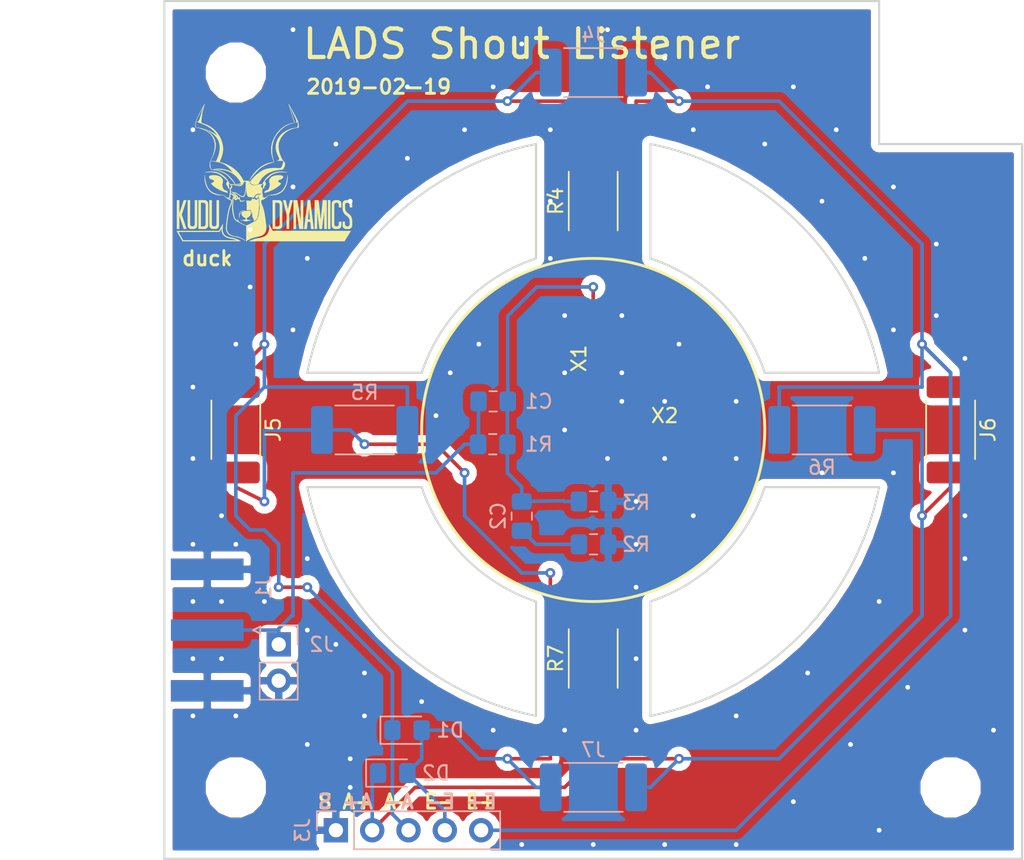
<source format=kicad_pcb>
(kicad_pcb (version 20171130) (host pcbnew 5.0.2-bee76a0~70~ubuntu18.04.1)

  (general
    (thickness 1.6)
    (drawings 28)
    (tracks 224)
    (zones 0)
    (modules 24)
    (nets 10)
  )

  (page A4)
  (layers
    (0 F.Cu signal)
    (31 B.Cu signal)
    (32 B.Adhes user)
    (33 F.Adhes user)
    (34 B.Paste user)
    (35 F.Paste user)
    (36 B.SilkS user)
    (37 F.SilkS user)
    (38 B.Mask user)
    (39 F.Mask user)
    (40 Dwgs.User user)
    (41 Cmts.User user)
    (42 Eco1.User user)
    (43 Eco2.User user)
    (44 Edge.Cuts user)
    (45 Margin user)
    (46 B.CrtYd user)
    (47 F.CrtYd user)
    (48 B.Fab user hide)
    (49 F.Fab user)
  )

  (setup
    (last_trace_width 0.1524)
    (user_trace_width 0.254)
    (trace_clearance 0.1524)
    (zone_clearance 0.508)
    (zone_45_only no)
    (trace_min 0.1524)
    (segment_width 0.2)
    (edge_width 0.15)
    (via_size 0.6858)
    (via_drill 0.3302)
    (via_min_size 0.508)
    (via_min_drill 0.254)
    (uvia_size 0.6858)
    (uvia_drill 0.3302)
    (uvias_allowed no)
    (uvia_min_size 0.2)
    (uvia_min_drill 0.1)
    (pcb_text_width 0.3)
    (pcb_text_size 1.5 1.5)
    (mod_edge_width 0.15)
    (mod_text_size 1 1)
    (mod_text_width 0.15)
    (pad_size 1.524 1.524)
    (pad_drill 0.762)
    (pad_to_mask_clearance 0.051)
    (solder_mask_min_width 0.25)
    (aux_axis_origin 0 0)
    (grid_origin 130 80)
    (visible_elements FFFFFF7F)
    (pcbplotparams
      (layerselection 0x010fc_ffffffff)
      (usegerberextensions false)
      (usegerberattributes false)
      (usegerberadvancedattributes false)
      (creategerberjobfile false)
      (excludeedgelayer true)
      (linewidth 0.100000)
      (plotframeref false)
      (viasonmask false)
      (mode 1)
      (useauxorigin false)
      (hpglpennumber 1)
      (hpglpenspeed 20)
      (hpglpendiameter 15.000000)
      (psnegative false)
      (psa4output false)
      (plotreference true)
      (plotvalue true)
      (plotinvisibletext false)
      (padsonsilk false)
      (subtractmaskfromsilk false)
      (outputformat 1)
      (mirror false)
      (drillshape 1)
      (scaleselection 1)
      (outputdirectory ""))
  )

  (net 0 "")
  (net 1 "Net-(C1-Pad1)")
  (net 2 "Net-(C1-Pad2)")
  (net 3 "Net-(C2-Pad2)")
  (net 4 GND)
  (net 5 "Net-(X1-Pad2)")
  (net 6 "Net-(D1-Pad1)")
  (net 7 "Net-(D1-Pad2)")
  (net 8 "Net-(D2-Pad1)")
  (net 9 "Net-(J3-Pad5)")

  (net_class Default "This is the default net class."
    (clearance 0.1524)
    (trace_width 0.1524)
    (via_dia 0.6858)
    (via_drill 0.3302)
    (uvia_dia 0.6858)
    (uvia_drill 0.3302)
    (diff_pair_gap 0.1524)
    (diff_pair_width 0.1524)
    (add_net GND)
    (add_net "Net-(C1-Pad1)")
    (add_net "Net-(C1-Pad2)")
    (add_net "Net-(C2-Pad2)")
    (add_net "Net-(D1-Pad1)")
    (add_net "Net-(D1-Pad2)")
    (add_net "Net-(D2-Pad1)")
    (add_net "Net-(J3-Pad5)")
    (add_net "Net-(X1-Pad2)")
  )

  (module Diode_SMD:D_0805_2012Metric_Pad1.15x1.40mm_HandSolder (layer B.Cu) (tedit 5C67433C) (tstamp 5C8AC9F8)
    (at 116.975 101)
    (descr "Diode SMD 0805 (2012 Metric), square (rectangular) end terminal, IPC_7351 nominal, (Body size source: https://docs.google.com/spreadsheets/d/1BsfQQcO9C6DZCsRaXUlFlo91Tg2WpOkGARC1WS5S8t0/edit?usp=sharing), generated with kicad-footprint-generator")
    (tags "diode handsolder")
    (path /5C68CD39)
    (attr smd)
    (fp_text reference D1 (at 3.025 0) (layer B.SilkS)
      (effects (font (size 1 1) (thickness 0.15)) (justify mirror))
    )
    (fp_text value D_Zener (at 0 -1.65) (layer B.Fab)
      (effects (font (size 1 1) (thickness 0.15)) (justify mirror))
    )
    (fp_line (start 1 0.6) (end -0.7 0.6) (layer B.Fab) (width 0.1))
    (fp_line (start -0.7 0.6) (end -1 0.3) (layer B.Fab) (width 0.1))
    (fp_line (start -1 0.3) (end -1 -0.6) (layer B.Fab) (width 0.1))
    (fp_line (start -1 -0.6) (end 1 -0.6) (layer B.Fab) (width 0.1))
    (fp_line (start 1 -0.6) (end 1 0.6) (layer B.Fab) (width 0.1))
    (fp_line (start 1 0.96) (end -1.86 0.96) (layer B.SilkS) (width 0.12))
    (fp_line (start -1.86 0.96) (end -1.86 -0.96) (layer B.SilkS) (width 0.12))
    (fp_line (start -1.86 -0.96) (end 1 -0.96) (layer B.SilkS) (width 0.12))
    (fp_line (start -1.85 -0.95) (end -1.85 0.95) (layer B.CrtYd) (width 0.05))
    (fp_line (start -1.85 0.95) (end 1.85 0.95) (layer B.CrtYd) (width 0.05))
    (fp_line (start 1.85 0.95) (end 1.85 -0.95) (layer B.CrtYd) (width 0.05))
    (fp_line (start 1.85 -0.95) (end -1.85 -0.95) (layer B.CrtYd) (width 0.05))
    (fp_text user %R (at 0 0) (layer B.Fab)
      (effects (font (size 0.5 0.5) (thickness 0.08)) (justify mirror))
    )
    (pad 1 smd roundrect (at -1.025 0) (size 1.15 1.4) (layers B.Cu B.Paste B.Mask) (roundrect_rratio 0.217391)
      (net 6 "Net-(D1-Pad1)"))
    (pad 2 smd roundrect (at 1.025 0) (size 1.15 1.4) (layers B.Cu B.Paste B.Mask) (roundrect_rratio 0.217391)
      (net 7 "Net-(D1-Pad2)"))
    (model ${KISYS3DMOD}/Diode_SMD.3dshapes/D_0805_2012Metric.wrl
      (at (xyz 0 0 0))
      (scale (xyz 1 1 1))
      (rotate (xyz 0 0 0))
    )
  )

  (module Capacitor_SMD:C_0805_2012Metric_Pad1.15x1.40mm_HandSolder (layer B.Cu) (tedit 5B36C52B) (tstamp 5C82322F)
    (at 123 78 180)
    (descr "Capacitor SMD 0805 (2012 Metric), square (rectangular) end terminal, IPC_7351 nominal with elongated pad for handsoldering. (Body size source: https://docs.google.com/spreadsheets/d/1BsfQQcO9C6DZCsRaXUlFlo91Tg2WpOkGARC1WS5S8t0/edit?usp=sharing), generated with kicad-footprint-generator")
    (tags "capacitor handsolder")
    (path /5C65B08C)
    (attr smd)
    (fp_text reference C1 (at -3.19 0 180) (layer B.SilkS)
      (effects (font (size 1 1) (thickness 0.15)) (justify mirror))
    )
    (fp_text value C (at 0 -1.65 180) (layer B.Fab)
      (effects (font (size 1 1) (thickness 0.15)) (justify mirror))
    )
    (fp_line (start -1 -0.6) (end -1 0.6) (layer B.Fab) (width 0.1))
    (fp_line (start -1 0.6) (end 1 0.6) (layer B.Fab) (width 0.1))
    (fp_line (start 1 0.6) (end 1 -0.6) (layer B.Fab) (width 0.1))
    (fp_line (start 1 -0.6) (end -1 -0.6) (layer B.Fab) (width 0.1))
    (fp_line (start -0.261252 0.71) (end 0.261252 0.71) (layer B.SilkS) (width 0.12))
    (fp_line (start -0.261252 -0.71) (end 0.261252 -0.71) (layer B.SilkS) (width 0.12))
    (fp_line (start -1.85 -0.95) (end -1.85 0.95) (layer B.CrtYd) (width 0.05))
    (fp_line (start -1.85 0.95) (end 1.85 0.95) (layer B.CrtYd) (width 0.05))
    (fp_line (start 1.85 0.95) (end 1.85 -0.95) (layer B.CrtYd) (width 0.05))
    (fp_line (start 1.85 -0.95) (end -1.85 -0.95) (layer B.CrtYd) (width 0.05))
    (fp_text user %R (at 0 0 180) (layer B.Fab)
      (effects (font (size 0.5 0.5) (thickness 0.08)) (justify mirror))
    )
    (pad 1 smd roundrect (at -1.025 0 180) (size 1.15 1.4) (layers B.Cu B.Paste B.Mask) (roundrect_rratio 0.217391)
      (net 1 "Net-(C1-Pad1)"))
    (pad 2 smd roundrect (at 1.025 0 180) (size 1.15 1.4) (layers B.Cu B.Paste B.Mask) (roundrect_rratio 0.217391)
      (net 2 "Net-(C1-Pad2)"))
    (model ${KISYS3DMOD}/Capacitor_SMD.3dshapes/C_0805_2012Metric.wrl
      (at (xyz 0 0 0))
      (scale (xyz 1 1 1))
      (rotate (xyz 0 0 0))
    )
  )

  (module Capacitor_SMD:C_0805_2012Metric_Pad1.15x1.40mm_HandSolder (layer B.Cu) (tedit 5B36C52B) (tstamp 5C8AB580)
    (at 125 86.025 270)
    (descr "Capacitor SMD 0805 (2012 Metric), square (rectangular) end terminal, IPC_7351 nominal with elongated pad for handsoldering. (Body size source: https://docs.google.com/spreadsheets/d/1BsfQQcO9C6DZCsRaXUlFlo91Tg2WpOkGARC1WS5S8t0/edit?usp=sharing), generated with kicad-footprint-generator")
    (tags "capacitor handsolder")
    (path /5C636AD1)
    (attr smd)
    (fp_text reference C2 (at 0 1.65 270) (layer B.SilkS)
      (effects (font (size 1 1) (thickness 0.15)) (justify mirror))
    )
    (fp_text value C (at 0 -1.65 270) (layer B.Fab)
      (effects (font (size 1 1) (thickness 0.15)) (justify mirror))
    )
    (fp_text user %R (at 0 0 270) (layer B.Fab)
      (effects (font (size 0.5 0.5) (thickness 0.08)) (justify mirror))
    )
    (fp_line (start 1.85 -0.95) (end -1.85 -0.95) (layer B.CrtYd) (width 0.05))
    (fp_line (start 1.85 0.95) (end 1.85 -0.95) (layer B.CrtYd) (width 0.05))
    (fp_line (start -1.85 0.95) (end 1.85 0.95) (layer B.CrtYd) (width 0.05))
    (fp_line (start -1.85 -0.95) (end -1.85 0.95) (layer B.CrtYd) (width 0.05))
    (fp_line (start -0.261252 -0.71) (end 0.261252 -0.71) (layer B.SilkS) (width 0.12))
    (fp_line (start -0.261252 0.71) (end 0.261252 0.71) (layer B.SilkS) (width 0.12))
    (fp_line (start 1 -0.6) (end -1 -0.6) (layer B.Fab) (width 0.1))
    (fp_line (start 1 0.6) (end 1 -0.6) (layer B.Fab) (width 0.1))
    (fp_line (start -1 0.6) (end 1 0.6) (layer B.Fab) (width 0.1))
    (fp_line (start -1 -0.6) (end -1 0.6) (layer B.Fab) (width 0.1))
    (pad 2 smd roundrect (at 1.025 0 270) (size 1.15 1.4) (layers B.Cu B.Paste B.Mask) (roundrect_rratio 0.217391)
      (net 3 "Net-(C2-Pad2)"))
    (pad 1 smd roundrect (at -1.025 0 270) (size 1.15 1.4) (layers B.Cu B.Paste B.Mask) (roundrect_rratio 0.217391)
      (net 1 "Net-(C1-Pad1)"))
    (model ${KISYS3DMOD}/Capacitor_SMD.3dshapes/C_0805_2012Metric.wrl
      (at (xyz 0 0 0))
      (scale (xyz 1 1 1))
      (rotate (xyz 0 0 0))
    )
  )

  (module Connector_Coaxial:SMA_Amphenol_132289_EdgeMount (layer B.Cu) (tedit 5A1C1810) (tstamp 5C8AB270)
    (at 103 94 180)
    (descr http://www.amphenolrf.com/132289.html)
    (tags SMA)
    (path /5C65B325)
    (attr smd)
    (fp_text reference J1 (at -3.96 3 90) (layer B.SilkS)
      (effects (font (size 1 1) (thickness 0.15)) (justify mirror))
    )
    (fp_text value Conn_Coaxial (at 5 -6 180) (layer B.Fab)
      (effects (font (size 1 1) (thickness 0.15)) (justify mirror))
    )
    (fp_line (start -3.71 -0.25) (end -3.21 0) (layer B.SilkS) (width 0.12))
    (fp_line (start -3.71 0.25) (end -3.71 -0.25) (layer B.SilkS) (width 0.12))
    (fp_line (start -3.21 0) (end -3.71 0.25) (layer B.SilkS) (width 0.12))
    (fp_line (start 3.54 0) (end 2.54 -0.75) (layer B.Fab) (width 0.1))
    (fp_line (start 2.54 0.75) (end 3.54 0) (layer B.Fab) (width 0.1))
    (fp_text user %R (at 4.79 0 -90) (layer B.Fab)
      (effects (font (size 1 1) (thickness 0.15)) (justify mirror))
    )
    (fp_line (start 14.47 5.58) (end -3.04 5.58) (layer B.CrtYd) (width 0.05))
    (fp_line (start 14.47 5.58) (end 14.47 -5.58) (layer B.CrtYd) (width 0.05))
    (fp_line (start 14.47 -5.58) (end -3.04 -5.58) (layer B.CrtYd) (width 0.05))
    (fp_line (start -3.04 -5.58) (end -3.04 5.58) (layer B.CrtYd) (width 0.05))
    (fp_line (start 14.47 5.58) (end -3.04 5.58) (layer F.CrtYd) (width 0.05))
    (fp_line (start 14.47 5.58) (end 14.47 -5.58) (layer F.CrtYd) (width 0.05))
    (fp_line (start 14.47 -5.58) (end -3.04 -5.58) (layer F.CrtYd) (width 0.05))
    (fp_line (start -3.04 -5.58) (end -3.04 5.58) (layer F.CrtYd) (width 0.05))
    (fp_line (start 4.445 3.81) (end 13.97 3.81) (layer B.Fab) (width 0.1))
    (fp_line (start 13.97 3.81) (end 13.97 -3.81) (layer B.Fab) (width 0.1))
    (fp_line (start 13.97 -3.81) (end 4.445 -3.81) (layer B.Fab) (width 0.1))
    (fp_line (start 4.445 -5.08) (end 4.445 -3.81) (layer B.Fab) (width 0.1))
    (fp_line (start 4.445 3.81) (end 4.445 5.08) (layer B.Fab) (width 0.1))
    (fp_line (start -1.91 5.08) (end 4.445 5.08) (layer B.Fab) (width 0.1))
    (fp_line (start -1.91 5.08) (end -1.91 3.81) (layer B.Fab) (width 0.1))
    (fp_line (start -1.91 3.81) (end 2.54 3.81) (layer B.Fab) (width 0.1))
    (fp_line (start 2.54 3.81) (end 2.54 -3.81) (layer B.Fab) (width 0.1))
    (fp_line (start 2.54 -3.81) (end -1.91 -3.81) (layer B.Fab) (width 0.1))
    (fp_line (start -1.91 -3.81) (end -1.91 -5.08) (layer B.Fab) (width 0.1))
    (fp_line (start -1.91 -5.08) (end 4.445 -5.08) (layer B.Fab) (width 0.1))
    (pad 2 smd rect (at 0 -4.25 90) (size 1.5 5.08) (layers F.Cu F.Paste F.Mask)
      (net 4 GND))
    (pad 2 smd rect (at 0 4.25 90) (size 1.5 5.08) (layers F.Cu F.Paste F.Mask)
      (net 4 GND))
    (pad 2 smd rect (at 0 -4.25 90) (size 1.5 5.08) (layers B.Cu B.Paste B.Mask)
      (net 4 GND))
    (pad 2 smd rect (at 0 4.25 90) (size 1.5 5.08) (layers B.Cu B.Paste B.Mask)
      (net 4 GND))
    (pad 1 smd rect (at 0 0 90) (size 1.5 5.08) (layers B.Cu B.Paste B.Mask)
      (net 2 "Net-(C1-Pad2)"))
    (model ${KISYS3DMOD}/Connector_Coaxial.3dshapes/SMA_Amphenol_132289_EdgeMount.wrl
      (at (xyz 0 0 0))
      (scale (xyz 1 1 1))
      (rotate (xyz 0 0 0))
    )
  )

  (module Connector_PinHeader_2.54mm:PinHeader_1x02_P2.54mm_Vertical (layer B.Cu) (tedit 59FED5CC) (tstamp 5C823279)
    (at 108 95 180)
    (descr "Through hole straight pin header, 1x02, 2.54mm pitch, single row")
    (tags "Through hole pin header THT 1x02 2.54mm single row")
    (path /5C65C4F8)
    (fp_text reference J2 (at -3 0 180) (layer B.SilkS)
      (effects (font (size 1 1) (thickness 0.15)) (justify mirror))
    )
    (fp_text value Conn_01x02_Male (at 0 -4.87 180) (layer B.Fab)
      (effects (font (size 1 1) (thickness 0.15)) (justify mirror))
    )
    (fp_line (start -0.635 1.27) (end 1.27 1.27) (layer B.Fab) (width 0.1))
    (fp_line (start 1.27 1.27) (end 1.27 -3.81) (layer B.Fab) (width 0.1))
    (fp_line (start 1.27 -3.81) (end -1.27 -3.81) (layer B.Fab) (width 0.1))
    (fp_line (start -1.27 -3.81) (end -1.27 0.635) (layer B.Fab) (width 0.1))
    (fp_line (start -1.27 0.635) (end -0.635 1.27) (layer B.Fab) (width 0.1))
    (fp_line (start -1.33 -3.87) (end 1.33 -3.87) (layer B.SilkS) (width 0.12))
    (fp_line (start -1.33 -1.27) (end -1.33 -3.87) (layer B.SilkS) (width 0.12))
    (fp_line (start 1.33 -1.27) (end 1.33 -3.87) (layer B.SilkS) (width 0.12))
    (fp_line (start -1.33 -1.27) (end 1.33 -1.27) (layer B.SilkS) (width 0.12))
    (fp_line (start -1.33 0) (end -1.33 1.33) (layer B.SilkS) (width 0.12))
    (fp_line (start -1.33 1.33) (end 0 1.33) (layer B.SilkS) (width 0.12))
    (fp_line (start -1.8 1.8) (end -1.8 -4.35) (layer B.CrtYd) (width 0.05))
    (fp_line (start -1.8 -4.35) (end 1.8 -4.35) (layer B.CrtYd) (width 0.05))
    (fp_line (start 1.8 -4.35) (end 1.8 1.8) (layer B.CrtYd) (width 0.05))
    (fp_line (start 1.8 1.8) (end -1.8 1.8) (layer B.CrtYd) (width 0.05))
    (fp_text user %R (at 0 -1.27 90) (layer B.Fab)
      (effects (font (size 1 1) (thickness 0.15)) (justify mirror))
    )
    (pad 1 thru_hole rect (at 0 0 180) (size 1.7 1.7) (drill 1) (layers *.Cu *.Mask)
      (net 2 "Net-(C1-Pad2)"))
    (pad 2 thru_hole oval (at 0 -2.54 180) (size 1.7 1.7) (drill 1) (layers *.Cu *.Mask)
      (net 4 GND))
    (model ${KISYS3DMOD}/Connector_PinHeader_2.54mm.3dshapes/PinHeader_1x02_P2.54mm_Vertical.wrl
      (at (xyz 0 0 0))
      (scale (xyz 1 1 1))
      (rotate (xyz 0 0 0))
    )
  )

  (module Connector_PinHeader_2.54mm:PinHeader_1x05_P2.54mm_Vertical (layer B.Cu) (tedit 59FED5CC) (tstamp 5C8ACB3D)
    (at 112 108 270)
    (descr "Through hole straight pin header, 1x05, 2.54mm pitch, single row")
    (tags "Through hole pin header THT 1x05 2.54mm single row")
    (path /5C6721DC)
    (fp_text reference J3 (at 0 2.33 270) (layer B.SilkS)
      (effects (font (size 1 1) (thickness 0.15)) (justify mirror))
    )
    (fp_text value Conn_01x05 (at 0 -12.49 270) (layer B.Fab)
      (effects (font (size 1 1) (thickness 0.15)) (justify mirror))
    )
    (fp_line (start -0.635 1.27) (end 1.27 1.27) (layer B.Fab) (width 0.1))
    (fp_line (start 1.27 1.27) (end 1.27 -11.43) (layer B.Fab) (width 0.1))
    (fp_line (start 1.27 -11.43) (end -1.27 -11.43) (layer B.Fab) (width 0.1))
    (fp_line (start -1.27 -11.43) (end -1.27 0.635) (layer B.Fab) (width 0.1))
    (fp_line (start -1.27 0.635) (end -0.635 1.27) (layer B.Fab) (width 0.1))
    (fp_line (start -1.33 -11.49) (end 1.33 -11.49) (layer B.SilkS) (width 0.12))
    (fp_line (start -1.33 -1.27) (end -1.33 -11.49) (layer B.SilkS) (width 0.12))
    (fp_line (start 1.33 -1.27) (end 1.33 -11.49) (layer B.SilkS) (width 0.12))
    (fp_line (start -1.33 -1.27) (end 1.33 -1.27) (layer B.SilkS) (width 0.12))
    (fp_line (start -1.33 0) (end -1.33 1.33) (layer B.SilkS) (width 0.12))
    (fp_line (start -1.33 1.33) (end 0 1.33) (layer B.SilkS) (width 0.12))
    (fp_line (start -1.8 1.8) (end -1.8 -11.95) (layer B.CrtYd) (width 0.05))
    (fp_line (start -1.8 -11.95) (end 1.8 -11.95) (layer B.CrtYd) (width 0.05))
    (fp_line (start 1.8 -11.95) (end 1.8 1.8) (layer B.CrtYd) (width 0.05))
    (fp_line (start 1.8 1.8) (end -1.8 1.8) (layer B.CrtYd) (width 0.05))
    (fp_text user %R (at 0 -5.08 180) (layer B.Fab)
      (effects (font (size 1 1) (thickness 0.15)) (justify mirror))
    )
    (pad 1 thru_hole rect (at 0 0 270) (size 1.7 1.7) (drill 1) (layers *.Cu *.Mask)
      (net 4 GND))
    (pad 2 thru_hole oval (at 0 -2.54 270) (size 1.7 1.7) (drill 1) (layers *.Cu *.Mask)
      (net 8 "Net-(D2-Pad1)"))
    (pad 3 thru_hole oval (at 0 -5.08 270) (size 1.7 1.7) (drill 1) (layers *.Cu *.Mask)
      (net 6 "Net-(D1-Pad1)"))
    (pad 4 thru_hole oval (at 0 -7.62 270) (size 1.7 1.7) (drill 1) (layers *.Cu *.Mask)
      (net 7 "Net-(D1-Pad2)"))
    (pad 5 thru_hole oval (at 0 -10.16 270) (size 1.7 1.7) (drill 1) (layers *.Cu *.Mask)
      (net 9 "Net-(J3-Pad5)"))
    (model ${KISYS3DMOD}/Connector_PinHeader_2.54mm.3dshapes/PinHeader_1x05_P2.54mm_Vertical.wrl
      (at (xyz 0 0 0))
      (scale (xyz 1 1 1))
      (rotate (xyz 0 0 0))
    )
  )

  (module Resistor_SMD:R_2512_6332Metric_Pad1.52x3.35mm_HandSolder (layer B.Cu) (tedit 5B301BBD) (tstamp 5C8232A3)
    (at 130.0125 55 180)
    (descr "Resistor SMD 2512 (6332 Metric), square (rectangular) end terminal, IPC_7351 nominal with elongated pad for handsoldering. (Body size source: http://www.tortai-tech.com/upload/download/2011102023233369053.pdf), generated with kicad-footprint-generator")
    (tags "resistor handsolder")
    (path /5C67288C)
    (attr smd)
    (fp_text reference J4 (at 0 2.62 180) (layer B.SilkS)
      (effects (font (size 1 1) (thickness 0.15)) (justify mirror))
    )
    (fp_text value Conn_01x02 (at 0 -2.62 180) (layer B.Fab)
      (effects (font (size 1 1) (thickness 0.15)) (justify mirror))
    )
    (fp_line (start -3.15 -1.6) (end -3.15 1.6) (layer B.Fab) (width 0.1))
    (fp_line (start -3.15 1.6) (end 3.15 1.6) (layer B.Fab) (width 0.1))
    (fp_line (start 3.15 1.6) (end 3.15 -1.6) (layer B.Fab) (width 0.1))
    (fp_line (start 3.15 -1.6) (end -3.15 -1.6) (layer B.Fab) (width 0.1))
    (fp_line (start -2.052064 1.71) (end 2.052064 1.71) (layer B.SilkS) (width 0.12))
    (fp_line (start -2.052064 -1.71) (end 2.052064 -1.71) (layer B.SilkS) (width 0.12))
    (fp_line (start -4 -1.92) (end -4 1.92) (layer B.CrtYd) (width 0.05))
    (fp_line (start -4 1.92) (end 4 1.92) (layer B.CrtYd) (width 0.05))
    (fp_line (start 4 1.92) (end 4 -1.92) (layer B.CrtYd) (width 0.05))
    (fp_line (start 4 -1.92) (end -4 -1.92) (layer B.CrtYd) (width 0.05))
    (fp_text user %R (at 0 0 180) (layer B.Fab)
      (effects (font (size 1 1) (thickness 0.15)) (justify mirror))
    )
    (pad 1 smd roundrect (at -2.9875 0 180) (size 1.525 3.35) (layers B.Cu B.Paste B.Mask) (roundrect_rratio 0.163934)
      (net 9 "Net-(J3-Pad5)"))
    (pad 2 smd roundrect (at 2.9875 0 180) (size 1.525 3.35) (layers B.Cu B.Paste B.Mask) (roundrect_rratio 0.163934)
      (net 6 "Net-(D1-Pad1)"))
    (model ${KISYS3DMOD}/Resistor_SMD.3dshapes/R_2512_6332Metric.wrl
      (at (xyz 0 0 0))
      (scale (xyz 1 1 1))
      (rotate (xyz 0 0 0))
    )
  )

  (module Resistor_SMD:R_2512_6332Metric_Pad1.52x3.35mm_HandSolder (layer F.Cu) (tedit 5B301BBD) (tstamp 5C8AB096)
    (at 105 79.9875 270)
    (descr "Resistor SMD 2512 (6332 Metric), square (rectangular) end terminal, IPC_7351 nominal with elongated pad for handsoldering. (Body size source: http://www.tortai-tech.com/upload/download/2011102023233369053.pdf), generated with kicad-footprint-generator")
    (tags "resistor handsolder")
    (path /5C672822)
    (attr smd)
    (fp_text reference J5 (at 0 -2.62 270) (layer F.SilkS)
      (effects (font (size 1 1) (thickness 0.15)))
    )
    (fp_text value Conn_01x02 (at 0 2.62 270) (layer F.Fab)
      (effects (font (size 1 1) (thickness 0.15)))
    )
    (fp_text user %R (at 0 0 270) (layer F.Fab)
      (effects (font (size 1 1) (thickness 0.15)))
    )
    (fp_line (start 4 1.92) (end -4 1.92) (layer F.CrtYd) (width 0.05))
    (fp_line (start 4 -1.92) (end 4 1.92) (layer F.CrtYd) (width 0.05))
    (fp_line (start -4 -1.92) (end 4 -1.92) (layer F.CrtYd) (width 0.05))
    (fp_line (start -4 1.92) (end -4 -1.92) (layer F.CrtYd) (width 0.05))
    (fp_line (start -2.052064 1.71) (end 2.052064 1.71) (layer F.SilkS) (width 0.12))
    (fp_line (start -2.052064 -1.71) (end 2.052064 -1.71) (layer F.SilkS) (width 0.12))
    (fp_line (start 3.15 1.6) (end -3.15 1.6) (layer F.Fab) (width 0.1))
    (fp_line (start 3.15 -1.6) (end 3.15 1.6) (layer F.Fab) (width 0.1))
    (fp_line (start -3.15 -1.6) (end 3.15 -1.6) (layer F.Fab) (width 0.1))
    (fp_line (start -3.15 1.6) (end -3.15 -1.6) (layer F.Fab) (width 0.1))
    (pad 2 smd roundrect (at 2.9875 0 270) (size 1.525 3.35) (layers F.Cu F.Paste F.Mask) (roundrect_rratio 0.163934)
      (net 7 "Net-(D1-Pad2)"))
    (pad 1 smd roundrect (at -2.9875 0 270) (size 1.525 3.35) (layers F.Cu F.Paste F.Mask) (roundrect_rratio 0.163934)
      (net 6 "Net-(D1-Pad1)"))
    (model ${KISYS3DMOD}/Resistor_SMD.3dshapes/R_2512_6332Metric.wrl
      (at (xyz 0 0 0))
      (scale (xyz 1 1 1))
      (rotate (xyz 0 0 0))
    )
  )

  (module Resistor_SMD:R_2512_6332Metric_Pad1.52x3.35mm_HandSolder (layer F.Cu) (tedit 5B301BBD) (tstamp 5C8232C5)
    (at 155 79.9875 270)
    (descr "Resistor SMD 2512 (6332 Metric), square (rectangular) end terminal, IPC_7351 nominal with elongated pad for handsoldering. (Body size source: http://www.tortai-tech.com/upload/download/2011102023233369053.pdf), generated with kicad-footprint-generator")
    (tags "resistor handsolder")
    (path /5C6726CE)
    (attr smd)
    (fp_text reference J6 (at 0 -2.62 270) (layer F.SilkS)
      (effects (font (size 1 1) (thickness 0.15)))
    )
    (fp_text value Conn_01x02 (at 0 2.62 270) (layer F.Fab)
      (effects (font (size 1 1) (thickness 0.15)))
    )
    (fp_text user %R (at 0 0 270) (layer F.Fab)
      (effects (font (size 1 1) (thickness 0.15)))
    )
    (fp_line (start 4 1.92) (end -4 1.92) (layer F.CrtYd) (width 0.05))
    (fp_line (start 4 -1.92) (end 4 1.92) (layer F.CrtYd) (width 0.05))
    (fp_line (start -4 -1.92) (end 4 -1.92) (layer F.CrtYd) (width 0.05))
    (fp_line (start -4 1.92) (end -4 -1.92) (layer F.CrtYd) (width 0.05))
    (fp_line (start -2.052064 1.71) (end 2.052064 1.71) (layer F.SilkS) (width 0.12))
    (fp_line (start -2.052064 -1.71) (end 2.052064 -1.71) (layer F.SilkS) (width 0.12))
    (fp_line (start 3.15 1.6) (end -3.15 1.6) (layer F.Fab) (width 0.1))
    (fp_line (start 3.15 -1.6) (end 3.15 1.6) (layer F.Fab) (width 0.1))
    (fp_line (start -3.15 -1.6) (end 3.15 -1.6) (layer F.Fab) (width 0.1))
    (fp_line (start -3.15 1.6) (end -3.15 -1.6) (layer F.Fab) (width 0.1))
    (pad 2 smd roundrect (at 2.9875 0 270) (size 1.525 3.35) (layers F.Cu F.Paste F.Mask) (roundrect_rratio 0.163934)
      (net 8 "Net-(D2-Pad1)"))
    (pad 1 smd roundrect (at -2.9875 0 270) (size 1.525 3.35) (layers F.Cu F.Paste F.Mask) (roundrect_rratio 0.163934)
      (net 9 "Net-(J3-Pad5)"))
    (model ${KISYS3DMOD}/Resistor_SMD.3dshapes/R_2512_6332Metric.wrl
      (at (xyz 0 0 0))
      (scale (xyz 1 1 1))
      (rotate (xyz 0 0 0))
    )
  )

  (module Resistor_SMD:R_2512_6332Metric_Pad1.52x3.35mm_HandSolder (layer B.Cu) (tedit 5B301BBD) (tstamp 5C8ABCA1)
    (at 130.0125 105 180)
    (descr "Resistor SMD 2512 (6332 Metric), square (rectangular) end terminal, IPC_7351 nominal with elongated pad for handsoldering. (Body size source: http://www.tortai-tech.com/upload/download/2011102023233369053.pdf), generated with kicad-footprint-generator")
    (tags "resistor handsolder")
    (path /5C6727AE)
    (attr smd)
    (fp_text reference J7 (at 0 2.62 180) (layer B.SilkS)
      (effects (font (size 1 1) (thickness 0.15)) (justify mirror))
    )
    (fp_text value Conn_01x02 (at 0 -2.62 180) (layer B.Fab)
      (effects (font (size 1 1) (thickness 0.15)) (justify mirror))
    )
    (fp_line (start -3.15 -1.6) (end -3.15 1.6) (layer B.Fab) (width 0.1))
    (fp_line (start -3.15 1.6) (end 3.15 1.6) (layer B.Fab) (width 0.1))
    (fp_line (start 3.15 1.6) (end 3.15 -1.6) (layer B.Fab) (width 0.1))
    (fp_line (start 3.15 -1.6) (end -3.15 -1.6) (layer B.Fab) (width 0.1))
    (fp_line (start -2.052064 1.71) (end 2.052064 1.71) (layer B.SilkS) (width 0.12))
    (fp_line (start -2.052064 -1.71) (end 2.052064 -1.71) (layer B.SilkS) (width 0.12))
    (fp_line (start -4 -1.92) (end -4 1.92) (layer B.CrtYd) (width 0.05))
    (fp_line (start -4 1.92) (end 4 1.92) (layer B.CrtYd) (width 0.05))
    (fp_line (start 4 1.92) (end 4 -1.92) (layer B.CrtYd) (width 0.05))
    (fp_line (start 4 -1.92) (end -4 -1.92) (layer B.CrtYd) (width 0.05))
    (fp_text user %R (at 0 0 180) (layer B.Fab)
      (effects (font (size 1 1) (thickness 0.15)) (justify mirror))
    )
    (pad 1 smd roundrect (at -2.9875 0 180) (size 1.525 3.35) (layers B.Cu B.Paste B.Mask) (roundrect_rratio 0.163934)
      (net 8 "Net-(D2-Pad1)"))
    (pad 2 smd roundrect (at 2.9875 0 180) (size 1.525 3.35) (layers B.Cu B.Paste B.Mask) (roundrect_rratio 0.163934)
      (net 7 "Net-(D1-Pad2)"))
    (model ${KISYS3DMOD}/Resistor_SMD.3dshapes/R_2512_6332Metric.wrl
      (at (xyz 0 0 0))
      (scale (xyz 1 1 1))
      (rotate (xyz 0 0 0))
    )
  )

  (module Resistor_SMD:R_0805_2012Metric_Pad1.15x1.40mm_HandSolder (layer B.Cu) (tedit 5B36C52B) (tstamp 5C8232E7)
    (at 122.975 81 180)
    (descr "Resistor SMD 0805 (2012 Metric), square (rectangular) end terminal, IPC_7351 nominal with elongated pad for handsoldering. (Body size source: https://docs.google.com/spreadsheets/d/1BsfQQcO9C6DZCsRaXUlFlo91Tg2WpOkGARC1WS5S8t0/edit?usp=sharing), generated with kicad-footprint-generator")
    (tags "resistor handsolder")
    (path /5C65B13F)
    (attr smd)
    (fp_text reference R1 (at -3.215 0 180) (layer B.SilkS)
      (effects (font (size 1 1) (thickness 0.15)) (justify mirror))
    )
    (fp_text value R (at 0 -1.65 180) (layer B.Fab)
      (effects (font (size 1 1) (thickness 0.15)) (justify mirror))
    )
    (fp_line (start -1 -0.6) (end -1 0.6) (layer B.Fab) (width 0.1))
    (fp_line (start -1 0.6) (end 1 0.6) (layer B.Fab) (width 0.1))
    (fp_line (start 1 0.6) (end 1 -0.6) (layer B.Fab) (width 0.1))
    (fp_line (start 1 -0.6) (end -1 -0.6) (layer B.Fab) (width 0.1))
    (fp_line (start -0.261252 0.71) (end 0.261252 0.71) (layer B.SilkS) (width 0.12))
    (fp_line (start -0.261252 -0.71) (end 0.261252 -0.71) (layer B.SilkS) (width 0.12))
    (fp_line (start -1.85 -0.95) (end -1.85 0.95) (layer B.CrtYd) (width 0.05))
    (fp_line (start -1.85 0.95) (end 1.85 0.95) (layer B.CrtYd) (width 0.05))
    (fp_line (start 1.85 0.95) (end 1.85 -0.95) (layer B.CrtYd) (width 0.05))
    (fp_line (start 1.85 -0.95) (end -1.85 -0.95) (layer B.CrtYd) (width 0.05))
    (fp_text user %R (at 0 0 180) (layer B.Fab)
      (effects (font (size 0.5 0.5) (thickness 0.08)) (justify mirror))
    )
    (pad 1 smd roundrect (at -1.025 0 180) (size 1.15 1.4) (layers B.Cu B.Paste B.Mask) (roundrect_rratio 0.217391)
      (net 1 "Net-(C1-Pad1)"))
    (pad 2 smd roundrect (at 1.025 0 180) (size 1.15 1.4) (layers B.Cu B.Paste B.Mask) (roundrect_rratio 0.217391)
      (net 2 "Net-(C1-Pad2)"))
    (model ${KISYS3DMOD}/Resistor_SMD.3dshapes/R_0805_2012Metric.wrl
      (at (xyz 0 0 0))
      (scale (xyz 1 1 1))
      (rotate (xyz 0 0 0))
    )
  )

  (module Resistor_SMD:R_0805_2012Metric_Pad1.15x1.40mm_HandSolder (layer B.Cu) (tedit 5B36C52B) (tstamp 5C8AC20E)
    (at 130.025 88)
    (descr "Resistor SMD 0805 (2012 Metric), square (rectangular) end terminal, IPC_7351 nominal with elongated pad for handsoldering. (Body size source: https://docs.google.com/spreadsheets/d/1BsfQQcO9C6DZCsRaXUlFlo91Tg2WpOkGARC1WS5S8t0/edit?usp=sharing), generated with kicad-footprint-generator")
    (tags "resistor handsolder")
    (path /5C636D58)
    (attr smd)
    (fp_text reference R2 (at 2.975 0) (layer B.SilkS)
      (effects (font (size 1 1) (thickness 0.15)) (justify mirror))
    )
    (fp_text value R (at 0 -1.65) (layer B.Fab)
      (effects (font (size 1 1) (thickness 0.15)) (justify mirror))
    )
    (fp_text user %R (at 0 0) (layer B.Fab)
      (effects (font (size 0.5 0.5) (thickness 0.08)) (justify mirror))
    )
    (fp_line (start 1.85 -0.95) (end -1.85 -0.95) (layer B.CrtYd) (width 0.05))
    (fp_line (start 1.85 0.95) (end 1.85 -0.95) (layer B.CrtYd) (width 0.05))
    (fp_line (start -1.85 0.95) (end 1.85 0.95) (layer B.CrtYd) (width 0.05))
    (fp_line (start -1.85 -0.95) (end -1.85 0.95) (layer B.CrtYd) (width 0.05))
    (fp_line (start -0.261252 -0.71) (end 0.261252 -0.71) (layer B.SilkS) (width 0.12))
    (fp_line (start -0.261252 0.71) (end 0.261252 0.71) (layer B.SilkS) (width 0.12))
    (fp_line (start 1 -0.6) (end -1 -0.6) (layer B.Fab) (width 0.1))
    (fp_line (start 1 0.6) (end 1 -0.6) (layer B.Fab) (width 0.1))
    (fp_line (start -1 0.6) (end 1 0.6) (layer B.Fab) (width 0.1))
    (fp_line (start -1 -0.6) (end -1 0.6) (layer B.Fab) (width 0.1))
    (pad 2 smd roundrect (at 1.025 0) (size 1.15 1.4) (layers B.Cu B.Paste B.Mask) (roundrect_rratio 0.217391)
      (net 4 GND))
    (pad 1 smd roundrect (at -1.025 0) (size 1.15 1.4) (layers B.Cu B.Paste B.Mask) (roundrect_rratio 0.217391)
      (net 3 "Net-(C2-Pad2)"))
    (model ${KISYS3DMOD}/Resistor_SMD.3dshapes/R_0805_2012Metric.wrl
      (at (xyz 0 0 0))
      (scale (xyz 1 1 1))
      (rotate (xyz 0 0 0))
    )
  )

  (module Resistor_SMD:R_0805_2012Metric_Pad1.15x1.40mm_HandSolder (layer B.Cu) (tedit 5B36C52B) (tstamp 5C823309)
    (at 130.025 85)
    (descr "Resistor SMD 0805 (2012 Metric), square (rectangular) end terminal, IPC_7351 nominal with elongated pad for handsoldering. (Body size source: https://docs.google.com/spreadsheets/d/1BsfQQcO9C6DZCsRaXUlFlo91Tg2WpOkGARC1WS5S8t0/edit?usp=sharing), generated with kicad-footprint-generator")
    (tags "resistor handsolder")
    (path /5C636CD6)
    (attr smd)
    (fp_text reference R3 (at 2.975 0.08) (layer B.SilkS)
      (effects (font (size 1 1) (thickness 0.15)) (justify mirror))
    )
    (fp_text value R (at 0 -1.65) (layer B.Fab)
      (effects (font (size 1 1) (thickness 0.15)) (justify mirror))
    )
    (fp_line (start -1 -0.6) (end -1 0.6) (layer B.Fab) (width 0.1))
    (fp_line (start -1 0.6) (end 1 0.6) (layer B.Fab) (width 0.1))
    (fp_line (start 1 0.6) (end 1 -0.6) (layer B.Fab) (width 0.1))
    (fp_line (start 1 -0.6) (end -1 -0.6) (layer B.Fab) (width 0.1))
    (fp_line (start -0.261252 0.71) (end 0.261252 0.71) (layer B.SilkS) (width 0.12))
    (fp_line (start -0.261252 -0.71) (end 0.261252 -0.71) (layer B.SilkS) (width 0.12))
    (fp_line (start -1.85 -0.95) (end -1.85 0.95) (layer B.CrtYd) (width 0.05))
    (fp_line (start -1.85 0.95) (end 1.85 0.95) (layer B.CrtYd) (width 0.05))
    (fp_line (start 1.85 0.95) (end 1.85 -0.95) (layer B.CrtYd) (width 0.05))
    (fp_line (start 1.85 -0.95) (end -1.85 -0.95) (layer B.CrtYd) (width 0.05))
    (fp_text user %R (at 0 0) (layer B.Fab)
      (effects (font (size 0.5 0.5) (thickness 0.08)) (justify mirror))
    )
    (pad 1 smd roundrect (at -1.025 0) (size 1.15 1.4) (layers B.Cu B.Paste B.Mask) (roundrect_rratio 0.217391)
      (net 1 "Net-(C1-Pad1)"))
    (pad 2 smd roundrect (at 1.025 0) (size 1.15 1.4) (layers B.Cu B.Paste B.Mask) (roundrect_rratio 0.217391)
      (net 4 GND))
    (model ${KISYS3DMOD}/Resistor_SMD.3dshapes/R_0805_2012Metric.wrl
      (at (xyz 0 0 0))
      (scale (xyz 1 1 1))
      (rotate (xyz 0 0 0))
    )
  )

  (module Resistor_SMD:R_2512_6332Metric_Pad1.52x3.35mm_HandSolder (layer F.Cu) (tedit 5B301BBD) (tstamp 5C8ABAD5)
    (at 130 63.9875 90)
    (descr "Resistor SMD 2512 (6332 Metric), square (rectangular) end terminal, IPC_7351 nominal with elongated pad for handsoldering. (Body size source: http://www.tortai-tech.com/upload/download/2011102023233369053.pdf), generated with kicad-footprint-generator")
    (tags "resistor handsolder")
    (path /5C672BC0)
    (attr smd)
    (fp_text reference R4 (at 0 -2.62 90) (layer F.SilkS)
      (effects (font (size 1 1) (thickness 0.15)))
    )
    (fp_text value R (at 0 2.62 90) (layer F.Fab)
      (effects (font (size 1 1) (thickness 0.15)))
    )
    (fp_line (start -3.15 1.6) (end -3.15 -1.6) (layer F.Fab) (width 0.1))
    (fp_line (start -3.15 -1.6) (end 3.15 -1.6) (layer F.Fab) (width 0.1))
    (fp_line (start 3.15 -1.6) (end 3.15 1.6) (layer F.Fab) (width 0.1))
    (fp_line (start 3.15 1.6) (end -3.15 1.6) (layer F.Fab) (width 0.1))
    (fp_line (start -2.052064 -1.71) (end 2.052064 -1.71) (layer F.SilkS) (width 0.12))
    (fp_line (start -2.052064 1.71) (end 2.052064 1.71) (layer F.SilkS) (width 0.12))
    (fp_line (start -4 1.92) (end -4 -1.92) (layer F.CrtYd) (width 0.05))
    (fp_line (start -4 -1.92) (end 4 -1.92) (layer F.CrtYd) (width 0.05))
    (fp_line (start 4 -1.92) (end 4 1.92) (layer F.CrtYd) (width 0.05))
    (fp_line (start 4 1.92) (end -4 1.92) (layer F.CrtYd) (width 0.05))
    (fp_text user %R (at 0 0 90) (layer F.Fab)
      (effects (font (size 1 1) (thickness 0.15)))
    )
    (pad 1 smd roundrect (at -2.9875 0 90) (size 1.525 3.35) (layers F.Cu F.Paste F.Mask) (roundrect_rratio 0.163934)
      (net 9 "Net-(J3-Pad5)"))
    (pad 2 smd roundrect (at 2.9875 0 90) (size 1.525 3.35) (layers F.Cu F.Paste F.Mask) (roundrect_rratio 0.163934)
      (net 6 "Net-(D1-Pad1)"))
    (model ${KISYS3DMOD}/Resistor_SMD.3dshapes/R_2512_6332Metric.wrl
      (at (xyz 0 0 0))
      (scale (xyz 1 1 1))
      (rotate (xyz 0 0 0))
    )
  )

  (module Resistor_SMD:R_2512_6332Metric_Pad1.52x3.35mm_HandSolder (layer B.Cu) (tedit 5B301BBD) (tstamp 5C82332B)
    (at 114.0125 80 180)
    (descr "Resistor SMD 2512 (6332 Metric), square (rectangular) end terminal, IPC_7351 nominal with elongated pad for handsoldering. (Body size source: http://www.tortai-tech.com/upload/download/2011102023233369053.pdf), generated with kicad-footprint-generator")
    (tags "resistor handsolder")
    (path /5C672B88)
    (attr smd)
    (fp_text reference R5 (at 0 2.62 180) (layer B.SilkS)
      (effects (font (size 1 1) (thickness 0.15)) (justify mirror))
    )
    (fp_text value R (at 0 -2.62 180) (layer B.Fab)
      (effects (font (size 1 1) (thickness 0.15)) (justify mirror))
    )
    (fp_text user %R (at 0 0 180) (layer B.Fab)
      (effects (font (size 1 1) (thickness 0.15)) (justify mirror))
    )
    (fp_line (start 4 -1.92) (end -4 -1.92) (layer B.CrtYd) (width 0.05))
    (fp_line (start 4 1.92) (end 4 -1.92) (layer B.CrtYd) (width 0.05))
    (fp_line (start -4 1.92) (end 4 1.92) (layer B.CrtYd) (width 0.05))
    (fp_line (start -4 -1.92) (end -4 1.92) (layer B.CrtYd) (width 0.05))
    (fp_line (start -2.052064 -1.71) (end 2.052064 -1.71) (layer B.SilkS) (width 0.12))
    (fp_line (start -2.052064 1.71) (end 2.052064 1.71) (layer B.SilkS) (width 0.12))
    (fp_line (start 3.15 -1.6) (end -3.15 -1.6) (layer B.Fab) (width 0.1))
    (fp_line (start 3.15 1.6) (end 3.15 -1.6) (layer B.Fab) (width 0.1))
    (fp_line (start -3.15 1.6) (end 3.15 1.6) (layer B.Fab) (width 0.1))
    (fp_line (start -3.15 -1.6) (end -3.15 1.6) (layer B.Fab) (width 0.1))
    (pad 2 smd roundrect (at 2.9875 0 180) (size 1.525 3.35) (layers B.Cu B.Paste B.Mask) (roundrect_rratio 0.163934)
      (net 7 "Net-(D1-Pad2)"))
    (pad 1 smd roundrect (at -2.9875 0 180) (size 1.525 3.35) (layers B.Cu B.Paste B.Mask) (roundrect_rratio 0.163934)
      (net 6 "Net-(D1-Pad1)"))
    (model ${KISYS3DMOD}/Resistor_SMD.3dshapes/R_2512_6332Metric.wrl
      (at (xyz 0 0 0))
      (scale (xyz 1 1 1))
      (rotate (xyz 0 0 0))
    )
  )

  (module Resistor_SMD:R_2512_6332Metric_Pad1.52x3.35mm_HandSolder (layer B.Cu) (tedit 5B301BBD) (tstamp 5C8AB004)
    (at 146 80)
    (descr "Resistor SMD 2512 (6332 Metric), square (rectangular) end terminal, IPC_7351 nominal with elongated pad for handsoldering. (Body size source: http://www.tortai-tech.com/upload/download/2011102023233369053.pdf), generated with kicad-footprint-generator")
    (tags "resistor handsolder")
    (path /5C672A5E)
    (attr smd)
    (fp_text reference R6 (at 0 2.62) (layer B.SilkS)
      (effects (font (size 1 1) (thickness 0.15)) (justify mirror))
    )
    (fp_text value R (at 0 -2.62) (layer B.Fab)
      (effects (font (size 1 1) (thickness 0.15)) (justify mirror))
    )
    (fp_text user %R (at 0 0) (layer B.Fab)
      (effects (font (size 1 1) (thickness 0.15)) (justify mirror))
    )
    (fp_line (start 4 -1.92) (end -4 -1.92) (layer B.CrtYd) (width 0.05))
    (fp_line (start 4 1.92) (end 4 -1.92) (layer B.CrtYd) (width 0.05))
    (fp_line (start -4 1.92) (end 4 1.92) (layer B.CrtYd) (width 0.05))
    (fp_line (start -4 -1.92) (end -4 1.92) (layer B.CrtYd) (width 0.05))
    (fp_line (start -2.052064 -1.71) (end 2.052064 -1.71) (layer B.SilkS) (width 0.12))
    (fp_line (start -2.052064 1.71) (end 2.052064 1.71) (layer B.SilkS) (width 0.12))
    (fp_line (start 3.15 -1.6) (end -3.15 -1.6) (layer B.Fab) (width 0.1))
    (fp_line (start 3.15 1.6) (end 3.15 -1.6) (layer B.Fab) (width 0.1))
    (fp_line (start -3.15 1.6) (end 3.15 1.6) (layer B.Fab) (width 0.1))
    (fp_line (start -3.15 -1.6) (end -3.15 1.6) (layer B.Fab) (width 0.1))
    (pad 2 smd roundrect (at 2.9875 0) (size 1.525 3.35) (layers B.Cu B.Paste B.Mask) (roundrect_rratio 0.163934)
      (net 8 "Net-(D2-Pad1)"))
    (pad 1 smd roundrect (at -2.9875 0) (size 1.525 3.35) (layers B.Cu B.Paste B.Mask) (roundrect_rratio 0.163934)
      (net 9 "Net-(J3-Pad5)"))
    (model ${KISYS3DMOD}/Resistor_SMD.3dshapes/R_2512_6332Metric.wrl
      (at (xyz 0 0 0))
      (scale (xyz 1 1 1))
      (rotate (xyz 0 0 0))
    )
  )

  (module Resistor_SMD:R_2512_6332Metric_Pad1.52x3.35mm_HandSolder (layer F.Cu) (tedit 5B301BBD) (tstamp 5C8AAEBF)
    (at 130 95.9875 90)
    (descr "Resistor SMD 2512 (6332 Metric), square (rectangular) end terminal, IPC_7351 nominal with elongated pad for handsoldering. (Body size source: http://www.tortai-tech.com/upload/download/2011102023233369053.pdf), generated with kicad-footprint-generator")
    (tags "resistor handsolder")
    (path /5C672B28)
    (attr smd)
    (fp_text reference R7 (at 0 -2.62 90) (layer F.SilkS)
      (effects (font (size 1 1) (thickness 0.15)))
    )
    (fp_text value R (at 0 2.62 90) (layer F.Fab)
      (effects (font (size 1 1) (thickness 0.15)))
    )
    (fp_line (start -3.15 1.6) (end -3.15 -1.6) (layer F.Fab) (width 0.1))
    (fp_line (start -3.15 -1.6) (end 3.15 -1.6) (layer F.Fab) (width 0.1))
    (fp_line (start 3.15 -1.6) (end 3.15 1.6) (layer F.Fab) (width 0.1))
    (fp_line (start 3.15 1.6) (end -3.15 1.6) (layer F.Fab) (width 0.1))
    (fp_line (start -2.052064 -1.71) (end 2.052064 -1.71) (layer F.SilkS) (width 0.12))
    (fp_line (start -2.052064 1.71) (end 2.052064 1.71) (layer F.SilkS) (width 0.12))
    (fp_line (start -4 1.92) (end -4 -1.92) (layer F.CrtYd) (width 0.05))
    (fp_line (start -4 -1.92) (end 4 -1.92) (layer F.CrtYd) (width 0.05))
    (fp_line (start 4 -1.92) (end 4 1.92) (layer F.CrtYd) (width 0.05))
    (fp_line (start 4 1.92) (end -4 1.92) (layer F.CrtYd) (width 0.05))
    (fp_text user %R (at 0 0 90) (layer F.Fab)
      (effects (font (size 1 1) (thickness 0.15)))
    )
    (pad 1 smd roundrect (at -2.9875 0 90) (size 1.525 3.35) (layers F.Cu F.Paste F.Mask) (roundrect_rratio 0.163934)
      (net 8 "Net-(D2-Pad1)"))
    (pad 2 smd roundrect (at 2.9875 0 90) (size 1.525 3.35) (layers F.Cu F.Paste F.Mask) (roundrect_rratio 0.163934)
      (net 7 "Net-(D1-Pad2)"))
    (model ${KISYS3DMOD}/Resistor_SMD.3dshapes/R_2512_6332Metric.wrl
      (at (xyz 0 0 0))
      (scale (xyz 1 1 1))
      (rotate (xyz 0 0 0))
    )
  )

  (module nearfield:wire_10mm (layer F.Cu) (tedit 5C65F8BA) (tstamp 5C8AB4AF)
    (at 130 75 270)
    (path /5C636615)
    (fp_text reference X1 (at 0 1 270) (layer F.SilkS)
      (effects (font (size 1 1) (thickness 0.15)))
    )
    (fp_text value straight_wire (at 0 -1 270) (layer F.Fab)
      (effects (font (size 1 1) (thickness 0.15)))
    )
    (fp_line (start -5 0) (end 5 0) (layer F.Cu) (width 0.254))
    (pad 2 smd circle (at 5 0 270) (size 0.254 0.254) (layers F.Cu F.Paste F.Mask)
      (net 5 "Net-(X1-Pad2)"))
    (pad 1 smd circle (at -5 0 270) (size 0.254 0.254) (layers F.Cu F.Paste F.Mask)
      (net 1 "Net-(C1-Pad1)"))
  )

  (module nearfield:wire_10mm (layer F.Cu) (tedit 5C65F8BA) (tstamp 5C8AB469)
    (at 135 80 180)
    (path /5C63687D)
    (fp_text reference X2 (at 0 1 180) (layer F.SilkS)
      (effects (font (size 1 1) (thickness 0.15)))
    )
    (fp_text value straight_wire (at 0 -1 180) (layer F.Fab)
      (effects (font (size 1 1) (thickness 0.15)))
    )
    (fp_line (start -5 0) (end 5 0) (layer F.Cu) (width 0.254))
    (pad 1 smd circle (at -5 0 180) (size 0.254 0.254) (layers F.Cu F.Paste F.Mask)
      (net 4 GND))
    (pad 2 smd circle (at 5 0 180) (size 0.254 0.254) (layers F.Cu F.Paste F.Mask)
      (net 5 "Net-(X1-Pad2)"))
  )

  (module MountingHole:MountingHole_3.2mm_M3 (layer F.Cu) (tedit 5C6C3B91) (tstamp 5C8AB7AE)
    (at 155 105)
    (descr "Mounting Hole 3.2mm, no annular, M3")
    (tags "mounting hole 3.2mm no annular m3")
    (path /5C6836ED)
    (attr virtual)
    (fp_text reference H1 (at 0 -4.2) (layer F.SilkS) hide
      (effects (font (size 1 1) (thickness 0.15)))
    )
    (fp_text value MountingHole (at 0 4.2) (layer F.Fab)
      (effects (font (size 1 1) (thickness 0.15)))
    )
    (fp_text user %R (at 0.3 0) (layer F.Fab)
      (effects (font (size 1 1) (thickness 0.15)))
    )
    (fp_circle (center 0 0) (end 3.2 0) (layer Cmts.User) (width 0.15))
    (fp_circle (center 0 0) (end 3.45 0) (layer F.CrtYd) (width 0.05))
    (pad 1 np_thru_hole circle (at 0 0) (size 3.2 3.2) (drill 3.2) (layers *.Cu *.Mask))
  )

  (module MountingHole:MountingHole_3.2mm_M3 (layer F.Cu) (tedit 5C6C3B83) (tstamp 5C8AB7B6)
    (at 105 105)
    (descr "Mounting Hole 3.2mm, no annular, M3")
    (tags "mounting hole 3.2mm no annular m3")
    (path /5C68375B)
    (attr virtual)
    (fp_text reference H2 (at 0 -4.2) (layer F.SilkS) hide
      (effects (font (size 1 1) (thickness 0.15)))
    )
    (fp_text value MountingHole (at 0 4.2) (layer F.Fab)
      (effects (font (size 1 1) (thickness 0.15)))
    )
    (fp_circle (center 0 0) (end 3.45 0) (layer F.CrtYd) (width 0.05))
    (fp_circle (center 0 0) (end 3.2 0) (layer Cmts.User) (width 0.15))
    (fp_text user %R (at 0.3 0) (layer F.Fab)
      (effects (font (size 1 1) (thickness 0.15)))
    )
    (pad 1 np_thru_hole circle (at 0 0) (size 3.2 3.2) (drill 3.2) (layers *.Cu *.Mask))
  )

  (module MountingHole:MountingHole_3.2mm_M3 (layer F.Cu) (tedit 5C6C3B99) (tstamp 5C8AB7BE)
    (at 105 55)
    (descr "Mounting Hole 3.2mm, no annular, M3")
    (tags "mounting hole 3.2mm no annular m3")
    (path /5C683797)
    (attr virtual)
    (fp_text reference H3 (at 0 -4.2) (layer F.SilkS) hide
      (effects (font (size 1 1) (thickness 0.15)))
    )
    (fp_text value MountingHole (at 0 4.2) (layer F.Fab)
      (effects (font (size 1 1) (thickness 0.15)))
    )
    (fp_text user %R (at 0.3 0) (layer F.Fab)
      (effects (font (size 1 1) (thickness 0.15)))
    )
    (fp_circle (center 0 0) (end 3.2 0) (layer Cmts.User) (width 0.15))
    (fp_circle (center 0 0) (end 3.45 0) (layer F.CrtYd) (width 0.05))
    (pad 1 np_thru_hole circle (at 0 0) (size 3.2 3.2) (drill 3.2) (layers *.Cu *.Mask))
  )

  (module Diode_SMD:D_0805_2012Metric_Pad1.15x1.40mm_HandSolder (layer B.Cu) (tedit 5B4B45C8) (tstamp 5C8ACA0B)
    (at 115.975 104)
    (descr "Diode SMD 0805 (2012 Metric), square (rectangular) end terminal, IPC_7351 nominal, (Body size source: https://docs.google.com/spreadsheets/d/1BsfQQcO9C6DZCsRaXUlFlo91Tg2WpOkGARC1WS5S8t0/edit?usp=sharing), generated with kicad-footprint-generator")
    (tags "diode handsolder")
    (path /5C68CDEC)
    (attr smd)
    (fp_text reference D2 (at 3.025 0) (layer B.SilkS)
      (effects (font (size 1 1) (thickness 0.15)) (justify mirror))
    )
    (fp_text value D_Zener (at 0 -1.65) (layer B.Fab)
      (effects (font (size 1 1) (thickness 0.15)) (justify mirror))
    )
    (fp_text user %R (at 0 0) (layer B.Fab)
      (effects (font (size 0.5 0.5) (thickness 0.08)) (justify mirror))
    )
    (fp_line (start 1.85 -0.95) (end -1.85 -0.95) (layer B.CrtYd) (width 0.05))
    (fp_line (start 1.85 0.95) (end 1.85 -0.95) (layer B.CrtYd) (width 0.05))
    (fp_line (start -1.85 0.95) (end 1.85 0.95) (layer B.CrtYd) (width 0.05))
    (fp_line (start -1.85 -0.95) (end -1.85 0.95) (layer B.CrtYd) (width 0.05))
    (fp_line (start -1.86 -0.96) (end 1 -0.96) (layer B.SilkS) (width 0.12))
    (fp_line (start -1.86 0.96) (end -1.86 -0.96) (layer B.SilkS) (width 0.12))
    (fp_line (start 1 0.96) (end -1.86 0.96) (layer B.SilkS) (width 0.12))
    (fp_line (start 1 -0.6) (end 1 0.6) (layer B.Fab) (width 0.1))
    (fp_line (start -1 -0.6) (end 1 -0.6) (layer B.Fab) (width 0.1))
    (fp_line (start -1 0.3) (end -1 -0.6) (layer B.Fab) (width 0.1))
    (fp_line (start -0.7 0.6) (end -1 0.3) (layer B.Fab) (width 0.1))
    (fp_line (start 1 0.6) (end -0.7 0.6) (layer B.Fab) (width 0.1))
    (pad 2 smd roundrect (at 1.025 0) (size 1.15 1.4) (layers B.Cu B.Paste B.Mask) (roundrect_rratio 0.217391)
      (net 7 "Net-(D1-Pad2)"))
    (pad 1 smd roundrect (at -1.025 0) (size 1.15 1.4) (layers B.Cu B.Paste B.Mask) (roundrect_rratio 0.217391)
      (net 8 "Net-(D2-Pad1)"))
    (model ${KISYS3DMOD}/Diode_SMD.3dshapes/D_0805_2012Metric.wrl
      (at (xyz 0 0 0))
      (scale (xyz 1 1 1))
      (rotate (xyz 0 0 0))
    )
  )

  (module library:kudu_dynamics_12x10 (layer F.Cu) (tedit 0) (tstamp 5C8047BD)
    (at 107 62)
    (fp_text reference G*** (at 0 0) (layer F.SilkS) hide
      (effects (font (size 1.524 1.524) (thickness 0.3)))
    )
    (fp_text value LOGO (at 0.75 0) (layer F.SilkS) hide
      (effects (font (size 1.524 1.524) (thickness 0.3)))
    )
    (fp_poly (pts (xy -1.65808 2.69494) (xy -1.663924 2.729544) (xy -1.66778 2.759657) (xy -1.669928 2.789014)
      (xy -1.670652 2.821347) (xy -1.670308 2.856642) (xy -1.66994 2.883774) (xy -1.669918 2.906925)
      (xy -1.670219 2.92438) (xy -1.670822 2.934425) (xy -1.67132 2.936181) (xy -1.673641 2.931584)
      (xy -1.677806 2.919285) (xy -1.683124 2.901421) (xy -1.68651 2.889183) (xy -1.694355 2.853977)
      (xy -1.698348 2.821976) (xy -1.698722 2.808912) (xy -1.696537 2.783405) (xy -1.69119 2.75576)
      (xy -1.683566 2.729119) (xy -1.674551 2.706626) (xy -1.665875 2.6924) (xy -1.655306 2.6797)
      (xy -1.65808 2.69494)) (layer F.SilkS) (width 0.01))
    (fp_poly (pts (xy -1.757259 2.793786) (xy -1.752464 2.808425) (xy -1.748477 2.832895) (xy -1.745292 2.867255)
      (xy -1.742905 2.911564) (xy -1.74131 2.965881) (xy -1.740501 3.030265) (xy -1.740473 3.0353)
      (xy -1.743682 3.077936) (xy -1.754236 3.11541) (xy -1.770743 3.14706) (xy -1.783765 3.16738)
      (xy -1.780361 3.1496) (xy -1.776905 3.132152) (xy -1.773015 3.113294) (xy -1.772634 3.1115)
      (xy -1.771178 3.096512) (xy -1.771202 3.074032) (xy -1.772669 3.046614) (xy -1.773845 3.03276)
      (xy -1.775577 3.007362) (xy -1.776488 2.97798) (xy -1.776649 2.946192) (xy -1.77613 2.913577)
      (xy -1.775004 2.881714) (xy -1.77334 2.852181) (xy -1.77121 2.826557) (xy -1.768685 2.806421)
      (xy -1.765836 2.793352) (xy -1.762868 2.78892) (xy -1.757259 2.793786)) (layer F.SilkS) (width 0.01))
    (fp_poly (pts (xy -0.847782 1.794955) (xy -0.835516 1.824169) (xy -0.818793 1.84483) (xy -0.798009 1.856564)
      (xy -0.77983 1.85928) (xy -0.763485 1.856013) (xy -0.744402 1.847658) (xy -0.726955 1.836378)
      (xy -0.719303 1.82934) (xy -0.710395 1.821491) (xy -0.704009 1.81864) (xy -0.698248 1.822351)
      (xy -0.688456 1.832101) (xy -0.676712 1.84581) (xy -0.676267 1.846367) (xy -0.660153 1.864171)
      (xy -0.641355 1.881546) (xy -0.628061 1.891799) (xy -0.603187 1.906135) (xy -0.580603 1.91301)
      (xy -0.559009 1.912093) (xy -0.537108 1.903052) (xy -0.513601 1.885555) (xy -0.48719 1.859272)
      (xy -0.483142 1.854823) (xy -0.463095 1.833075) (xy -0.448002 1.818209) (xy -0.436428 1.809202)
      (xy -0.426943 1.805033) (xy -0.418112 1.804683) (xy -0.413942 1.805505) (xy -0.407244 1.808159)
      (xy -0.401788 1.813039) (xy -0.397479 1.821053) (xy -0.394221 1.833113) (xy -0.391921 1.850127)
      (xy -0.390483 1.873005) (xy -0.389811 1.902657) (xy -0.389812 1.939994) (xy -0.39039 1.985924)
      (xy -0.391101 2.02438) (xy -0.391178 2.058035) (xy -0.390277 2.094589) (xy -0.388557 2.12981)
      (xy -0.386177 2.159465) (xy -0.385956 2.16154) (xy -0.38131 2.218927) (xy -0.378881 2.284313)
      (xy -0.3786 2.355795) (xy -0.380398 2.43147) (xy -0.384206 2.509436) (xy -0.389957 2.587793)
      (xy -0.397581 2.664637) (xy -0.406651 2.73558) (xy -0.411097 2.76398) (xy -0.417256 2.799765)
      (xy -0.424728 2.840885) (xy -0.433108 2.885288) (xy -0.441996 2.930923) (xy -0.450989 2.975741)
      (xy -0.459684 3.01769) (xy -0.46768 3.054721) (xy -0.474574 3.084781) (xy -0.477406 3.09626)
      (xy -0.498053 3.157564) (xy -0.527517 3.214117) (xy -0.565895 3.266041) (xy -0.613284 3.313459)
      (xy -0.669783 3.356496) (xy -0.696694 3.37356) (xy -0.721795 3.387918) (xy -0.739091 3.396094)
      (xy -0.748784 3.398158) (xy -0.751078 3.394179) (xy -0.750441 3.392039) (xy -0.74812 3.383813)
      (xy -0.744666 3.369169) (xy -0.741696 3.355413) (xy -0.737852 3.329326) (xy -0.738044 3.304694)
      (xy -0.742788 3.279767) (xy -0.752604 3.252793) (xy -0.768011 3.222023) (xy -0.789528 3.185706)
      (xy -0.794163 3.17833) (xy -0.813154 3.14725) (xy -0.826761 3.121651) (xy -0.83577 3.098942)
      (xy -0.840966 3.076532) (xy -0.843135 3.05183) (xy -0.843063 3.022245) (xy -0.842917 3.01752)
      (xy -0.841989 2.981029) (xy -0.841515 2.942778) (xy -0.84147 2.904465) (xy -0.841826 2.867787)
      (xy -0.842558 2.834444) (xy -0.843638 2.806133) (xy -0.84504 2.784553) (xy -0.846738 2.771402)
      (xy -0.846769 2.771262) (xy -0.851304 2.751064) (xy -0.871292 2.804282) (xy -0.881092 2.831348)
      (xy -0.890942 2.860182) (xy -0.899362 2.886388) (xy -0.902862 2.89814) (xy -0.914445 2.93878)
      (xy -0.911609 2.885159) (xy -0.910891 2.842492) (xy -0.912847 2.797976) (xy -0.917179 2.754705)
      (xy -0.923594 2.715771) (xy -0.930411 2.68856) (xy -0.939719 2.664032) (xy -0.951689 2.6449)
      (xy -0.963297 2.632006) (xy -0.985606 2.609697) (xy -1.080813 2.612686) (xy -1.121341 2.614235)
      (xy -1.153643 2.61618) (xy -1.179654 2.618733) (xy -1.201306 2.622108) (xy -1.220533 2.626517)
      (xy -1.22936 2.629031) (xy -1.231385 2.628672) (xy -1.232993 2.62562) (xy -1.234216 2.618937)
      (xy -1.235087 2.607685) (xy -1.235635 2.590924) (xy -1.235893 2.567718) (xy -1.235892 2.537127)
      (xy -1.235663 2.498213) (xy -1.235259 2.452312) (xy -1.235112 2.347785) (xy -1.236803 2.252234)
      (xy -1.240369 2.164638) (xy -1.245851 2.083973) (xy -1.251852 2.02184) (xy -1.254235 1.998625)
      (xy -1.255861 1.979353) (xy -1.256578 1.966117) (xy -1.256288 1.961052) (xy -1.249958 1.959577)
      (xy -1.235347 1.958778) (xy -1.214308 1.958588) (xy -1.188693 1.958937) (xy -1.160355 1.95976)
      (xy -1.131146 1.960987) (xy -1.102919 1.962553) (xy -1.077526 1.964389) (xy -1.056819 1.966427)
      (xy -1.042651 1.968601) (xy -1.0414 1.968886) (xy -1.013266 1.975384) (xy -0.992709 1.979011)
      (xy -0.977542 1.979709) (xy -0.965581 1.977421) (xy -0.954639 1.972089) (xy -0.946206 1.966361)
      (xy -0.916211 1.938389) (xy -0.892111 1.902526) (xy -0.87422 1.85937) (xy -0.862849 1.809517)
      (xy -0.862332 1.805986) (xy -0.856581 1.765315) (xy -0.847782 1.794955)) (layer F.SilkS) (width 0.01))
    (fp_poly (pts (xy -1.425872 2.658756) (xy -1.38176 2.671289) (xy -1.364382 2.677046) (xy -1.34893 2.680905)
      (xy -1.332561 2.683233) (xy -1.312436 2.684398) (xy -1.285712 2.684768) (xy -1.27762 2.68478)
      (xy -1.249237 2.684582) (xy -1.228147 2.683727) (xy -1.211484 2.681817) (xy -1.196386 2.678457)
      (xy -1.179987 2.673249) (xy -1.17094 2.670024) (xy -1.147465 2.662264) (xy -1.12687 2.657669)
      (xy -1.104528 2.655451) (xy -1.08204 2.654854) (xy -1.057737 2.655012) (xy -1.040371 2.656339)
      (xy -1.026738 2.659368) (xy -1.013636 2.664631) (xy -1.008645 2.667069) (xy -0.991687 2.676497)
      (xy -0.979536 2.686317) (xy -0.971224 2.698509) (xy -0.965779 2.715051) (xy -0.962232 2.737922)
      (xy -0.959773 2.76681) (xy -0.958112 2.8325) (xy -0.962747 2.89142) (xy -0.973613 2.94313)
      (xy -0.990647 2.987187) (xy -0.992094 2.990022) (xy -1.005352 3.01139) (xy -1.023442 3.033182)
      (xy -1.047205 3.056126) (xy -1.077479 3.08095) (xy -1.115102 3.108379) (xy -1.160914 3.139142)
      (xy -1.173497 3.147279) (xy -1.23382 3.186043) (xy -1.237281 3.213748) (xy -1.23758 3.240183)
      (xy -1.232323 3.264106) (xy -1.222351 3.283057) (xy -1.209849 3.293929) (xy -1.200723 3.296536)
      (xy -1.183049 3.299751) (xy -1.158405 3.30335) (xy -1.128369 3.307108) (xy -1.09452 3.3108)
      (xy -1.08458 3.31179) (xy -1.031541 3.31709) (xy -0.988015 3.321722) (xy -0.953383 3.325773)
      (xy -0.927026 3.329326) (xy -0.908324 3.332465) (xy -0.896659 3.335276) (xy -0.891411 3.337842)
      (xy -0.891173 3.338154) (xy -0.894781 3.339926) (xy -0.906744 3.341361) (xy -0.925256 3.342313)
      (xy -0.947373 3.34264) (xy -0.979044 3.34323) (xy -1.001732 3.345074) (xy -1.016552 3.348283)
      (xy -1.020421 3.349919) (xy -1.041937 3.358604) (xy -1.071508 3.367095) (xy -1.107028 3.375081)
      (xy -1.146395 3.382256) (xy -1.187502 3.388311) (xy -1.228245 3.392938) (xy -1.266521 3.395828)
      (xy -1.300223 3.396674) (xy -1.327248 3.395167) (xy -1.32842 3.39502) (xy -1.370268 3.388951)
      (xy -1.412264 3.381708) (xy -1.451883 3.373797) (xy -1.486601 3.365724) (xy -1.513892 3.357996)
      (xy -1.5154 3.357501) (xy -1.539114 3.350193) (xy -1.559279 3.345712) (xy -1.580118 3.343416)
      (xy -1.605857 3.342662) (xy -1.61319 3.34264) (xy -1.637928 3.342098) (xy -1.655304 3.340615)
      (xy -1.664714 3.338405) (xy -1.665553 3.335682) (xy -1.657219 3.33266) (xy -1.646889 3.330684)
      (xy -1.636576 3.32933) (xy -1.617771 3.327154) (xy -1.592094 3.324331) (xy -1.561163 3.321038)
      (xy -1.526598 3.317448) (xy -1.498299 3.314571) (xy -1.46261 3.310913) (xy -1.429832 3.307435)
      (xy -1.40146 3.304305) (xy -1.378987 3.301691) (xy -1.363908 3.29976) (xy -1.358112 3.298806)
      (xy -1.346995 3.293221) (xy -1.335444 3.283583) (xy -1.335272 3.283402) (xy -1.328899 3.274977)
      (xy -1.324958 3.264474) (xy -1.322694 3.249006) (xy -1.321583 3.231166) (xy -1.321181 3.208383)
      (xy -1.322594 3.194016) (xy -1.326002 3.186456) (xy -1.326643 3.185853) (xy -1.332931 3.181325)
      (xy -1.346238 3.172225) (xy -1.365084 3.159549) (xy -1.387992 3.144292) (xy -1.41224 3.128266)
      (xy -1.45784 3.097016) (xy -1.495042 3.068477) (xy -1.524823 3.041443) (xy -1.548161 3.014708)
      (xy -1.552126 3.008575) (xy -1.437605 3.008575) (xy -1.426193 3.001097) (xy -1.415678 2.991845)
      (xy -1.404783 2.978911) (xy -1.40335 2.976878) (xy -1.394855 2.956507) (xy -1.394198 2.95005)
      (xy -1.273904 2.95005) (xy -1.273904 2.96672) (xy -1.273836 3.019315) (xy -1.273653 3.062316)
      (xy -1.273339 3.096288) (xy -1.272877 3.121798) (xy -1.272251 3.139411) (xy -1.271442 3.149692)
      (xy -1.270436 3.153206) (xy -1.269213 3.150521) (xy -1.268521 3.14706) (xy -1.267179 3.134292)
      (xy -1.265956 3.112923) (xy -1.264897 3.084508) (xy -1.264047 3.050605) (xy -1.263451 3.012772)
      (xy -1.263152 2.972565) (xy -1.263127 2.9591) (xy -1.263291 2.912596) (xy -1.263807 2.871223)
      (xy -1.264644 2.836018) (xy -1.265772 2.808019) (xy -1.267159 2.788263) (xy -1.26851 2.77876)
      (xy -1.269894 2.775243) (xy -1.271042 2.777702) (xy -1.271971 2.786708) (xy -1.272697 2.802838)
      (xy -1.273237 2.826663) (xy -1.273607 2.858757) (xy -1.273824 2.899695) (xy -1.273904 2.95005)
      (xy -1.394198 2.95005) (xy -1.392232 2.930763) (xy -1.3956 2.90265) (xy -1.399799 2.88798)
      (xy -1.406896 2.86766) (xy -1.404196 2.887038) (xy -1.403994 2.911166) (xy -1.408517 2.939408)
      (xy -1.416842 2.967432) (xy -1.425392 2.986377) (xy -1.437605 3.008575) (xy -1.552126 3.008575)
      (xy -1.566033 2.987064) (xy -1.579415 2.957306) (xy -1.589285 2.924228) (xy -1.593525 2.904421)
      (xy -1.596701 2.881105) (xy -1.598633 2.852661) (xy -1.599382 2.821288) (xy -1.59901 2.789187)
      (xy -1.597629 2.75969) (xy -1.574286 2.75969) (xy -1.574014 2.776431) (xy -1.572656 2.7821)
      (xy -1.569724 2.786234) (xy -1.565554 2.783382) (xy -1.558715 2.772469) (xy -1.557888 2.770997)
      (xy -1.545424 2.754719) (xy -1.530201 2.74288) (xy -1.528951 2.742243) (xy -1.517915 2.73843)
      (xy -1.499031 2.733529) (xy -1.474489 2.728044) (xy -1.446475 2.722478) (xy -1.430022 2.719501)
      (xy -1.348744 2.705336) (xy -1.376682 2.699079) (xy -1.393492 2.695946) (xy -1.416944 2.692401)
      (xy -1.443561 2.688941) (xy -1.463219 2.68673) (xy -1.493773 2.684099) (xy -1.516302 2.683807)
      (xy -1.532759 2.686275) (xy -1.545099 2.691926) (xy -1.555272 2.701179) (xy -1.560471 2.707712)
      (xy -1.566821 2.721097) (xy -1.571657 2.739834) (xy -1.574286 2.75969) (xy -1.597629 2.75969)
      (xy -1.597576 2.758561) (xy -1.595141 2.731609) (xy -1.591767 2.710532) (xy -1.587832 2.69812)
      (xy -1.572797 2.679998) (xy -1.548717 2.66634) (xy -1.515536 2.657114) (xy -1.514185 2.656866)
      (xy -1.471012 2.653467) (xy -1.425872 2.658756)) (layer F.SilkS) (width 0.01))
    (fp_poly (pts (xy 2.055877 -3.467342) (xy 2.055674 -3.465764) (xy 2.045601 -3.462875) (xy 2.025597 -3.45865)
      (xy 1.995602 -3.453064) (xy 1.98882 -3.451857) (xy 1.905296 -3.433297) (xy 1.817913 -3.406787)
      (xy 1.728163 -3.373015) (xy 1.637537 -3.332665) (xy 1.547529 -3.286424) (xy 1.459632 -3.234978)
      (xy 1.375337 -3.179013) (xy 1.341036 -3.154079) (xy 1.23439 -3.068213) (xy 1.132335 -2.97354)
      (xy 1.035264 -2.870501) (xy 0.943571 -2.759542) (xy 0.857651 -2.641107) (xy 0.78456 -2.526789)
      (xy 0.758921 -2.48339) (xy 0.73785 -2.445776) (xy 0.720097 -2.411401) (xy 0.704415 -2.377721)
      (xy 0.689556 -2.342189) (xy 0.67427 -2.30226) (xy 0.673727 -2.300794) (xy 0.63846 -2.197466)
      (xy 0.608687 -2.092656) (xy 0.583914 -1.984257) (xy 0.56365 -1.870165) (xy 0.550299 -1.77292)
      (xy 0.547188 -1.740042) (xy 0.544689 -1.699052) (xy 0.542814 -1.651983) (xy 0.541573 -1.600866)
      (xy 0.540978 -1.547732) (xy 0.541041 -1.494613) (xy 0.541773 -1.44354) (xy 0.543186 -1.396544)
      (xy 0.54529 -1.355657) (xy 0.547773 -1.32588) (xy 0.559119 -1.23725) (xy 0.574361 -1.1458)
      (xy 0.592552 -1.056996) (xy 0.599442 -1.027545) (xy 0.608292 -0.992975) (xy 0.618975 -0.954319)
      (xy 0.630834 -0.913705) (xy 0.643209 -0.873258) (xy 0.655441 -0.835106) (xy 0.666873 -0.801374)
      (xy 0.676844 -0.774188) (xy 0.681498 -0.762724) (xy 0.686764 -0.749298) (xy 0.689367 -0.74032)
      (xy 0.689314 -0.738422) (xy 0.684036 -0.736526) (xy 0.670672 -0.732493) (xy 0.650947 -0.72682)
      (xy 0.626585 -0.72001) (xy 0.611716 -0.715928) (xy 0.47547 -0.675862) (xy 0.344509 -0.631532)
      (xy 0.219507 -0.58325) (xy 0.101139 -0.53133) (xy -0.00992 -0.476086) (xy -0.112997 -0.417829)
      (xy -0.207415 -0.356874) (xy -0.28448 -0.299927) (xy -0.305136 -0.282584) (xy -0.331639 -0.25875)
      (xy -0.362981 -0.229435) (xy -0.398154 -0.195647) (xy -0.436153 -0.158396) (xy -0.475968 -0.118689)
      (xy -0.516592 -0.077536) (xy -0.557018 -0.035946) (xy -0.596239 0.005072) (xy -0.633246 0.04451)
      (xy -0.667033 0.081358) (xy -0.68278 0.098919) (xy -0.725405 0.147388) (xy -0.769992 0.19901)
      (xy -0.815421 0.252433) (xy -0.860572 0.306303) (xy -0.904328 0.359267) (xy -0.945568 0.409971)
      (xy -0.983173 0.457062) (xy -1.016026 0.499187) (xy -1.03997 0.530878) (xy -1.047081 0.538837)
      (xy -1.051088 0.540138) (xy -1.0514 0.538936) (xy -1.048819 0.529626) (xy -1.041288 0.512981)
      (xy -1.029474 0.490131) (xy -1.014045 0.462207) (xy -0.995669 0.430339) (xy -0.975015 0.395655)
      (xy -0.952752 0.359287) (xy -0.929547 0.322364) (xy -0.906069 0.286016) (xy -0.882986 0.251373)
      (xy -0.870855 0.23368) (xy -0.780986 0.111079) (xy -0.686388 -0.004516) (xy -0.58747 -0.112789)
      (xy -0.484638 -0.213426) (xy -0.378299 -0.306109) (xy -0.268861 -0.390524) (xy -0.15673 -0.466355)
      (xy -0.042315 -0.533286) (xy 0.073978 -0.591) (xy 0.191742 -0.639183) (xy 0.300539 -0.674681)
      (xy 0.339774 -0.685244) (xy 0.382912 -0.695678) (xy 0.428114 -0.70564) (xy 0.473543 -0.714785)
      (xy 0.517359 -0.722766) (xy 0.557726 -0.729241) (xy 0.592804 -0.733864) (xy 0.620755 -0.73629)
      (xy 0.630555 -0.736573) (xy 0.648213 -0.737517) (xy 0.664606 -0.739728) (xy 0.680242 -0.742855)
      (xy 0.660778 -0.781638) (xy 0.617441 -0.876565) (xy 0.578619 -0.979211) (xy 0.544781 -1.087972)
      (xy 0.5164 -1.201246) (xy 0.493947 -1.31743) (xy 0.484326 -1.38176) (xy 0.481199 -1.411983)
      (xy 0.478669 -1.450236) (xy 0.476749 -1.494505) (xy 0.475453 -1.54277) (xy 0.474794 -1.593014)
      (xy 0.474786 -1.643219) (xy 0.475441 -1.691368) (xy 0.476774 -1.735443) (xy 0.478797 -1.773427)
      (xy 0.481524 -1.803302) (xy 0.481536 -1.8034) (xy 0.500938 -1.929012) (xy 0.527903 -2.050077)
      (xy 0.562881 -2.167918) (xy 0.606325 -2.283858) (xy 0.658688 -2.399219) (xy 0.720421 -2.515325)
      (xy 0.731699 -2.53492) (xy 0.807959 -2.657528) (xy 0.889669 -2.772665) (xy 0.976541 -2.880077)
      (xy 1.06829 -2.979506) (xy 1.164629 -3.070698) (xy 1.26527 -3.153398) (xy 1.369929 -3.227348)
      (xy 1.478317 -3.292295) (xy 1.590149 -3.347982) (xy 1.688257 -3.38805) (xy 1.7501 -3.409082)
      (xy 1.814457 -3.427774) (xy 1.87884 -3.443548) (xy 1.940759 -3.455826) (xy 1.997725 -3.46403)
      (xy 2.02692 -3.466655) (xy 2.046272 -3.467631) (xy 2.055877 -3.467342)) (layer F.SilkS) (width 0.01))
    (fp_poly (pts (xy 1.694696 -4.798625) (xy 1.699133 -4.793409) (xy 1.706056 -4.783316) (xy 1.715875 -4.767691)
      (xy 1.729 -4.745879) (xy 1.745843 -4.717227) (xy 1.766813 -4.681078) (xy 1.792322 -4.63678)
      (xy 1.794516 -4.63296) (xy 1.866608 -4.506929) (xy 1.933785 -4.388465) (xy 1.996002 -4.277655)
      (xy 2.053212 -4.174586) (xy 2.105369 -4.079343) (xy 2.152428 -3.992013) (xy 2.194343 -3.912683)
      (xy 2.231068 -3.841438) (xy 2.262557 -3.778366) (xy 2.288765 -3.723552) (xy 2.309645 -3.677084)
      (xy 2.325152 -3.639046) (xy 2.332453 -3.618505) (xy 2.340326 -3.595096) (xy 2.349068 -3.570076)
      (xy 2.355092 -3.55346) (xy 2.36347 -3.528051) (xy 2.372611 -3.495562) (xy 2.38181 -3.458967)
      (xy 2.390363 -3.42124) (xy 2.397564 -3.385354) (xy 2.402709 -3.354284) (xy 2.403254 -3.35026)
      (xy 2.407022 -3.307048) (xy 2.407145 -3.265228) (xy 2.403785 -3.227065) (xy 2.397104 -3.194826)
      (xy 2.390926 -3.177831) (xy 2.380656 -3.159248) (xy 2.370399 -3.147479) (xy 2.366302 -3.14501)
      (xy 2.357098 -3.142753) (xy 2.340011 -3.139789) (xy 2.31726 -3.136461) (xy 2.291067 -3.133111)
      (xy 2.28346 -3.13222) (xy 2.166534 -3.114062) (xy 2.049901 -3.086669) (xy 1.934799 -3.050549)
      (xy 1.822466 -3.006213) (xy 1.714142 -2.954169) (xy 1.611065 -2.894927) (xy 1.514473 -2.828996)
      (xy 1.47828 -2.801143) (xy 1.423944 -2.754417) (xy 1.368386 -2.700268) (xy 1.313572 -2.640922)
      (xy 1.261463 -2.578604) (xy 1.214023 -2.51554) (xy 1.176156 -2.45872) (xy 1.147123 -2.40915)
      (xy 1.118259 -2.354632) (xy 1.090663 -2.297586) (xy 1.065432 -2.240428) (xy 1.043665 -2.185578)
      (xy 1.026459 -2.135452) (xy 1.021038 -2.117044) (xy 1.004616 -2.043594) (xy 0.993939 -1.963139)
      (xy 0.989017 -1.877061) (xy 0.989861 -1.786741) (xy 0.996481 -1.693563) (xy 1.008888 -1.598907)
      (xy 1.016688 -1.55448) (xy 1.044977 -1.430605) (xy 1.082909 -1.305419) (xy 1.130181 -1.179687)
      (xy 1.186489 -1.054174) (xy 1.251532 -0.929645) (xy 1.291394 -0.86106) (xy 1.31096 -0.830737)
      (xy 1.328543 -0.808337) (xy 1.345474 -0.792179) (xy 1.346966 -0.791008) (xy 1.37282 -0.766893)
      (xy 1.397331 -0.736581) (xy 1.417648 -0.703921) (xy 1.427795 -0.681862) (xy 1.43498 -0.655822)
      (xy 1.439835 -0.623362) (xy 1.442135 -0.588003) (xy 1.441655 -0.553266) (xy 1.438167 -0.522673)
      (xy 1.43805 -0.522045) (xy 1.421988 -0.459822) (xy 1.397375 -0.39603) (xy 1.365108 -0.332835)
      (xy 1.347904 -0.304502) (xy 1.335776 -0.28524) (xy 1.324915 -0.267452) (xy 1.31715 -0.254152)
      (xy 1.315558 -0.251221) (xy 1.30344 -0.237517) (xy 1.282846 -0.224757) (xy 1.255451 -0.213463)
      (xy 1.22293 -0.204155) (xy 1.186959 -0.197355) (xy 1.149211 -0.193583) (xy 1.128364 -0.192988)
      (xy 1.085287 -0.191677) (xy 1.034883 -0.188058) (xy 0.979647 -0.182425) (xy 0.922074 -0.175067)
      (xy 0.864659 -0.166278) (xy 0.809898 -0.156349) (xy 0.802448 -0.154857) (xy 0.66806 -0.123183)
      (xy 0.539661 -0.083969) (xy 0.417468 -0.037343) (xy 0.301699 0.016565) (xy 0.192572 0.077627)
      (xy 0.090304 0.145715) (xy -0.004887 0.220698) (xy -0.092782 0.30245) (xy -0.173166 0.39084)
      (xy -0.219629 0.44958) (xy -0.259466 0.506015) (xy -0.298232 0.56703) (xy -0.334286 0.629774)
      (xy -0.365987 0.691395) (xy -0.391122 0.747632) (xy -0.397722 0.762682) (xy -0.404305 0.772709)
      (xy -0.413564 0.780305) (xy -0.428193 0.788061) (xy -0.437815 0.792557) (xy -0.484896 0.812132)
      (xy -0.534691 0.829109) (xy -0.582665 0.842003) (xy -0.599597 0.845547) (xy -0.629474 0.849692)
      (xy -0.664143 0.852097) (xy -0.700471 0.852757) (xy -0.735322 0.851672) (xy -0.765562 0.848838)
      (xy -0.782745 0.845706) (xy -0.826583 0.831124) (xy -0.86937 0.809607) (xy -0.908296 0.782868)
      (xy -0.940552 0.752621) (xy -0.946081 0.746147) (xy -0.958578 0.729723) (xy -0.972102 0.710111)
      (xy -0.985355 0.689435) (xy -0.997039 0.669822) (xy -1.005857 0.653397) (xy -1.010513 0.642286)
      (xy -1.01092 0.639921) (xy -1.007834 0.633339) (xy -0.999311 0.620508) (xy -0.986453 0.602955)
      (xy -0.970362 0.582206) (xy -0.959379 0.568568) (xy -0.870231 0.463349) (xy -0.778857 0.363111)
      (xy -0.685882 0.268381) (xy -0.591933 0.179687) (xy -0.497636 0.097558) (xy -0.403617 0.022519)
      (xy -0.310504 -0.044899) (xy -0.218923 -0.104171) (xy -0.1295 -0.154768) (xy -0.061172 -0.188088)
      (xy 0.025965 -0.223528) (xy 0.118524 -0.253548) (xy 0.217293 -0.278327) (xy 0.323058 -0.298047)
      (xy 0.436606 -0.312889) (xy 0.512825 -0.319841) (xy 0.544764 -0.321722) (xy 0.584681 -0.323156)
      (xy 0.630403 -0.324144) (xy 0.679758 -0.324684) (xy 0.730573 -0.324775) (xy 0.780676 -0.324416)
      (xy 0.827895 -0.323608) (xy 0.870057 -0.322348) (xy 0.90499 -0.320637) (xy 0.9144 -0.319985)
      (xy 0.961784 -0.316421) (xy 1.000213 -0.313678) (xy 1.030859 -0.311767) (xy 1.054894 -0.3107)
      (xy 1.07349 -0.310489) (xy 1.087819 -0.311147) (xy 1.099053 -0.312684) (xy 1.108365 -0.315114)
      (xy 1.116927 -0.318448) (xy 1.124762 -0.322134) (xy 1.154341 -0.34192) (xy 1.182317 -0.371305)
      (xy 1.208494 -0.409826) (xy 1.232674 -0.457022) (xy 1.254659 -0.512429) (xy 1.274254 -0.575585)
      (xy 1.29126 -0.646026) (xy 1.305481 -0.72329) (xy 1.310687 -0.758472) (xy 1.313179 -0.778623)
      (xy 1.314627 -0.794638) (xy 1.314835 -0.804102) (xy 1.314476 -0.805577) (xy 1.308697 -0.807686)
      (xy 1.295589 -0.81109) (xy 1.277793 -0.815114) (xy 1.274541 -0.815801) (xy 1.247462 -0.820021)
      (xy 1.212554 -0.82329) (xy 1.172108 -0.825572) (xy 1.128414 -0.826827) (xy 1.083762 -0.827017)
      (xy 1.040443 -0.826104) (xy 1.000747 -0.824051) (xy 0.96774 -0.820916) (xy 0.93063 -0.816245)
      (xy 0.902765 -0.81278) (xy 0.883304 -0.810503) (xy 0.871405 -0.809397) (xy 0.866226 -0.809444)
      (xy 0.866926 -0.810628) (xy 0.872665 -0.81293) (xy 0.882599 -0.816333) (xy 0.89154 -0.819341)
      (xy 0.920772 -0.829972) (xy 0.943161 -0.840205) (xy 0.961807 -0.851744) (xy 0.979806 -0.866292)
      (xy 0.98433 -0.870381) (xy 1.009368 -0.899581) (xy 1.024923 -0.932265) (xy 1.030869 -0.967964)
      (xy 1.027083 -1.006206) (xy 1.023768 -1.018996) (xy 1.019231 -1.031061) (xy 1.010828 -1.050379)
      (xy 0.999379 -1.075187) (xy 0.985702 -1.103721) (xy 0.970615 -1.13422) (xy 0.96613 -1.143108)
      (xy 0.920804 -1.237815) (xy 0.883155 -1.328419) (xy 0.852599 -1.416729) (xy 0.82855 -1.504554)
      (xy 0.810422 -1.593704) (xy 0.801826 -1.651) (xy 0.798564 -1.685012) (xy 0.796488 -1.726194)
      (xy 0.795573 -1.771834) (xy 0.795796 -1.819216) (xy 0.79713 -1.865625) (xy 0.799553 -1.908347)
      (xy 0.80304 -1.944668) (xy 0.804573 -1.9558) (xy 0.825909 -2.063213) (xy 0.856646 -2.167491)
      (xy 0.896895 -2.268868) (xy 0.946765 -2.367579) (xy 1.006365 -2.463859) (xy 1.075806 -2.557943)
      (xy 1.098527 -2.58572) (xy 1.15122 -2.645444) (xy 1.204276 -2.698548) (xy 1.260978 -2.748143)
      (xy 1.311893 -2.787925) (xy 1.421226 -2.863822) (xy 1.53451 -2.931137) (xy 1.651122 -2.989619)
      (xy 1.770436 -3.039018) (xy 1.891828 -3.079082) (xy 2.014674 -3.10956) (xy 2.138349 -3.130202)
      (xy 2.17424 -3.134308) (xy 2.206035 -3.137839) (xy 2.229715 -3.141415) (xy 2.247304 -3.145751)
      (xy 2.260824 -3.15156) (xy 2.272299 -3.159557) (xy 2.283751 -3.170457) (xy 2.287323 -3.174225)
      (xy 2.306493 -3.199086) (xy 2.321746 -3.228953) (xy 2.333309 -3.26476) (xy 2.34141 -3.307443)
      (xy 2.346276 -3.357938) (xy 2.348137 -3.417179) (xy 2.348168 -3.42392) (xy 2.348031 -3.454175)
      (xy 2.34753 -3.481959) (xy 2.346729 -3.50523) (xy 2.345694 -3.521943) (xy 2.34479 -3.529008)
      (xy 2.341214 -3.545195) (xy 2.317417 -3.530075) (xy 2.300607 -3.521161) (xy 2.278427 -3.511725)
      (xy 2.255376 -3.50366) (xy 2.25298 -3.502938) (xy 2.223212 -3.494343) (xy 2.202373 -3.488929)
      (xy 2.189753 -3.486672) (xy 2.184638 -3.487549) (xy 2.186317 -3.491536) (xy 2.194078 -3.498611)
      (xy 2.197201 -3.501108) (xy 2.215011 -3.521403) (xy 2.226788 -3.548881) (xy 2.232209 -3.582318)
      (xy 2.230951 -3.620493) (xy 2.230258 -3.625895) (xy 2.227455 -3.643404) (xy 2.223724 -3.661321)
      (xy 2.218758 -3.680388) (xy 2.21225 -3.701344) (xy 2.203893 -3.724932) (xy 2.19338 -3.751892)
      (xy 2.180404 -3.782966) (xy 2.164659 -3.818893) (xy 2.145836 -3.860416) (xy 2.123631 -3.908276)
      (xy 2.097734 -3.963212) (xy 2.06784 -4.025967) (xy 2.043529 -4.0767) (xy 2.02156 -4.122359)
      (xy 1.998036 -4.171067) (xy 1.97334 -4.222043) (xy 1.947854 -4.274508) (xy 1.921962 -4.327682)
      (xy 1.896047 -4.380786) (xy 1.870492 -4.43304) (xy 1.845679 -4.483663) (xy 1.821991 -4.531877)
      (xy 1.799812 -4.5769) (xy 1.779524 -4.617955) (xy 1.761511 -4.65426) (xy 1.746155 -4.685036)
      (xy 1.733838 -4.709504) (xy 1.724945 -4.726883) (xy 1.719858 -4.736393) (xy 1.718779 -4.737993)
      (xy 1.720029 -4.732997) (xy 1.7242 -4.719074) (xy 1.731057 -4.696953) (xy 1.740363 -4.667363)
      (xy 1.751883 -4.631035) (xy 1.765382 -4.588698) (xy 1.780623 -4.541082) (xy 1.797371 -4.488917)
      (xy 1.815391 -4.432931) (xy 1.834445 -4.373855) (xy 1.8543 -4.312418) (xy 1.874719 -4.249351)
      (xy 1.895467 -4.185382) (xy 1.916307 -4.121241) (xy 1.937004 -4.057658) (xy 1.957323 -3.995363)
      (xy 1.977027 -3.935086) (xy 1.995881 -3.877555) (xy 2.01365 -3.8235) (xy 2.030098 -3.773652)
      (xy 2.037438 -3.751481) (xy 2.052228 -3.706551) (xy 2.06597 -3.664199) (xy 2.078335 -3.62548)
      (xy 2.088996 -3.59145) (xy 2.097624 -3.563165) (xy 2.103892 -3.541681) (xy 2.10747 -3.528054)
      (xy 2.108199 -3.523817) (xy 2.104361 -3.50345) (xy 2.092229 -3.488357) (xy 2.082177 -3.482018)
      (xy 2.069285 -3.47665) (xy 2.064038 -3.477919) (xy 2.066324 -3.485901) (xy 2.069195 -3.49079)
      (xy 2.074286 -3.4995) (xy 2.077791 -3.508081) (xy 2.079506 -3.517723) (xy 2.079228 -3.529617)
      (xy 2.076751 -3.544951) (xy 2.071871 -3.564916) (xy 2.064383 -3.590702) (xy 2.054084 -3.623498)
      (xy 2.040769 -3.664495) (xy 2.037799 -3.67356) (xy 2.014075 -3.746219) (xy 1.989842 -3.821)
      (xy 1.965299 -3.897262) (xy 1.940643 -3.974364) (xy 1.916072 -4.051661) (xy 1.891785 -4.128513)
      (xy 1.867978 -4.204277) (xy 1.84485 -4.27831) (xy 1.822598 -4.349971) (xy 1.801421 -4.418617)
      (xy 1.781517 -4.483606) (xy 1.763083 -4.544295) (xy 1.746318 -4.600043) (xy 1.731418 -4.650206)
      (xy 1.718582 -4.694144) (xy 1.708009 -4.731213) (xy 1.703604 -4.74726) (xy 1.71196 -4.74726)
      (xy 1.7145 -4.74472) (xy 1.71704 -4.74726) (xy 1.7145 -4.7498) (xy 1.71196 -4.74726)
      (xy 1.703604 -4.74726) (xy 1.699895 -4.760771) (xy 1.694439 -4.782177) (xy 1.691839 -4.794787)
      (xy 1.69164 -4.797042) (xy 1.692335 -4.799617) (xy 1.694696 -4.798625)) (layer F.SilkS) (width 0.01))
    (fp_poly (pts (xy 1.091686 0.187286) (xy 1.147006 0.193948) (xy 1.194422 0.204159) (xy 1.234508 0.218017)
      (xy 1.267838 0.235619) (xy 1.272364 0.238639) (xy 1.293418 0.256627) (xy 1.305666 0.276569)
      (xy 1.310452 0.300899) (xy 1.31064 0.308023) (xy 1.306538 0.336251) (xy 1.293885 0.364454)
      (xy 1.27216 0.393624) (xy 1.257604 0.409011) (xy 1.237415 0.427324) (xy 1.216274 0.442472)
      (xy 1.192125 0.455497) (xy 1.162917 0.467437) (xy 1.126595 0.479335) (xy 1.108135 0.484737)
      (xy 1.072012 0.495447) (xy 1.044173 0.504792) (xy 1.022959 0.51351) (xy 1.006712 0.522338)
      (xy 0.993776 0.532013) (xy 0.986751 0.538696) (xy 0.970656 0.561404) (xy 0.961887 0.587366)
      (xy 0.960851 0.613916) (xy 0.967958 0.638387) (xy 0.970701 0.643302) (xy 0.98327 0.656545)
      (xy 1.004634 0.670728) (xy 1.033559 0.685194) (xy 1.068806 0.699281) (xy 1.087929 0.705819)
      (xy 1.114967 0.716231) (xy 1.133122 0.727569) (xy 1.143664 0.741059) (xy 1.147865 0.757927)
      (xy 1.14808 0.763794) (xy 1.147058 0.777229) (xy 1.143071 0.78944) (xy 1.134736 0.803584)
      (xy 1.124371 0.817932) (xy 1.102819 0.843094) (xy 1.073327 0.872205) (xy 1.036944 0.904472)
      (xy 0.994716 0.939106) (xy 0.947691 0.975316) (xy 0.896918 1.012311) (xy 0.843444 1.049301)
      (xy 0.788316 1.085494) (xy 0.732582 1.120101) (xy 0.69342 1.143159) (xy 0.627027 1.17988)
      (xy 0.557867 1.215468) (xy 0.487136 1.249449) (xy 0.41603 1.28135) (xy 0.345746 1.3107)
      (xy 0.27748 1.337024) (xy 0.212428 1.35985) (xy 0.151787 1.378705) (xy 0.096753 1.393116)
      (xy 0.048522 1.402611) (xy 0.031046 1.404966) (xy -0.001407 1.408631) (xy 0.002085 1.388845)
      (xy 0.01311 1.347005) (xy 0.030286 1.313068) (xy 0.054092 1.286576) (xy 0.085006 1.267069)
      (xy 0.123509 1.254091) (xy 0.147668 1.24963) (xy 0.185876 1.240613) (xy 0.219077 1.224483)
      (xy 0.249635 1.199961) (xy 0.260753 1.188496) (xy 0.295179 1.144095) (xy 0.323949 1.092038)
      (xy 0.347231 1.031963) (xy 0.365191 0.963507) (xy 0.365925 0.95999) (xy 0.373972 0.899768)
      (xy 0.374458 0.836475) (xy 0.367505 0.77369) (xy 0.358157 0.73152) (xy 0.348878 0.688634)
      (xy 0.343139 0.64238) (xy 0.341114 0.59608) (xy 0.342973 0.553056) (xy 0.347371 0.52324)
      (xy 0.363834 0.469496) (xy 0.389691 0.41919) (xy 0.424668 0.372626) (xy 0.468495 0.330108)
      (xy 0.520898 0.29194) (xy 0.581608 0.258427) (xy 0.585553 0.25655) (xy 0.641143 0.233417)
      (xy 0.700294 0.215021) (xy 0.764327 0.201107) (xy 0.834561 0.191414) (xy 0.912316 0.185684)
      (xy 0.95504 0.184211) (xy 1.027888 0.184073) (xy 1.091686 0.187286)) (layer F.SilkS) (width 0.01))
    (fp_poly (pts (xy -3.495197 0.186018) (xy -3.452686 0.186947) (xy -3.416291 0.188722) (xy -3.383995 0.191548)
      (xy -3.353779 0.195633) (xy -3.323626 0.201181) (xy -3.29152 0.208398) (xy -3.269012 0.213989)
      (xy -3.196957 0.236106) (xy -3.13171 0.263821) (xy -3.073762 0.296798) (xy -3.023598 0.334699)
      (xy -2.981709 0.377189) (xy -2.948581 0.42393) (xy -2.93896 0.441603) (xy -2.919882 0.486925)
      (xy -2.907782 0.53401) (xy -2.902597 0.584102) (xy -2.904263 0.638444) (xy -2.912716 0.698282)
      (xy -2.923285 0.74676) (xy -2.932577 0.789533) (xy -2.937707 0.826913) (xy -2.938967 0.862637)
      (xy -2.936649 0.900443) (xy -2.935877 0.907737) (xy -2.924258 0.977685) (xy -2.905711 1.043183)
      (xy -2.880721 1.102769) (xy -2.85777 1.143122) (xy -2.829728 1.181355) (xy -2.800539 1.210392)
      (xy -2.768866 1.231196) (xy -2.733372 1.244729) (xy -2.709522 1.249785) (xy -2.670524 1.25881)
      (xy -2.638645 1.272744) (xy -2.611609 1.292632) (xy -2.607262 1.296748) (xy -2.589031 1.319565)
      (xy -2.57496 1.346828) (xy -2.566773 1.374714) (xy -2.5654 1.38957) (xy -2.566213 1.401387)
      (xy -2.570598 1.406116) (xy -2.581481 1.406808) (xy -2.58191 1.406799) (xy -2.594148 1.405601)
      (xy -2.613085 1.402696) (xy -2.635508 1.398601) (xy -2.64668 1.396342) (xy -2.693822 1.384829)
      (xy -2.748121 1.368686) (xy -2.808015 1.348496) (xy -2.871941 1.324844) (xy -2.938337 1.298312)
      (xy -3.005638 1.269483) (xy -3.072282 1.238942) (xy -3.0861 1.23234) (xy -3.15622 1.197061)
      (xy -3.227033 1.158549) (xy -3.29736 1.117597) (xy -3.366017 1.075001) (xy -3.431825 1.031557)
      (xy -3.493602 0.988059) (xy -3.550168 0.945303) (xy -3.60034 0.904085) (xy -3.642938 0.865198)
      (xy -3.66514 0.842485) (xy -3.689993 0.813107) (xy -3.705814 0.787946) (xy -3.712516 0.766399)
      (xy -3.710011 0.747862) (xy -3.698211 0.73173) (xy -3.677027 0.717399) (xy -3.646372 0.704265)
      (xy -3.6449 0.703739) (xy -3.612305 0.691894) (xy -3.587805 0.68222) (xy -3.569783 0.673915)
      (xy -3.556618 0.666177) (xy -3.546692 0.658203) (xy -3.540974 0.652247) (xy -3.52665 0.628989)
      (xy -3.521678 0.603549) (xy -3.525905 0.57733) (xy -3.539177 0.551734) (xy -3.553861 0.534847)
      (xy -3.566048 0.524201) (xy -3.578884 0.515917) (xy -3.595101 0.50863) (xy -3.617432 0.500971)
      (xy -3.628294 0.497617) (xy -3.668873 0.485183) (xy -3.701121 0.474933) (xy -3.726489 0.466311)
      (xy -3.746426 0.458756) (xy -3.762386 0.451708) (xy -3.775817 0.44461) (xy -3.788171 0.436901)
      (xy -3.791289 0.434794) (xy -3.815749 0.414412) (xy -3.838664 0.388782) (xy -3.857636 0.36102)
      (xy -3.870269 0.334243) (xy -3.871429 0.33064) (xy -3.875031 0.303176) (xy -3.868843 0.277943)
      (xy -3.853019 0.255085) (xy -3.827712 0.234745) (xy -3.793076 0.217068) (xy -3.749264 0.202197)
      (xy -3.72872 0.196953) (xy -3.71302 0.193468) (xy -3.69823 0.190777) (xy -3.682729 0.188781)
      (xy -3.664898 0.187379) (xy -3.643116 0.186474) (xy -3.615762 0.185964) (xy -3.581217 0.185751)
      (xy -3.54584 0.185729) (xy -3.495197 0.186018)) (layer F.SilkS) (width 0.01))
    (fp_poly (pts (xy 5.847815 1.925887) (xy 5.885789 1.92723) (xy 5.916937 1.929779) (xy 5.942915 1.933786)
      (xy 5.965376 1.939505) (xy 5.985977 1.947191) (xy 6.005864 1.956825) (xy 6.035173 1.975861)
      (xy 6.063912 2.000674) (xy 6.089029 2.028297) (xy 6.107262 2.055372) (xy 6.115257 2.071058)
      (xy 6.121669 2.086155) (xy 6.126672 2.10201) (xy 6.130435 2.119973) (xy 6.133129 2.141391)
      (xy 6.134926 2.167612) (xy 6.135996 2.199985) (xy 6.13651 2.239856) (xy 6.13664 2.287067)
      (xy 6.13664 2.43332) (xy 5.970186 2.43332) (xy 5.968173 2.33299) (xy 5.967447 2.298643)
      (xy 5.966681 2.272688) (xy 5.965642 2.253354) (xy 5.964092 2.238873) (xy 5.961796 2.227479)
      (xy 5.95852 2.217403) (xy 5.954026 2.206876) (xy 5.950301 2.198871) (xy 5.927917 2.161517)
      (xy 5.899746 2.132375) (xy 5.869725 2.113392) (xy 5.840802 2.103983) (xy 5.807412 2.100272)
      (xy 5.773524 2.102292) (xy 5.743106 2.110077) (xy 5.73786 2.112295) (xy 5.70684 2.131184)
      (xy 5.67926 2.156888) (xy 5.657114 2.187018) (xy 5.642394 2.21919) (xy 5.639446 2.23012)
      (xy 5.637979 2.243095) (xy 5.637304 2.265172) (xy 5.637423 2.29658) (xy 5.638337 2.337549)
      (xy 5.64005 2.388309) (xy 5.641128 2.41554) (xy 5.643159 2.463484) (xy 5.645056 2.502631)
      (xy 5.647041 2.534339) (xy 5.649336 2.559965) (xy 5.652161 2.580865) (xy 5.655739 2.598397)
      (xy 5.660291 2.613917) (xy 5.66604 2.628783) (xy 5.673206 2.644352) (xy 5.681086 2.660156)
      (xy 5.696754 2.686889) (xy 5.717992 2.717273) (xy 5.742565 2.748457) (xy 5.768239 2.777585)
      (xy 5.790058 2.799334) (xy 5.806619 2.813809) (xy 5.828901 2.832231) (xy 5.8544 2.852585)
      (xy 5.880614 2.872851) (xy 5.89026 2.880123) (xy 5.934777 2.915094) (xy 5.971534 2.947901)
      (xy 6.002185 2.980206) (xy 6.028383 3.013671) (xy 6.039593 3.03022) (xy 6.068632 3.082307)
      (xy 6.093453 3.14171) (xy 6.113301 3.206193) (xy 6.12742 3.273519) (xy 6.131431 3.301866)
      (xy 6.133024 3.320536) (xy 6.13433 3.346885) (xy 6.135353 3.379526) (xy 6.1361 3.417075)
      (xy 6.136575 3.458144) (xy 6.136784 3.501348) (xy 6.136731 3.5453) (xy 6.136422 3.588614)
      (xy 6.135862 3.629904) (xy 6.135056 3.667783) (xy 6.13401 3.700866) (xy 6.132729 3.727766)
      (xy 6.131217 3.747096) (xy 6.129724 3.75666) (xy 6.113354 3.799593) (xy 6.088822 3.83921)
      (xy 6.057572 3.874143) (xy 6.021049 3.903027) (xy 5.980698 3.924495) (xy 5.939096 3.936973)
      (xy 5.923113 3.93886) (xy 5.899349 3.940258) (xy 5.869727 3.941181) (xy 5.836173 3.941644)
      (xy 5.80061 3.94166) (xy 5.764963 3.941246) (xy 5.731156 3.940414) (xy 5.701113 3.939179)
      (xy 5.676759 3.937557) (xy 5.660018 3.935561) (xy 5.65658 3.934845) (xy 5.628207 3.9264)
      (xy 5.603988 3.915648) (xy 5.579639 3.900483) (xy 5.56514 3.889879) (xy 5.527284 3.855011)
      (xy 5.496733 3.813248) (xy 5.482707 3.78674) (xy 5.46862 3.75666) (xy 5.467085 3.59537)
      (xy 5.465551 3.43408) (xy 5.632816 3.43408) (xy 5.634538 3.53695) (xy 5.635178 3.571991)
      (xy 5.635895 3.598569) (xy 5.636888 3.618378) (xy 5.638353 3.633115) (xy 5.640487 3.644475)
      (xy 5.643487 3.654154) (xy 5.647551 3.663847) (xy 5.649879 3.668879) (xy 5.671789 3.70452)
      (xy 5.700274 3.733026) (xy 5.734244 3.753643) (xy 5.772608 3.765615) (xy 5.793207 3.768131)
      (xy 5.833254 3.765936) (xy 5.869672 3.754691) (xy 5.901619 3.735118) (xy 5.928255 3.707935)
      (xy 5.948739 3.673864) (xy 5.962228 3.633625) (xy 5.964646 3.621299) (xy 5.966361 3.604255)
      (xy 5.967417 3.57896) (xy 5.967861 3.5473) (xy 5.967744 3.511159) (xy 5.967114 3.472422)
      (xy 5.966021 3.432975) (xy 5.964512 3.394701) (xy 5.962637 3.359485) (xy 5.960445 3.329213)
      (xy 5.957985 3.305769) (xy 5.956169 3.294617) (xy 5.950274 3.273182) (xy 5.941219 3.247733)
      (xy 5.930769 3.223144) (xy 5.928702 3.218832) (xy 5.90761 3.180454) (xy 5.882545 3.143921)
      (xy 5.85246 3.108106) (xy 5.816307 3.071883) (xy 5.773039 3.034126) (xy 5.721606 2.99371)
      (xy 5.713516 2.987643) (xy 5.688417 2.968367) (xy 5.664219 2.948801) (xy 5.643006 2.930698)
      (xy 5.626863 2.915813) (xy 5.621043 2.909793) (xy 5.574517 2.850811) (xy 5.536357 2.786549)
      (xy 5.506415 2.716683) (xy 5.484543 2.640885) (xy 5.473954 2.584107) (xy 5.471749 2.566692)
      (xy 5.469963 2.546389) (xy 5.468562 2.522081) (xy 5.467511 2.49265) (xy 5.466774 2.45698)
      (xy 5.466317 2.413953) (xy 5.466105 2.36245) (xy 5.46608 2.33279) (xy 5.466115 2.28196)
      (xy 5.466252 2.240195) (xy 5.466536 2.206399) (xy 5.467014 2.179479) (xy 5.46773 2.158339)
      (xy 5.468733 2.141885) (xy 5.470066 2.12902) (xy 5.471777 2.118652) (xy 5.473911 2.109684)
      (xy 5.475704 2.103582) (xy 5.492538 2.063429) (xy 5.517458 2.026407) (xy 5.548235 1.993905)
      (xy 5.570531 1.974644) (xy 5.592342 1.959252) (xy 5.615161 1.947324) (xy 5.640487 1.938457)
      (xy 5.669815 1.932245) (xy 5.704641 1.928284) (xy 5.74646 1.92617) (xy 5.796771 1.925499)
      (xy 5.80136 1.925496) (xy 5.847815 1.925887)) (layer F.SilkS) (width 0.01))
    (fp_poly (pts (xy 5.042877 1.926117) (xy 5.068362 1.926524) (xy 5.106639 1.927328) (xy 5.136353 1.928218)
      (xy 5.159103 1.929341) (xy 5.176485 1.930841) (xy 5.190097 1.932866) (xy 5.201537 1.93556)
      (xy 5.212401 1.939069) (xy 5.214613 1.93987) (xy 5.260421 1.961799) (xy 5.300421 1.991459)
      (xy 5.333669 2.027889) (xy 5.359222 2.070124) (xy 5.370957 2.099319) (xy 5.374019 2.109415)
      (xy 5.376468 2.120006) (xy 5.378395 2.132418) (xy 5.379892 2.147975) (xy 5.381051 2.168002)
      (xy 5.381964 2.193823) (xy 5.382722 2.226763) (xy 5.383417 2.268147) (xy 5.383624 2.28219)
      (xy 5.385804 2.43332) (xy 5.212983 2.43332) (xy 5.211261 2.33045) (xy 5.210618 2.295375)
      (xy 5.209894 2.268769) (xy 5.208894 2.248939) (xy 5.207425 2.234195) (xy 5.205291 2.222846)
      (xy 5.202298 2.213199) (xy 5.198252 2.203564) (xy 5.196153 2.19903) (xy 5.1739 2.162195)
      (xy 5.145475 2.133141) (xy 5.116375 2.114701) (xy 5.09894 2.107041) (xy 5.08296 2.102722)
      (xy 5.064153 2.100872) (xy 5.04698 2.10058) (xy 5.023579 2.101225) (xy 5.006027 2.103735)
      (xy 4.990062 2.108971) (xy 4.977925 2.114534) (xy 4.941977 2.137347) (xy 4.913553 2.166906)
      (xy 4.898314 2.191067) (xy 4.88442 2.21742) (xy 4.88174 3.639028) (xy 4.896239 3.669904)
      (xy 4.911184 3.698009) (xy 4.927168 3.719019) (xy 4.94688 3.735864) (xy 4.969248 3.749463)
      (xy 4.98562 3.757904) (xy 4.998941 3.763051) (xy 5.012809 3.765707) (xy 5.030824 3.766672)
      (xy 5.04698 3.766773) (xy 5.070644 3.766338) (xy 5.087589 3.764659) (xy 5.101236 3.761084)
      (xy 5.115008 3.754964) (xy 5.118422 3.753197) (xy 5.149714 3.731292) (xy 5.176635 3.701424)
      (xy 5.196153 3.668369) (xy 5.200707 3.658229) (xy 5.204124 3.648811) (xy 5.206597 3.638423)
      (xy 5.208319 3.625374) (xy 5.209484 3.607975) (xy 5.210284 3.584533) (xy 5.210914 3.553358)
      (xy 5.211184 3.53695) (xy 5.212828 3.43408) (xy 5.3848 3.43408) (xy 5.384699 3.56489)
      (xy 5.384469 3.602611) (xy 5.383877 3.638998) (xy 5.38298 3.672178) (xy 5.381839 3.70028)
      (xy 5.380511 3.721433) (xy 5.37948 3.73126) (xy 5.368937 3.775304) (xy 5.350195 3.81515)
      (xy 5.322428 3.85239) (xy 5.309878 3.865652) (xy 5.275914 3.895453) (xy 5.241125 3.916978)
      (xy 5.202665 3.931907) (xy 5.193318 3.934502) (xy 5.176893 3.93725) (xy 5.152362 3.939392)
      (xy 5.121701 3.940931) (xy 5.086886 3.941869) (xy 5.049893 3.942207) (xy 5.012698 3.941946)
      (xy 4.977277 3.941089) (xy 4.945607 3.939636) (xy 4.919662 3.937591) (xy 4.90142 3.934954)
      (xy 4.898463 3.934248) (xy 4.852297 3.916666) (xy 4.810405 3.890353) (xy 4.773885 3.856229)
      (xy 4.743835 3.815215) (xy 4.73321 3.795757) (xy 4.7117 3.752349) (xy 4.710343 2.951864)
      (xy 4.710169 2.832911) (xy 4.710068 2.723926) (xy 4.71004 2.624718) (xy 4.710088 2.535093)
      (xy 4.710211 2.45486) (xy 4.710411 2.383829) (xy 4.710689 2.321805) (xy 4.711046 2.268598)
      (xy 4.711482 2.224017) (xy 4.711999 2.187868) (xy 4.712597 2.15996) (xy 4.713278 2.140102)
      (xy 4.714042 2.128101) (xy 4.714481 2.124865) (xy 4.727362 2.085202) (xy 4.748574 2.046237)
      (xy 4.776395 2.010135) (xy 4.809102 1.979066) (xy 4.844974 1.955197) (xy 4.852091 1.951614)
      (xy 4.871238 1.943266) (xy 4.890531 1.936784) (xy 4.911503 1.931988) (xy 4.935689 1.928702)
      (xy 4.964624 1.926746) (xy 4.999841 1.925944) (xy 5.042877 1.926117)) (layer F.SilkS) (width 0.01))
    (fp_poly (pts (xy 4.61772 3.94208) (xy 4.445 3.94208) (xy 4.445 1.92532) (xy 4.61772 1.92532)
      (xy 4.61772 3.94208)) (layer F.SilkS) (width 0.01))
    (fp_poly (pts (xy 3.693488 1.92536) (xy 3.725415 1.925528) (xy 3.749418 1.925897) (xy 3.766617 1.92654)
      (xy 3.778129 1.927528) (xy 3.785072 1.928934) (xy 3.788565 1.93083) (xy 3.789727 1.93329)
      (xy 3.789788 1.93421) (xy 3.790341 1.940923) (xy 3.791905 1.956916) (xy 3.794403 1.981478)
      (xy 3.79776 2.013903) (xy 3.801898 2.053481) (xy 3.806742 2.099505) (xy 3.812216 2.151265)
      (xy 3.818243 2.208054) (xy 3.824747 2.269162) (xy 3.831652 2.333882) (xy 3.838881 2.401505)
      (xy 3.846359 2.471323) (xy 3.85401 2.542626) (xy 3.861756 2.614708) (xy 3.869522 2.686859)
      (xy 3.877232 2.758371) (xy 3.884809 2.828535) (xy 3.892177 2.896644) (xy 3.899261 2.961988)
      (xy 3.905983 3.02386) (xy 3.912267 3.08155) (xy 3.918038 3.134351) (xy 3.923219 3.181554)
      (xy 3.927734 3.222451) (xy 3.931507 3.256332) (xy 3.934461 3.282491) (xy 3.93652 3.300218)
      (xy 3.937609 3.308804) (xy 3.937748 3.309522) (xy 3.938495 3.304798) (xy 3.940229 3.290553)
      (xy 3.942888 3.267369) (xy 3.946409 3.23583) (xy 3.950728 3.19652) (xy 3.955784 3.150022)
      (xy 3.961512 3.096919) (xy 3.967851 3.037795) (xy 3.974738 2.973235) (xy 3.982108 2.90382)
      (xy 3.989901 2.830135) (xy 3.998052 2.752763) (xy 4.0065 2.672288) (xy 4.010151 2.637415)
      (xy 4.018738 2.555371) (xy 4.027063 2.475907) (xy 4.03506 2.399631) (xy 4.042667 2.327151)
      (xy 4.049819 2.259075) (xy 4.056451 2.196012) (xy 4.062501 2.138568) (xy 4.067904 2.087353)
      (xy 4.072595 2.042973) (xy 4.076512 2.006037) (xy 4.079589 1.977152) (xy 4.081763 1.956928)
      (xy 4.08297 1.945971) (xy 4.083161 1.94437) (xy 4.085657 1.92532) (xy 4.35864 1.92532)
      (xy 4.35864 3.94208) (xy 4.18592 3.94208) (xy 4.185311 3.30073) (xy 4.184703 2.65938)
      (xy 4.10428 3.29946) (xy 4.094295 3.378928) (xy 4.084662 3.455575) (xy 4.075459 3.5288)
      (xy 4.066759 3.598003) (xy 4.05864 3.662583) (xy 4.051176 3.72194) (xy 4.044442 3.775473)
      (xy 4.038515 3.822582) (xy 4.033469 3.862667) (xy 4.029381 3.895127) (xy 4.026326 3.919362)
      (xy 4.024379 3.934771) (xy 4.023617 3.940754) (xy 4.023609 3.94081) (xy 4.018719 3.941228)
      (xy 4.005332 3.941588) (xy 3.985107 3.941866) (xy 3.959706 3.942036) (xy 3.937571 3.94208)
      (xy 3.851782 3.94208) (xy 3.845411 3.89001) (xy 3.843939 3.878181) (xy 3.841272 3.856973)
      (xy 3.8375 3.827085) (xy 3.83271 3.789217) (xy 3.826993 3.744069) (xy 3.820435 3.69234)
      (xy 3.813127 3.63473) (xy 3.805157 3.571937) (xy 3.796613 3.504663) (xy 3.787584 3.433605)
      (xy 3.77816 3.359464) (xy 3.768428 3.282939) (xy 3.764067 3.24866) (xy 3.689095 2.65938)
      (xy 3.688587 3.30073) (xy 3.68808 3.94208) (xy 3.51536 3.94208) (xy 3.51536 1.92532)
      (xy 3.65252 1.92532) (xy 3.693488 1.92536)) (layer F.SilkS) (width 0.01))
    (fp_poly (pts (xy 3.20294 1.925346) (xy 3.326616 2.924823) (xy 3.338965 3.024572) (xy 3.351 3.12168)
      (xy 3.362661 3.215663) (xy 3.373886 3.306035) (xy 3.384614 3.392311) (xy 3.394786 3.474007)
      (xy 3.40434 3.550636) (xy 3.413216 3.621715) (xy 3.421353 3.686757) (xy 3.428691 3.745278)
      (xy 3.435169 3.796793) (xy 3.440725 3.840816) (xy 3.445301 3.876862) (xy 3.448834 3.904447)
      (xy 3.451265 3.923085) (xy 3.452532 3.932291) (xy 3.452688 3.93319) (xy 3.452866 3.936294)
      (xy 3.450618 3.938581) (xy 3.444644 3.940173) (xy 3.433646 3.941196) (xy 3.416323 3.941772)
      (xy 3.391376 3.942025) (xy 3.359366 3.94208) (xy 3.263649 3.94208) (xy 3.239187 3.69951)
      (xy 3.234233 3.650695) (xy 3.229515 3.604797) (xy 3.225144 3.562841) (xy 3.221227 3.525852)
      (xy 3.217876 3.494857) (xy 3.215199 3.470879) (xy 3.213306 3.454945) (xy 3.212308 3.44808)
      (xy 3.2123 3.44805) (xy 3.210625 3.444894) (xy 3.206653 3.442582) (xy 3.198998 3.440985)
      (xy 3.186276 3.439973) (xy 3.167101 3.439418) (xy 3.140087 3.439192) (xy 3.116684 3.43916)
      (xy 3.023493 3.43916) (xy 3.020528 3.45821) (xy 3.019366 3.467248) (xy 3.017267 3.48523)
      (xy 3.014359 3.510996) (xy 3.010769 3.543387) (xy 3.006626 3.581242) (xy 3.002058 3.623402)
      (xy 2.997193 3.668707) (xy 2.994584 3.69316) (xy 2.989629 3.739524) (xy 2.984915 3.783247)
      (xy 2.980569 3.823187) (xy 2.976718 3.8582) (xy 2.973487 3.887144) (xy 2.971002 3.908877)
      (xy 2.96939 3.922255) (xy 2.968932 3.92557) (xy 2.966259 3.94208) (xy 2.872509 3.94208)
      (xy 2.842912 3.941903) (xy 2.817155 3.941412) (xy 2.796822 3.940664) (xy 2.783496 3.939718)
      (xy 2.77876 3.938642) (xy 2.779377 3.933334) (xy 2.781188 3.918426) (xy 2.784135 3.894397)
      (xy 2.788157 3.861729) (xy 2.793194 3.820903) (xy 2.799188 3.7724) (xy 2.806079 3.716701)
      (xy 2.813806 3.654287) (xy 2.822311 3.58564) (xy 2.831534 3.511239) (xy 2.841414 3.431568)
      (xy 2.851894 3.347105) (xy 2.861905 3.26644) (xy 3.040056 3.26644) (xy 3.19578 3.26644)
      (xy 3.192994 3.24993) (xy 3.192004 3.242161) (xy 3.190063 3.225161) (xy 3.187265 3.199804)
      (xy 3.183702 3.166965) (xy 3.179469 3.12752) (xy 3.174659 3.082342) (xy 3.169367 3.032307)
      (xy 3.163685 2.978289) (xy 3.157707 2.921163) (xy 3.154513 2.89052) (xy 3.148465 2.832533)
      (xy 3.142704 2.77751) (xy 3.137319 2.726287) (xy 3.132399 2.679696) (xy 3.128032 2.638574)
      (xy 3.124307 2.603753) (xy 3.121313 2.576069) (xy 3.119139 2.556356) (xy 3.117873 2.545448)
      (xy 3.117595 2.543498) (xy 3.116879 2.547731) (xy 3.115199 2.561283) (xy 3.112641 2.583371)
      (xy 3.109291 2.613207) (xy 3.105234 2.650007) (xy 3.100557 2.692984) (xy 3.095346 2.741355)
      (xy 3.089687 2.794332) (xy 3.083666 2.851131) (xy 3.078214 2.902908) (xy 3.040056 3.26644)
      (xy 2.861905 3.26644) (xy 2.862912 3.258333) (xy 2.87441 3.165733) (xy 2.886328 3.069785)
      (xy 2.898606 2.970972) (xy 2.90322 2.933854) (xy 2.915616 2.834101) (xy 2.927674 2.737035)
      (xy 2.939334 2.643138) (xy 2.950537 2.55289) (xy 2.961222 2.466773) (xy 2.971331 2.385268)
      (xy 2.980804 2.308856) (xy 2.989581 2.238018) (xy 2.997602 2.173235) (xy 3.004809 2.114989)
      (xy 3.011141 2.063761) (xy 3.016538 2.020032) (xy 3.020942 1.984283) (xy 3.024292 1.956995)
      (xy 3.02653 1.93865) (xy 3.027595 1.929728) (xy 3.02768 1.928912) (xy 3.032486 1.927742)
      (xy 3.045815 1.926733) (xy 3.066029 1.925951) (xy 3.09149 1.925465) (xy 3.11531 1.925333)
      (xy 3.20294 1.925346)) (layer F.SilkS) (width 0.01))
    (fp_poly (pts (xy 2.302695 1.93675) (xy 2.303801 1.943032) (xy 2.306448 1.958767) (xy 2.310539 1.983379)
      (xy 2.315981 2.016291) (xy 2.32268 2.056929) (xy 2.33054 2.104716) (xy 2.339467 2.159078)
      (xy 2.349367 2.219437) (xy 2.360145 2.28522) (xy 2.371708 2.35585) (xy 2.383959 2.430751)
      (xy 2.396806 2.509348) (xy 2.410152 2.591065) (xy 2.421355 2.659702) (xy 2.53746 3.371225)
      (xy 2.538747 2.648272) (xy 2.540034 1.92532) (xy 2.71272 1.92532) (xy 2.71272 3.94208)
      (xy 2.580982 3.94208) (xy 2.54085 3.942034) (xy 2.509717 3.941845) (xy 2.486422 3.941438)
      (xy 2.469805 3.940733) (xy 2.458703 3.939655) (xy 2.451957 3.938127) (xy 2.448405 3.936072)
      (xy 2.446887 3.933412) (xy 2.446824 3.93319) (xy 2.445736 3.92721) (xy 2.443114 3.911775)
      (xy 2.439051 3.887456) (xy 2.43364 3.854825) (xy 2.426977 3.814455) (xy 2.419154 3.766918)
      (xy 2.410265 3.712787) (xy 2.400406 3.652633) (xy 2.389668 3.58703) (xy 2.378147 3.516549)
      (xy 2.365937 3.441763) (xy 2.35313 3.363244) (xy 2.339821 3.281564) (xy 2.328371 3.211228)
      (xy 2.21234 2.498156) (xy 2.211052 3.220118) (xy 2.209765 3.94208) (xy 2.03708 3.94208)
      (xy 2.03708 1.92532) (xy 2.300138 1.92532) (xy 2.302695 1.93675)) (layer F.SilkS) (width 0.01))
    (fp_poly (pts (xy 1.919593 1.925406) (xy 1.94298 1.925754) (xy 1.958944 1.926492) (xy 1.968853 1.927752)
      (xy 1.974076 1.929662) (xy 1.97598 1.932353) (xy 1.97612 1.933753) (xy 1.974916 1.939761)
      (xy 1.971415 1.954957) (xy 1.965779 1.97867) (xy 1.958174 2.010231) (xy 1.948763 2.048971)
      (xy 1.937709 2.094219) (xy 1.925177 2.145305) (xy 1.91133 2.201561) (xy 1.896332 2.262316)
      (xy 1.880348 2.3269) (xy 1.863541 2.394643) (xy 1.85166 2.442436) (xy 1.7272 2.942686)
      (xy 1.7272 3.94208) (xy 1.55448 3.94208) (xy 1.55448 2.935649) (xy 1.43002 2.434774)
      (xy 1.412768 2.365306) (xy 1.396225 2.298608) (xy 1.380554 2.235343) (xy 1.365919 2.176174)
      (xy 1.352481 2.121763) (xy 1.340404 2.072772) (xy 1.329852 2.029864) (xy 1.320988 1.993701)
      (xy 1.313974 1.964946) (xy 1.308975 1.944261) (xy 1.306152 1.932309) (xy 1.30556 1.929493)
      (xy 1.310368 1.928147) (xy 1.323718 1.927124) (xy 1.343991 1.926477) (xy 1.369572 1.92626)
      (xy 1.395425 1.926472) (xy 1.48529 1.92786) (xy 1.643576 2.561172) (xy 1.716285 2.262296)
      (xy 1.729423 2.208307) (xy 1.741957 2.156828) (xy 1.753662 2.108783) (xy 1.764312 2.065093)
      (xy 1.773684 2.026683) (xy 1.781551 1.994474) (xy 1.787688 1.969391) (xy 1.79187 1.952355)
      (xy 1.793853 1.94437) (xy 1.798711 1.92532) (xy 1.887415 1.92532) (xy 1.919593 1.925406)) (layer F.SilkS) (width 0.01))
    (fp_poly (pts (xy 0.81153 1.926472) (xy 0.867005 1.926887) (xy 0.913286 1.927297) (xy 0.951339 1.927745)
      (xy 0.98213 1.928277) (xy 1.006624 1.928939) (xy 1.025788 1.929776) (xy 1.040587 1.930832)
      (xy 1.051987 1.932153) (xy 1.060955 1.933785) (xy 1.068455 1.935772) (xy 1.075453 1.93816)
      (xy 1.077499 1.938923) (xy 1.125041 1.961951) (xy 1.165786 1.992435) (xy 1.199369 2.030007)
      (xy 1.225423 2.074298) (xy 1.23532 2.098314) (xy 1.24714 2.13106) (xy 1.24714 2.92862)
      (xy 1.247136 3.034094) (xy 1.247121 3.129896) (xy 1.247089 3.216515) (xy 1.247034 3.294439)
      (xy 1.246952 3.364156) (xy 1.246836 3.426155) (xy 1.246681 3.480923) (xy 1.246481 3.528949)
      (xy 1.246231 3.570721) (xy 1.245926 3.606728) (xy 1.245558 3.637457) (xy 1.245124 3.663397)
      (xy 1.244617 3.685037) (xy 1.244032 3.702864) (xy 1.243363 3.717367) (xy 1.242605 3.729034)
      (xy 1.241753 3.738354) (xy 1.240799 3.745814) (xy 1.23974 3.751903) (xy 1.238569 3.75711)
      (xy 1.237646 3.760616) (xy 1.220423 3.804535) (xy 1.194686 3.844462) (xy 1.1617 3.879175)
      (xy 1.122726 3.90745) (xy 1.079026 3.928062) (xy 1.058198 3.934502) (xy 1.049276 3.936384)
      (xy 1.037657 3.937942) (xy 1.022409 3.939203) (xy 1.002602 3.940195) (xy 0.977305 3.940945)
      (xy 0.945587 3.941481) (xy 0.906517 3.941831) (xy 0.859165 3.942021) (xy 0.8026 3.942079)
      (xy 0.801572 3.94208) (xy 0.57404 3.94208) (xy 0.57404 3.770095) (xy 0.74676 3.770095)
      (xy 0.85217 3.768457) (xy 0.887571 3.767864) (xy 0.914428 3.767211) (xy 0.934356 3.766308)
      (xy 0.948969 3.76497) (xy 0.959883 3.763009) (xy 0.968712 3.760237) (xy 0.977071 3.756468)
      (xy 0.983302 3.753244) (xy 1.014663 3.731239) (xy 1.041616 3.701283) (xy 1.061033 3.668369)
      (xy 1.07442 3.63982) (xy 1.07442 2.22758) (xy 1.061033 2.19903) (xy 1.03878 2.162195)
      (xy 1.010355 2.133141) (xy 0.981255 2.114701) (xy 0.971181 2.109913) (xy 0.962049 2.106324)
      (xy 0.952176 2.103731) (xy 0.939881 2.101934) (xy 0.923479 2.100731) (xy 0.90129 2.099919)
      (xy 0.87163 2.099299) (xy 0.84963 2.098935) (xy 0.74676 2.097291) (xy 0.74676 3.770095)
      (xy 0.57404 3.770095) (xy 0.57404 1.924766) (xy 0.81153 1.926472)) (layer F.SilkS) (width 0.01))
    (fp_poly (pts (xy -3.67538 3.6449) (xy -3.664403 3.668652) (xy -3.645439 3.699401) (xy -3.61943 3.727192)
      (xy -3.589488 3.748844) (xy -3.582119 3.752746) (xy -3.565593 3.760078) (xy -3.550527 3.764356)
      (xy -3.533003 3.766347) (xy -3.51028 3.76682) (xy -3.485761 3.766193) (xy -3.467739 3.763893)
      (xy -3.452605 3.759286) (xy -3.443251 3.755072) (xy -3.412277 3.734628) (xy -3.385136 3.706531)
      (xy -3.36439 3.673671) (xy -3.35026 3.6449) (xy -3.348947 2.78511) (xy -3.347633 1.92532)
      (xy -3.175 1.92532) (xy -3.175 2.821689) (xy -3.175022 2.944485) (xy -3.175086 3.057384)
      (xy -3.175195 3.160648) (xy -3.17535 3.25454) (xy -3.175553 3.339324) (xy -3.175806 3.415262)
      (xy -3.17611 3.482617) (xy -3.176468 3.541651) (xy -3.176879 3.592628) (xy -3.177347 3.635809)
      (xy -3.177873 3.671459) (xy -3.178459 3.69984) (xy -3.179105 3.721214) (xy -3.179814 3.735844)
      (xy -3.180588 3.743993) (xy -3.180742 3.744832) (xy -3.195936 3.792385) (xy -3.219931 3.834953)
      (xy -3.252462 3.872135) (xy -3.279905 3.894554) (xy -3.297974 3.907078) (xy -3.314181 3.917027)
      (xy -3.330024 3.924709) (xy -3.346999 3.930434) (xy -3.366605 3.934512) (xy -3.390339 3.937251)
      (xy -3.419699 3.938961) (xy -3.456182 3.93995) (xy -3.501285 3.940528) (xy -3.50266 3.940541)
      (xy -3.546204 3.940822) (xy -3.580899 3.94072) (xy -3.608051 3.940181) (xy -3.628965 3.939156)
      (xy -3.644947 3.937592) (xy -3.657302 3.935437) (xy -3.662149 3.934227) (xy -3.705739 3.917227)
      (xy -3.745864 3.891933) (xy -3.781198 3.859777) (xy -3.810412 3.822193) (xy -3.832179 3.780614)
      (xy -3.845135 3.736677) (xy -3.845916 3.72824) (xy -3.846635 3.711735) (xy -3.84729 3.687002)
      (xy -3.847884 3.653881) (xy -3.848417 3.612211) (xy -3.84889 3.561833) (xy -3.849305 3.502587)
      (xy -3.849661 3.434313) (xy -3.849961 3.35685) (xy -3.850205 3.270041) (xy -3.850394 3.173723)
      (xy -3.850529 3.067737) (xy -3.850611 2.951924) (xy -3.85064 2.826124) (xy -3.85064 1.92532)
      (xy -3.678036 1.92532) (xy -3.67538 3.6449)) (layer F.SilkS) (width 0.01))
    (fp_poly (pts (xy -4.39039 1.925408) (xy -4.331222 1.925493) (xy -4.281203 1.925763) (xy -4.23932 1.926315)
      (xy -4.204564 1.927249) (xy -4.175922 1.928661) (xy -4.152384 1.930649) (xy -4.132939 1.933313)
      (xy -4.116575 1.936748) (xy -4.10228 1.941054) (xy -4.089045 1.946329) (xy -4.075857 1.95267)
      (xy -4.068335 1.956607) (xy -4.040056 1.975026) (xy -4.011849 1.999207) (xy -3.986768 2.026183)
      (xy -3.967869 2.052985) (xy -3.966378 2.05565) (xy -3.962562 2.062499) (xy -3.95909 2.068688)
      (xy -3.955948 2.074705) (xy -3.953117 2.081035) (xy -3.950583 2.088167) (xy -3.948328 2.096585)
      (xy -3.946336 2.106778) (xy -3.944592 2.119231) (xy -3.943078 2.134433) (xy -3.941779 2.152868)
      (xy -3.940678 2.175025) (xy -3.939759 2.201389) (xy -3.939005 2.232448) (xy -3.938401 2.268689)
      (xy -3.93793 2.310597) (xy -3.937576 2.35866) (xy -3.937323 2.413365) (xy -3.937153 2.475197)
      (xy -3.937052 2.544645) (xy -3.937002 2.622194) (xy -3.936988 2.708332) (xy -3.936993 2.803544)
      (xy -3.937 2.908319) (xy -3.937 2.933699) (xy -3.937009 3.040046) (xy -3.937039 3.136706)
      (xy -3.937094 3.224155) (xy -3.937178 3.302866) (xy -3.937297 3.373314) (xy -3.937454 3.435973)
      (xy -3.937655 3.491317) (xy -3.937903 3.539821) (xy -3.938204 3.581958) (xy -3.938561 3.618202)
      (xy -3.938979 3.649028) (xy -3.939463 3.674911) (xy -3.940016 3.696324) (xy -3.940645 3.713741)
      (xy -3.941352 3.727636) (xy -3.942143 3.738485) (xy -3.943023 3.74676) (xy -3.943994 3.752937)
      (xy -3.944788 3.756482) (xy -3.961469 3.801002) (xy -3.986624 3.841499) (xy -4.018956 3.876742)
      (xy -4.05717 3.905498) (xy -4.09997 3.926535) (xy -4.134101 3.936466) (xy -4.147033 3.938003)
      (xy -4.169743 3.939308) (xy -4.201854 3.940372) (xy -4.242985 3.941187) (xy -4.292759 3.941745)
      (xy -4.350795 3.942036) (xy -4.386831 3.94208) (xy -4.61264 3.94208) (xy -4.61264 3.76936)
      (xy -4.43992 3.76936) (xy -4.341051 3.76936) (xy -4.305984 3.769258) (xy -4.279294 3.768854)
      (xy -4.259199 3.767994) (xy -4.243918 3.766527) (xy -4.231669 3.764303) (xy -4.22067 3.761168)
      (xy -4.213081 3.758472) (xy -4.183166 3.742501) (xy -4.155559 3.718817) (xy -4.132858 3.689865)
      (xy -4.124743 3.67538) (xy -4.11226 3.64998) (xy -4.11226 2.21742) (xy -4.126405 2.190575)
      (xy -4.148855 2.157507) (xy -4.177717 2.129817) (xy -4.20504 2.112565) (xy -4.213763 2.10853)
      (xy -4.222504 2.105484) (xy -4.232875 2.103257) (xy -4.246485 2.10168) (xy -4.264943 2.100584)
      (xy -4.289861 2.0998) (xy -4.322847 2.09916) (xy -4.33451 2.098971) (xy -4.43992 2.097304)
      (xy -4.43992 3.76936) (xy -4.61264 3.76936) (xy -4.61264 1.92532) (xy -4.39039 1.925408)) (layer F.SilkS) (width 0.01))
    (fp_poly (pts (xy -5.20192 2.765809) (xy -5.201917 2.876115) (xy -5.2019 2.976727) (xy -5.20186 3.068116)
      (xy -5.201787 3.150747) (xy -5.201672 3.225088) (xy -5.201503 3.291609) (xy -5.201273 3.350775)
      (xy -5.20097 3.403054) (xy -5.200585 3.448915) (xy -5.200109 3.488825) (xy -5.199531 3.523251)
      (xy -5.198843 3.552662) (xy -5.198033 3.577525) (xy -5.197092 3.598307) (xy -5.19601 3.615476)
      (xy -5.194779 3.6295) (xy -5.193387 3.640847) (xy -5.191825 3.649984) (xy -5.190083 3.657379)
      (xy -5.188152 3.663499) (xy -5.186022 3.668813) (xy -5.183682 3.673787) (xy -5.18289 3.67538)
      (xy -5.161144 3.708257) (xy -5.132938 3.734686) (xy -5.099893 3.754012) (xy -5.063627 3.765583)
      (xy -5.02576 3.768745) (xy -4.987911 3.762846) (xy -4.975876 3.758866) (xy -4.944771 3.742234)
      (xy -4.916464 3.717872) (xy -4.893383 3.688205) (xy -4.881064 3.664187) (xy -4.86918 3.63474)
      (xy -4.866496 1.92532) (xy -4.699 1.92532) (xy -4.699 2.83226) (xy -4.699002 2.944827)
      (xy -4.699008 3.047688) (xy -4.699025 3.141298) (xy -4.699057 3.226111) (xy -4.699111 3.30258)
      (xy -4.69919 3.371161) (xy -4.6993 3.432307) (xy -4.699446 3.486472) (xy -4.699633 3.534112)
      (xy -4.699867 3.575679) (xy -4.700151 3.611629) (xy -4.700493 3.642415) (xy -4.700896 3.668492)
      (xy -4.701365 3.690313) (xy -4.701907 3.708334) (xy -4.702525 3.723008) (xy -4.703226 3.73479)
      (xy -4.704013 3.744134) (xy -4.704893 3.751493) (xy -4.70587 3.757323) (xy -4.706949 3.762078)
      (xy -4.708136 3.766211) (xy -4.709436 3.770177) (xy -4.70955 3.770516) (xy -4.728881 3.813192)
      (xy -4.756066 3.851805) (xy -4.78963 3.885044) (xy -4.828103 3.911598) (xy -4.870011 3.930156)
      (xy -4.896544 3.936973) (xy -4.912329 3.938826) (xy -4.935945 3.940206) (xy -4.965464 3.941124)
      (xy -4.998958 3.941594) (xy -5.034501 3.94163) (xy -5.070164 3.941244) (xy -5.104021 3.94045)
      (xy -5.134144 3.939261) (xy -5.158606 3.93769) (xy -5.175478 3.935751) (xy -5.17906 3.935031)
      (xy -5.215818 3.922658) (xy -5.250141 3.903501) (xy -5.284447 3.876165) (xy -5.289707 3.871305)
      (xy -5.316385 3.843956) (xy -5.33596 3.817886) (xy -5.350477 3.78996) (xy -5.35999 3.763645)
      (xy -5.361181 3.759545) (xy -5.36227 3.754937) (xy -5.36326 3.749368) (xy -5.364156 3.742384)
      (xy -5.364963 3.733528) (xy -5.365685 3.722347) (xy -5.366328 3.708386) (xy -5.366896 3.691191)
      (xy -5.367393 3.670306) (xy -5.367824 3.645277) (xy -5.368194 3.61565) (xy -5.368508 3.58097)
      (xy -5.36877 3.540782) (xy -5.368984 3.494632) (xy -5.369157 3.442065) (xy -5.369291 3.382626)
      (xy -5.369392 3.315861) (xy -5.369464 3.241315) (xy -5.369512 3.158534) (xy -5.369541 3.067062)
      (xy -5.369556 2.966446) (xy -5.36956 2.85623) (xy -5.36956 1.92532) (xy -5.20192 1.92532)
      (xy -5.20192 2.765809)) (layer F.SilkS) (width 0.01))
    (fp_poly (pts (xy -5.952958 2.86766) (xy -5.637954 1.92532) (xy -5.544397 1.92532) (xy -5.509966 1.925582)
      (xy -5.482626 1.926341) (xy -5.463229 1.927549) (xy -5.452627 1.929163) (xy -5.45084 1.930303)
      (xy -5.452409 1.935712) (xy -5.456975 1.950119) (xy -5.464325 1.972881) (xy -5.47425 2.003355)
      (xy -5.486538 2.040898) (xy -5.500977 2.084869) (xy -5.517356 2.134624) (xy -5.535465 2.18952)
      (xy -5.555091 2.248915) (xy -5.576024 2.312167) (xy -5.598052 2.378632) (xy -5.616542 2.434353)
      (xy -5.782243 2.93342) (xy -5.616542 3.434197) (xy -5.593823 3.50289) (xy -5.572025 3.568867)
      (xy -5.551357 3.631486) (xy -5.532029 3.690108) (xy -5.514253 3.744095) (xy -5.498237 3.792806)
      (xy -5.484192 3.835602) (xy -5.472328 3.871843) (xy -5.462856 3.90089) (xy -5.455984 3.922104)
      (xy -5.451925 3.934844) (xy -5.45084 3.938527) (xy -5.455656 3.93965) (xy -5.469045 3.940627)
      (xy -5.489423 3.941398) (xy -5.515202 3.941902) (xy -5.544268 3.94208) (xy -5.637695 3.94208)
      (xy -5.656133 3.89001) (xy -5.660551 3.87726) (xy -5.66791 3.855687) (xy -5.677936 3.826106)
      (xy -5.690356 3.789329) (xy -5.704895 3.746171) (xy -5.721279 3.697448) (xy -5.739235 3.643973)
      (xy -5.758489 3.58656) (xy -5.778766 3.526025) (xy -5.799793 3.46318) (xy -5.813766 3.42138)
      (xy -5.952962 3.00482) (xy -5.95376 3.94208) (xy -6.1214 3.94208) (xy -6.1214 1.92532)
      (xy -5.95376 1.92532) (xy -5.952958 2.86766)) (layer F.SilkS) (width 0.01))
    (fp_poly (pts (xy 0.32348 3.612487) (xy 0.330454 3.623409) (xy 0.341307 3.641729) (xy 0.355596 3.66666)
      (xy 0.372876 3.697414) (xy 0.392704 3.733205) (xy 0.414634 3.773244) (xy 0.438223 3.816747)
      (xy 0.45024 3.839065) (xy 0.577901 4.0767) (xy 3.31155 4.077974) (xy 3.477721 4.078057)
      (xy 3.64134 4.078148) (xy 3.802115 4.078248) (xy 3.959753 4.078357) (xy 4.11396 4.078472)
      (xy 4.264443 4.078595) (xy 4.41091 4.078725) (xy 4.553066 4.078861) (xy 4.69062 4.079003)
      (xy 4.823276 4.07915) (xy 4.950744 4.079302) (xy 5.072728 4.079459) (xy 5.188936 4.07962)
      (xy 5.299075 4.079785) (xy 5.402852 4.079953) (xy 5.499973 4.080124) (xy 5.590146 4.080297)
      (xy 5.673076 4.080472) (xy 5.748472 4.080648) (xy 5.816039 4.080826) (xy 5.875484 4.081004)
      (xy 5.926515 4.081182) (xy 5.968838 4.08136) (xy 6.00216 4.081538) (xy 6.026188 4.081714)
      (xy 6.040629 4.081889) (xy 6.0452 4.082054) (xy 6.042604 4.086712) (xy 6.035077 4.09938)
      (xy 6.023012 4.119416) (xy 6.006801 4.146174) (xy 5.986836 4.179012) (xy 5.963509 4.217286)
      (xy 5.937212 4.260351) (xy 5.908337 4.307565) (xy 5.877277 4.358284) (xy 5.844424 4.411863)
      (xy 5.82549 4.442713) (xy 5.60578 4.800567) (xy -1.07442 4.800111) (xy -1.04394 4.784343)
      (xy -1.000504 4.763292) (xy -0.948986 4.740735) (xy -0.891221 4.717379) (xy -0.829044 4.693928)
      (xy -0.764291 4.671087) (xy -0.698796 4.649562) (xy -0.66982 4.640569) (xy -0.621474 4.626546)
      (xy -0.578266 4.615688) (xy -0.536043 4.607049) (xy -0.490653 4.599681) (xy -0.49026 4.599623)
      (xy -0.396443 4.583664) (xy -0.299544 4.562887) (xy -0.203011 4.538161) (xy -0.110294 4.510357)
      (xy -0.04064 4.486281) (xy 0.010142 4.4627) (xy 0.061773 4.429246) (xy 0.113937 4.386137)
      (xy 0.139786 4.361365) (xy 0.194003 4.300923) (xy 0.239073 4.237103) (xy 0.275518 4.168924)
      (xy 0.303859 4.095408) (xy 0.324619 4.015575) (xy 0.324997 4.013728) (xy 0.331036 3.981156)
      (xy 0.335308 3.950336) (xy 0.337851 3.919376) (xy 0.338701 3.886382) (xy 0.337897 3.849462)
      (xy 0.335475 3.806725) (xy 0.331473 3.756276) (xy 0.33032 3.743244) (xy 0.32728 3.708293)
      (xy 0.324693 3.676425) (xy 0.322666 3.649125) (xy 0.321304 3.627877) (xy 0.320712 3.614165)
      (xy 0.32083 3.609749) (xy 0.32348 3.612487)) (layer F.SilkS) (width 0.01))
    (fp_poly (pts (xy -4.176508 -4.796973) (xy -4.177096 -4.79425) (xy -4.181236 -4.781826) (xy -4.18755 -4.760814)
      (xy -4.195704 -4.732472) (xy -4.20536 -4.698055) (xy -4.216185 -4.658822) (xy -4.227841 -4.61603)
      (xy -4.239995 -4.570936) (xy -4.25231 -4.524796) (xy -4.264452 -4.478869) (xy -4.276084 -4.434411)
      (xy -4.28687 -4.39268) (xy -4.296477 -4.354932) (xy -4.304568 -4.322425) (xy -4.310807 -4.296417)
      (xy -4.31486 -4.278163) (xy -4.315022 -4.27736) (xy -4.344611 -4.117156) (xy -4.370448 -3.950059)
      (xy -4.392129 -3.778771) (xy -4.39942 -3.71094) (xy -4.404419 -3.659298) (xy -4.407833 -3.616631)
      (xy -4.409586 -3.581866) (xy -4.409601 -3.553931) (xy -4.407805 -3.531755) (xy -4.404121 -3.514264)
      (xy -4.398473 -3.500387) (xy -4.390786 -3.489051) (xy -4.38323 -3.481195) (xy -4.373682 -3.475449)
      (xy -4.355482 -3.467428) (xy -4.329767 -3.457574) (xy -4.297673 -3.446334) (xy -4.274625 -3.438719)
      (xy -4.141168 -3.391661) (xy -4.015825 -3.339347) (xy -3.897738 -3.281287) (xy -3.786051 -3.216996)
      (xy -3.679906 -3.145984) (xy -3.578448 -3.067766) (xy -3.495797 -2.99575) (xy -3.402839 -2.903599)
      (xy -3.315876 -2.803762) (xy -3.235455 -2.697127) (xy -3.162121 -2.584582) (xy -3.09642 -2.467016)
      (xy -3.038898 -2.345316) (xy -2.9901 -2.220372) (xy -2.958377 -2.120999) (xy -2.949622 -2.088189)
      (xy -2.93998 -2.047952) (xy -2.929988 -2.002923) (xy -2.920184 -1.955735) (xy -2.911107 -1.90902)
      (xy -2.903294 -1.865414) (xy -2.897283 -1.827548) (xy -2.895051 -1.81102) (xy -2.892386 -1.781664)
      (xy -2.890508 -1.744702) (xy -2.889417 -1.702656) (xy -2.889112 -1.658051) (xy -2.889591 -1.613409)
      (xy -2.890852 -1.571255) (xy -2.892896 -1.53411) (xy -2.8952 -1.50876) (xy -2.913649 -1.387052)
      (xy -2.940997 -1.262338) (xy -2.976889 -1.135804) (xy -3.020968 -1.008635) (xy -3.072879 -0.882016)
      (xy -3.103404 -0.815625) (xy -3.137719 -0.743752) (xy -3.06111 -0.724541) (xy -3.018401 -0.71308)
      (xy -2.969159 -0.698613) (xy -2.915894 -0.681974) (xy -2.861113 -0.663997) (xy -2.807326 -0.645515)
      (xy -2.75704 -0.627362) (xy -2.712765 -0.61037) (xy -2.6924 -0.602039) (xy -2.55397 -0.539332)
      (xy -2.423405 -0.470882) (xy -2.299807 -0.39609) (xy -2.182281 -0.314356) (xy -2.069928 -0.225081)
      (xy -1.961851 -0.127666) (xy -1.917623 -0.084285) (xy -1.825997 0.012715) (xy -1.742591 0.111615)
      (xy -1.665477 0.214781) (xy -1.623298 0.27686) (xy -1.602172 0.309725) (xy -1.580304 0.344994)
      (xy -1.558356 0.381479) (xy -1.536992 0.417993) (xy -1.516873 0.453349) (xy -1.498663 0.486359)
      (xy -1.483023 0.515837) (xy -1.470618 0.540596) (xy -1.462109 0.559448) (xy -1.458159 0.571207)
      (xy -1.45796 0.573027) (xy -1.457265 0.579005) (xy -1.453464 0.580843) (xy -1.443986 0.578931)
      (xy -1.435452 0.576431) (xy -1.423971 0.574087) (xy -1.406365 0.572271) (xy -1.381757 0.570946)
      (xy -1.349269 0.570072) (xy -1.308023 0.56961) (xy -1.279242 0.569516) (xy -1.231937 0.569647)
      (xy -1.193544 0.570275) (xy -1.162817 0.571587) (xy -1.138513 0.57377) (xy -1.119388 0.577011)
      (xy -1.104197 0.581496) (xy -1.091696 0.587414) (xy -1.080642 0.594951) (xy -1.074184 0.600329)
      (xy -1.056493 0.618911) (xy -1.045485 0.639115) (xy -1.039205 0.664746) (xy -1.038485 0.669773)
      (xy -1.030869 0.697205) (xy -1.01576 0.72752) (xy -0.99467 0.758889) (xy -0.969109 0.789486)
      (xy -0.940587 0.817483) (xy -0.910614 0.841051) (xy -0.883876 0.856855) (xy -0.861237 0.866317)
      (xy -0.834606 0.875149) (xy -0.811745 0.880985) (xy -0.782075 0.885963) (xy -0.752169 0.88851)
      (xy -0.720609 0.888487) (xy -0.685972 0.885751) (xy -0.646839 0.880161) (xy -0.601788 0.871578)
      (xy -0.5494 0.859858) (xy -0.514819 0.851502) (xy -0.481353 0.843451) (xy -0.447009 0.835549)
      (xy -0.41471 0.828444) (xy -0.387381 0.822785) (xy -0.37338 0.820139) (xy -0.346208 0.816352)
      (xy -0.313947 0.813455) (xy -0.279197 0.811523) (xy -0.244556 0.810629) (xy -0.212623 0.810847)
      (xy -0.185998 0.812249) (xy -0.169729 0.814378) (xy -0.148957 0.818496) (xy -0.132637 0.781998)
      (xy -0.095317 0.706442) (xy -0.050175 0.628472) (xy 0.001432 0.550026) (xy 0.058145 0.473041)
      (xy 0.118607 0.399454) (xy 0.18146 0.331204) (xy 0.18796 0.324611) (xy 0.259945 0.255885)
      (xy 0.331332 0.195704) (xy 0.40391 0.142734) (xy 0.479468 0.095645) (xy 0.53848 0.063738)
      (xy 0.629799 0.021032) (xy 0.720335 -0.013387) (xy 0.811748 -0.039905) (xy 0.905699 -0.058909)
      (xy 1.003847 -0.070785) (xy 1.107855 -0.075918) (xy 1.140459 -0.076201) (xy 1.245804 -0.073096)
      (xy 1.348132 -0.063506) (xy 1.450872 -0.047013) (xy 1.538518 -0.027881) (xy 1.559938 -0.02237)
      (xy 1.57863 -0.01699) (xy 1.593369 -0.012203) (xy 1.602928 -0.008474) (xy 1.606082 -0.006266)
      (xy 1.601606 -0.006041) (xy 1.59258 -0.007439) (xy 1.53803 -0.015917) (xy 1.476138 -0.022881)
      (xy 1.409626 -0.028183) (xy 1.341221 -0.03167) (xy 1.273647 -0.033191) (xy 1.209629 -0.032597)
      (xy 1.169228 -0.03089) (xy 1.051387 -0.020729) (xy 0.941347 -0.004408) (xy 0.83875 0.018178)
      (xy 0.743241 0.04713) (xy 0.654464 0.082552) (xy 0.572063 0.124546) (xy 0.5207 0.156108)
      (xy 0.467658 0.193097) (xy 0.410112 0.236794) (xy 0.349665 0.28579) (xy 0.287922 0.338674)
      (xy 0.226488 0.394037) (xy 0.166966 0.45047) (xy 0.110961 0.506563) (xy 0.060271 0.56069)
      (xy 0.010453 0.61592) (xy 0.038427 0.64705) (xy 0.065887 0.682449) (xy 0.086959 0.719767)
      (xy 0.100586 0.756842) (xy 0.105335 0.783806) (xy 0.104982 0.810591) (xy 0.098845 0.835808)
      (xy 0.08609 0.8613) (xy 0.065889 0.888907) (xy 0.04937 0.907772) (xy 0.02916 0.930535)
      (xy 0.015263 0.948645) (xy 0.006547 0.964365) (xy 0.001881 0.979959) (xy 0.000135 0.997687)
      (xy 0 1.006523) (xy -0.003876 1.040558) (xy -0.016088 1.069846) (xy -0.037512 1.096431)
      (xy -0.039283 1.098151) (xy -0.057314 1.11319) (xy -0.071812 1.119797) (xy -0.084137 1.118446)
      (xy -0.089167 1.115493) (xy -0.095796 1.105111) (xy -0.099953 1.086733) (xy -0.101717 1.062197)
      (xy -0.101169 1.03334) (xy -0.098389 1.002001) (xy -0.093458 0.970017) (xy -0.086457 0.939226)
      (xy -0.080616 0.920089) (xy -0.075149 0.89853) (xy -0.071709 0.874067) (xy -0.071104 0.861534)
      (xy -0.072229 0.845315) (xy -0.075225 0.825541) (xy -0.079504 0.804617) (xy -0.08448 0.784948)
      (xy -0.089565 0.768939) (xy -0.094172 0.758994) (xy -0.096664 0.75692) (xy -0.100939 0.760856)
      (xy -0.108743 0.770979) (xy -0.118387 0.784754) (xy -0.12818 0.79965) (xy -0.136435 0.813133)
      (xy -0.141462 0.82267) (xy -0.14224 0.825264) (xy -0.145533 0.830483) (xy -0.154399 0.841201)
      (xy -0.167322 0.85564) (xy -0.176954 0.865943) (xy -0.198391 0.889522) (xy -0.21689 0.911815)
      (xy -0.231357 0.931349) (xy -0.240698 0.946653) (xy -0.243827 0.955955) (xy -0.240938 0.964904)
      (xy -0.233119 0.979928) (xy -0.221613 0.99903) (xy -0.207664 1.020215) (xy -0.192513 1.041486)
      (xy -0.182191 1.05494) (xy -0.16357 1.080062) (xy -0.150065 1.103171) (xy -0.141246 1.126338)
      (xy -0.136683 1.151634) (xy -0.135948 1.181128) (xy -0.13861 1.21689) (xy -0.142316 1.24714)
      (xy -0.145589 1.277637) (xy -0.148058 1.312678) (xy -0.149371 1.346653) (xy -0.149484 1.36144)
      (xy -0.148879 1.390032) (xy -0.147079 1.413202) (xy -0.143474 1.435099) (xy -0.137453 1.459874)
      (xy -0.132302 1.47828) (xy -0.125531 1.502706) (xy -0.120795 1.522911) (xy -0.117688 1.541917)
      (xy -0.115804 1.562749) (xy -0.114736 1.588432) (xy -0.114224 1.6129) (xy -0.112952 1.6891)
      (xy -0.094645 1.710203) (xy -0.070573 1.732649) (xy -0.044103 1.746239) (xy -0.013183 1.751815)
      (xy 0.00654 1.751767) (xy 0.045087 1.745465) (xy 0.085167 1.730392) (xy 0.127149 1.706331)
      (xy 0.171404 1.673063) (xy 0.218302 1.63037) (xy 0.226993 1.621727) (xy 0.274699 1.573711)
      (xy 0.351979 1.569152) (xy 0.47485 1.558385) (xy 0.59325 1.540944) (xy 0.706506 1.517019)
      (xy 0.81394 1.4868) (xy 0.914879 1.450477) (xy 1.008645 1.408239) (xy 1.094224 1.360488)
      (xy 1.164302 1.312084) (xy 1.228759 1.257145) (xy 1.287802 1.19533) (xy 1.341642 1.126298)
      (xy 1.390486 1.04971) (xy 1.434544 0.965224) (xy 1.474023 0.872501) (xy 1.509133 0.7712)
      (xy 1.540082 0.66098) (xy 1.551259 0.61468) (xy 1.56161 0.566799) (xy 1.57162 0.514686)
      (xy 1.581028 0.460191) (xy 1.589573 0.40516) (xy 1.596993 0.351443) (xy 1.603027 0.300888)
      (xy 1.607415 0.255344) (xy 1.609894 0.216658) (xy 1.61036 0.196392) (xy 1.610827 0.181588)
      (xy 1.612555 0.175421) (xy 1.616034 0.176396) (xy 1.61671 0.177037) (xy 1.61863 0.181535)
      (xy 1.620146 0.191324) (xy 1.621291 0.207248) (xy 1.622097 0.230152) (xy 1.622595 0.260879)
      (xy 1.622819 0.300274) (xy 1.622824 0.336803) (xy 1.622656 0.383619) (xy 1.622255 0.421963)
      (xy 1.621537 0.453521) (xy 1.620417 0.47998) (xy 1.618814 0.503028) (xy 1.616642 0.52435)
      (xy 1.613819 0.545634) (xy 1.611813 0.558863) (xy 1.587829 0.683669) (xy 1.55608 0.801951)
      (xy 1.516545 0.913766) (xy 1.469201 1.019169) (xy 1.414026 1.118214) (xy 1.355365 1.205079)
      (xy 1.297627 1.274796) (xy 1.232355 1.337801) (xy 1.159727 1.393999) (xy 1.07992 1.443295)
      (xy 0.993111 1.485594) (xy 0.899476 1.5208) (xy 0.799192 1.548819) (xy 0.692437 1.569555)
      (xy 0.67211 1.572569) (xy 0.651187 1.5751) (xy 0.624524 1.577688) (xy 0.593975 1.580219)
      (xy 0.561394 1.582582) (xy 0.528633 1.584662) (xy 0.497548 1.586347) (xy 0.46999 1.587524)
      (xy 0.447815 1.588078) (xy 0.432876 1.587898) (xy 0.428387 1.587439) (xy 0.420092 1.586577)
      (xy 0.403788 1.585499) (xy 0.38162 1.584329) (xy 0.355736 1.583187) (xy 0.347956 1.582883)
      (xy 0.276812 1.580183) (xy 0.246579 1.621104) (xy 0.22046 1.653231) (xy 0.187906 1.688265)
      (xy 0.15126 1.724) (xy 0.112866 1.758231) (xy 0.075068 1.788753) (xy 0.046979 1.80892)
      (xy -0.010635 1.844476) (xy -0.071115 1.87628) (xy -0.131102 1.90266) (xy -0.168064 1.916048)
      (xy -0.191393 1.923997) (xy -0.206747 1.930195) (xy -0.215936 1.935623) (xy -0.220772 1.941263)
      (xy -0.22244 1.945512) (xy -0.22373 1.9551) (xy -0.224786 1.972622) (xy -0.22552 1.995853)
      (xy -0.225846 2.02257) (xy -0.225848 2.032) (xy -0.225366 2.065376) (xy -0.223759 2.093449)
      (xy -0.220464 2.118424) (xy -0.214922 2.14251) (xy -0.206569 2.167912) (xy -0.194846 2.196837)
      (xy -0.179191 2.231493) (xy -0.170291 2.25044) (xy -0.156158 2.280972) (xy -0.142022 2.312678)
      (xy -0.129165 2.342603) (xy -0.118869 2.367792) (xy -0.115174 2.37744) (xy -0.085962 2.463122)
      (xy -0.058009 2.558881) (xy -0.031318 2.66471) (xy -0.005888 2.780602) (xy 0.018278 2.906553)
      (xy 0.041181 3.042556) (xy 0.062818 3.188605) (xy 0.083189 3.344695) (xy 0.102293 3.510819)
      (xy 0.114573 3.62966) (xy 0.121377 3.7027) (xy 0.12639 3.766595) (xy 0.129638 3.822198)
      (xy 0.131146 3.870359) (xy 0.130937 3.911931) (xy 0.129037 3.947765) (xy 0.125471 3.978714)
      (xy 0.124781 3.983066) (xy 0.107863 4.059232) (xy 0.083183 4.128935) (xy 0.050571 4.192467)
      (xy 0.009854 4.250118) (xy -0.039137 4.302182) (xy -0.085406 4.340759) (xy -0.144038 4.379737)
      (xy -0.20683 4.411494) (xy -0.275028 4.436524) (xy -0.349878 4.455324) (xy -0.392698 4.462934)
      (xy -0.537541 4.489452) (xy -0.675938 4.523004) (xy -0.807652 4.563504) (xy -0.932448 4.610865)
      (xy -1.050093 4.665004) (xy -1.16035 4.725833) (xy -1.223138 4.765692) (xy -1.24334 4.779042)
      (xy -1.260429 4.790034) (xy -1.272679 4.79758) (xy -1.278362 4.800587) (xy -1.278464 4.8006)
      (xy -1.27954 4.795918) (xy -1.279765 4.7834) (xy -1.279133 4.765331) (xy -1.278578 4.75615)
      (xy -1.277772 4.741295) (xy -1.276742 4.717651) (xy -1.275538 4.686585) (xy -1.274208 4.649463)
      (xy -1.2728 4.607654) (xy -1.271363 4.562524) (xy -1.269945 4.51544) (xy -1.269488 4.499655)
      (xy -1.268077 4.436267) (xy -1.267225 4.365811) (xy -1.266909 4.29015) (xy -1.267106 4.211146)
      (xy -1.267793 4.130663) (xy -1.268948 4.050563) (xy -1.270547 3.972708) (xy -1.272569 3.898962)
      (xy -1.27499 3.831187) (xy -1.277788 3.771246) (xy -1.278531 3.75793) (xy -1.281691 3.70332)
      (xy -1.299071 3.70332) (xy -1.311443 3.701723) (xy -1.330261 3.697438) (xy -1.352411 3.691224)
      (xy -1.364556 3.687368) (xy -1.385713 3.679423) (xy -1.413915 3.667474) (xy -1.447313 3.652424)
      (xy -1.484055 3.635176) (xy -1.52229 3.616634) (xy -1.560167 3.597699) (xy -1.595836 3.579275)
      (xy -1.627446 3.562265) (xy -1.653146 3.547572) (xy -1.661091 3.542712) (xy -1.678167 3.532786)
      (xy -1.702211 3.519896) (xy -1.730916 3.505222) (xy -1.761977 3.489948) (xy -1.789853 3.47675)
      (xy -1.837103 3.454477) (xy -1.876285 3.435139) (xy -1.908788 3.417951) (xy -1.935996 3.402124)
      (xy -1.959297 3.386872) (xy -1.980078 3.371409) (xy -1.990424 3.36296) (xy -2.02867 3.325776)
      (xy -2.063353 3.281307) (xy -2.094888 3.228873) (xy -2.123687 3.167792) (xy -2.148818 3.10134)
      (xy -2.165657 3.049156) (xy -2.180651 2.996168) (xy -2.194031 2.941104) (xy -2.206027 2.882696)
      (xy -2.216871 2.819675) (xy -2.226794 2.75077) (xy -2.236026 2.674713) (xy -2.2448 2.590234)
      (xy -2.247963 2.556736) (xy -2.250549 2.52506) (xy -2.252222 2.494671) (xy -2.252937 2.464058)
      (xy -2.252643 2.431712) (xy -2.251295 2.396121) (xy -2.248844 2.355775) (xy -2.245243 2.309165)
      (xy -2.240445 2.254781) (xy -2.237419 2.2225) (xy -2.233182 2.172417) (xy -2.230512 2.12821)
      (xy -2.229423 2.090764) (xy -2.229928 2.060963) (xy -2.23204 2.039691) (xy -2.234462 2.030399)
      (xy -2.238179 2.014253) (xy -2.240072 1.990243) (xy -2.240306 1.960468) (xy -2.239044 1.927027)
      (xy -2.236452 1.892018) (xy -2.232696 1.857541) (xy -2.227939 1.825695) (xy -2.222346 1.798578)
      (xy -2.216082 1.77829) (xy -2.214362 1.774389) (xy -2.202342 1.756224) (xy -2.187907 1.744306)
      (xy -2.18769 1.744195) (xy -2.176746 1.738532) (xy -2.170715 1.735219) (xy -2.170444 1.735034)
      (xy -2.170252 1.729376) (xy -2.172166 1.716422) (xy -2.175653 1.698684) (xy -2.18018 1.678678)
      (xy -2.185213 1.658916) (xy -2.190177 1.642041) (xy -2.207132 1.606036) (xy -2.233098 1.574685)
      (xy -2.268092 1.547969) (xy -2.292871 1.534426) (xy -2.313403 1.524987) (xy -2.332308 1.517162)
      (xy -2.346446 1.512222) (xy -2.349797 1.511388) (xy -2.365333 1.50838) (xy -2.375188 1.54794)
      (xy -2.380204 1.572465) (xy -2.383324 1.599407) (xy -2.384821 1.63171) (xy -2.385052 1.655121)
      (xy -2.38506 1.722742) (xy -2.401921 1.742826) (xy -2.424402 1.764109) (xy -2.450931 1.778244)
      (xy -2.483517 1.786158) (xy -2.499273 1.787834) (xy -2.537286 1.7907) (xy -2.491653 1.807824)
      (xy -2.450119 1.824661) (xy -2.410051 1.843245) (xy -2.373302 1.862569) (xy -2.341724 1.881628)
      (xy -2.317169 1.899418) (xy -2.308323 1.907307) (xy -2.294112 1.922043) (xy -2.285401 1.934257)
      (xy -2.279988 1.948052) (xy -2.27567 1.967532) (xy -2.275486 1.9685) (xy -2.270838 2.005316)
      (xy -2.269312 2.047062) (xy -2.270801 2.089845) (xy -2.275202 2.129772) (xy -2.280594 2.15646)
      (xy -2.286677 2.175782) (xy -2.296241 2.20132) (xy -2.308148 2.230237) (xy -2.32126 2.2597)
      (xy -2.326471 2.27076) (xy -2.345863 2.311849) (xy -2.361842 2.347497) (xy -2.375647 2.38082)
      (xy -2.388517 2.414938) (xy -2.401692 2.452966) (xy -2.414703 2.492701) (xy -2.441632 2.582846)
      (xy -2.467301 2.681973) (xy -2.491735 2.790225) (xy -2.51496 2.907746) (xy -2.537 3.034678)
      (xy -2.557881 3.171166) (xy -2.577627 3.317351) (xy -2.596264 3.473377) (xy -2.611052 3.61188)
      (xy -2.617585 3.678072) (xy -2.622766 3.735326) (xy -2.626598 3.784774) (xy -2.629079 3.827548)
      (xy -2.630212 3.86478) (xy -2.629995 3.897601) (xy -2.628431 3.927143) (xy -2.625519 3.954539)
      (xy -2.62126 3.980919) (xy -2.615655 4.007416) (xy -2.611256 4.025369) (xy -2.588665 4.093763)
      (xy -2.557276 4.157412) (xy -2.51747 4.215931) (xy -2.469628 4.268934) (xy -2.414129 4.316033)
      (xy -2.351355 4.356844) (xy -2.281685 4.39098) (xy -2.232948 4.409384) (xy -2.21068 4.415873)
      (xy -2.18138 4.422936) (xy -2.148101 4.429904) (xy -2.113895 4.436108) (xy -2.103408 4.437798)
      (xy -2.011576 4.453252) (xy -1.92874 4.469643) (xy -1.853761 4.487201) (xy -1.8415 4.490374)
      (xy -1.798653 4.503321) (xy -1.749492 4.521038) (xy -1.696095 4.542568) (xy -1.640539 4.566955)
      (xy -1.584903 4.593243) (xy -1.531266 4.620474) (xy -1.481705 4.647692) (xy -1.438298 4.673941)
      (xy -1.427865 4.680763) (xy -1.406792 4.69552) (xy -1.385569 4.711602) (xy -1.365634 4.727762)
      (xy -1.348431 4.742753) (xy -1.335398 4.755329) (xy -1.327978 4.764242) (xy -1.327105 4.767957)
      (xy -1.331964 4.766192) (xy -1.343579 4.759677) (xy -1.360317 4.749391) (xy -1.380541 4.73631)
      (xy -1.384928 4.733399) (xy -1.462481 4.686245) (xy -1.548844 4.64204) (xy -1.643005 4.601134)
      (xy -1.743952 4.563874) (xy -1.850673 4.530609) (xy -1.962157 4.501686) (xy -2.077392 4.477455)
      (xy -2.17678 4.460916) (xy -2.257486 4.444445) (xy -2.33269 4.419456) (xy -2.402532 4.385883)
      (xy -2.46715 4.343662) (xy -2.523893 4.295414) (xy -2.571451 4.243405) (xy -2.610893 4.186149)
      (xy -2.64241 4.123229) (xy -2.666197 4.054226) (xy -2.682446 3.978722) (xy -2.687472 3.941434)
      (xy -2.689099 3.925838) (xy -2.690271 3.911168) (xy -2.690933 3.896264) (xy -2.691032 3.879959)
      (xy -2.690511 3.861092) (xy -2.689315 3.838499) (xy -2.68739 3.811016) (xy -2.684681 3.777479)
      (xy -2.681133 3.736727) (xy -2.67669 3.687594) (xy -2.674172 3.66014) (xy -2.656564 3.482542)
      (xy -2.637311 3.314954) (xy -2.616409 3.157358) (xy -2.593855 3.009736) (xy -2.569646 2.872071)
      (xy -2.543777 2.744346) (xy -2.516246 2.626543) (xy -2.487048 2.518645) (xy -2.456181 2.420635)
      (xy -2.42364 2.332495) (xy -2.389421 2.254208) (xy -2.381008 2.236982) (xy -2.353228 2.172566)
      (xy -2.335262 2.110085) (xy -2.327039 2.049135) (xy -2.328487 1.989314) (xy -2.332065 1.963836)
      (xy -2.33749 1.93294) (xy -2.389215 1.916038) (xy -2.473107 1.883292) (xy -2.554389 1.840734)
      (xy -2.633038 1.788377) (xy -2.681601 1.750051) (xy -2.710838 1.723983) (xy -2.740565 1.69476)
      (xy -2.768804 1.664528) (xy -2.793578 1.635437) (xy -2.812912 1.609631) (xy -2.817844 1.602068)
      (xy -2.8321 1.579107) (xy -2.88036 1.582686) (xy -2.919641 1.584753) (xy -2.965519 1.585787)
      (xy -3.015171 1.585836) (xy -3.065777 1.584947) (xy -3.114514 1.58317) (xy -3.15856 1.580551)
      (xy -3.19278 1.577408) (xy -3.301063 1.561027) (xy -3.403561 1.537505) (xy -3.499928 1.507001)
      (xy -3.589817 1.469678) (xy -3.672882 1.425696) (xy -3.748777 1.375217) (xy -3.817154 1.3184)
      (xy -3.872116 1.261825) (xy -3.896938 1.231425) (xy -3.924351 1.194394) (xy -3.952629 1.153298)
      (xy -3.980049 1.110704) (xy -4.004886 1.069179) (xy -4.020264 1.041267) (xy -4.069127 0.937961)
      (xy -4.110136 0.828622) (xy -4.143096 0.713896) (xy -4.16781 0.594425) (xy -4.178941 0.517979)
      (xy -4.181504 0.491622) (xy -4.183615 0.459079) (xy -4.185257 0.422158) (xy -4.186412 0.382672)
      (xy -4.187062 0.342431) (xy -4.18719 0.303245) (xy -4.186779 0.266924) (xy -4.18581 0.23528)
      (xy -4.184267 0.210123) (xy -4.182131 0.193263) (xy -4.182086 0.19304) (xy -4.17739 0.17018)
      (xy -4.174374 0.19304) (xy -4.172815 0.206813) (xy -4.170731 0.227958) (xy -4.168381 0.253718)
      (xy -4.166025 0.281335) (xy -4.165767 0.28448) (xy -4.154646 0.388032) (xy -4.138241 0.49343)
      (xy -4.117081 0.598316) (xy -4.091691 0.700331) (xy -4.062599 0.797116) (xy -4.032435 0.880999)
      (xy -3.993167 0.972187) (xy -3.950345 1.054397) (xy -3.903292 1.1284) (xy -3.851332 1.194963)
      (xy -3.793787 1.254855) (xy -3.729979 1.308842) (xy -3.659232 1.357695) (xy -3.580868 1.40218)
      (xy -3.566564 1.409451) (xy -3.4739 1.451035) (xy -3.373759 1.486992) (xy -3.267307 1.517036)
      (xy -3.15571 1.54088) (xy -3.040134 1.55824) (xy -2.921744 1.568829) (xy -2.9151 1.569213)
      (xy -2.83046 1.57397) (xy -2.790796 1.615486) (xy -2.752217 1.65276) (xy -2.711782 1.686192)
      (xy -2.671783 1.714021) (xy -2.637877 1.732906) (xy -2.615591 1.742473) (xy -2.595419 1.747991)
      (xy -2.572114 1.750744) (xy -2.56286 1.751264) (xy -2.541746 1.751921) (xy -2.527091 1.751017)
      (xy -2.515226 1.7478) (xy -2.502485 1.741522) (xy -2.495478 1.737492) (xy -2.477872 1.725179)
      (xy -2.461714 1.710581) (xy -2.454371 1.702002) (xy -2.446322 1.689928) (xy -2.442614 1.679898)
      (xy -2.442376 1.667676) (xy -2.44422 1.652616) (xy -2.445974 1.622308) (xy -2.44399 1.584836)
      (xy -2.438516 1.542384) (xy -2.431491 1.505904) (xy -2.279185 1.505904) (xy -2.277522 1.508676)
      (xy -2.267703 1.514885) (xy -2.255795 1.521486) (xy -2.239016 1.530867) (xy -2.225576 1.53894)
      (xy -2.218196 1.544065) (xy -2.217949 1.544299) (xy -2.20994 1.547572) (xy -2.196367 1.549373)
      (xy -2.192274 1.549488) (xy -2.166155 1.551709) (xy -2.135365 1.557501) (xy -2.104299 1.565843)
      (xy -2.077351 1.575713) (xy -2.07513 1.576709) (xy -2.044529 1.594554) (xy -2.017642 1.617596)
      (xy -1.995499 1.644203) (xy -1.979133 1.672741) (xy -1.969574 1.701578) (xy -1.967855 1.729079)
      (xy -1.970437 1.74243) (xy -1.981635 1.764807) (xy -1.998469 1.780356) (xy -2.018943 1.788956)
      (xy -2.041062 1.790488) (xy -2.062831 1.78483) (xy -2.082257 1.771863) (xy -2.097343 1.751468)
      (xy -2.098017 1.750108) (xy -2.103816 1.73512) (xy -2.110268 1.71374) (xy -2.116326 1.689595)
      (xy -2.118696 1.678536) (xy -2.126584 1.645391) (xy -2.135703 1.620307) (xy -2.147089 1.601187)
      (xy -2.161781 1.585933) (xy -2.166312 1.582311) (xy -2.179483 1.572938) (xy -2.185481 1.570609)
      (xy -2.184577 1.575452) (xy -2.177132 1.587465) (xy -2.170476 1.600814) (xy -2.162979 1.62163)
      (xy -2.155505 1.647364) (xy -2.151784 1.662395) (xy -2.139862 1.707112) (xy -2.126774 1.742664)
      (xy -2.111898 1.770033) (xy -2.094611 1.790197) (xy -2.074291 1.804139) (xy -2.05752 1.810847)
      (xy -2.034035 1.816701) (xy -2.01403 1.817637) (xy -1.992224 1.813677) (xy -1.983254 1.811159)
      (xy -1.956646 1.798833) (xy -1.935978 1.780335) (xy -1.922438 1.757389) (xy -1.917215 1.731716)
      (xy -1.918316 1.717077) (xy -1.928259 1.686256) (xy -1.946575 1.654469) (xy -1.971809 1.623337)
      (xy -2.002509 1.594482) (xy -2.037221 1.569524) (xy -2.06363 1.554998) (xy -2.117053 1.533592)
      (xy -2.173965 1.518418) (xy -2.2225 1.51131) (xy -2.242983 1.509433) (xy -2.261528 1.507497)
      (xy -2.2733 1.506033) (xy -2.279185 1.505904) (xy -2.431491 1.505904) (xy -2.429801 1.497134)
      (xy -2.423575 1.4713) (xy -2.41413 1.432091) (xy -2.408111 1.398967) (xy -2.405286 1.368537)
      (xy -2.405421 1.337408) (xy -2.408281 1.302188) (xy -2.41057 1.2827) (xy -2.415948 1.238331)
      (xy -2.419589 1.202434) (xy -2.419623 1.201839) (xy -2.361444 1.201839) (xy -2.360705 1.228034)
      (xy -2.360417 1.232936) (xy -2.358376 1.26025) (xy -2.355647 1.288715) (xy -2.352695 1.313669)
      (xy -2.351491 1.322045) (xy -2.349372 1.342303) (xy -2.348262 1.367309) (xy -2.348104 1.394449)
      (xy -2.34884 1.42111) (xy -2.35041 1.444679) (xy -2.352756 1.462543) (xy -2.354816 1.470223)
      (xy -2.356311 1.476875) (xy -2.354168 1.477054) (xy -2.34762 1.475563) (xy -2.332958 1.473502)
      (xy -2.312197 1.471119) (xy -2.287349 1.46866) (xy -2.280914 1.468078) (xy -2.222571 1.464909)
      (xy -2.170919 1.466757) (xy -2.123597 1.474029) (xy -2.078243 1.487131) (xy -2.032495 1.506469)
      (xy -2.0193 1.513052) (xy -1.987429 1.53321) (xy -1.954435 1.560764) (xy -1.922494 1.5935)
      (xy -1.893781 1.629205) (xy -1.87198 1.66296) (xy -1.85282 1.696138) (xy -1.837079 1.720884)
      (xy -1.823648 1.737862) (xy -1.811418 1.747736) (xy -1.799279 1.751169) (xy -1.786122 1.748825)
      (xy -1.770838 1.741367) (xy -1.756302 1.732143) (xy -1.72466 1.710991) (xy -1.721739 1.773705)
      (xy -1.718581 1.814716) (xy -1.712826 1.848479) (xy -1.703687 1.877745) (xy -1.690379 1.905262)
      (xy -1.678731 1.924101) (xy -1.662523 1.944116) (xy -1.643136 1.961446) (xy -1.623086 1.974267)
      (xy -1.604891 1.980757) (xy -1.599845 1.9812) (xy -1.586532 1.979491) (xy -1.569653 1.975214)
      (xy -1.564096 1.973387) (xy -1.54922 1.969859) (xy -1.526509 1.966561) (xy -1.498287 1.963642)
      (xy -1.46688 1.961253) (xy -1.43461 1.959545) (xy -1.403804 1.958668) (xy -1.376786 1.958772)
      (xy -1.35636 1.959956) (xy -1.32334 1.96342) (xy -1.41478 1.983041) (xy -1.448767 1.990682)
      (xy -1.483787 1.999158) (xy -1.516826 2.0077) (xy -1.544867 2.015536) (xy -1.558937 2.019871)
      (xy -1.589878 2.029409) (xy -1.61341 2.03497) (xy -1.631481 2.036541) (xy -1.646037 2.034108)
      (xy -1.659026 2.027657) (xy -1.670193 2.019086) (xy -1.688583 1.998352) (xy -1.705439 1.970111)
      (xy -1.719715 1.937005) (xy -1.730368 1.901673) (xy -1.736352 1.866758) (xy -1.737272 1.849504)
      (xy -1.73736 1.832108) (xy -1.74879 1.842519) (xy -1.772548 1.858325) (xy -1.797854 1.864228)
      (xy -1.824172 1.860267) (xy -1.850966 1.846484) (xy -1.866973 1.833585) (xy -1.872474 1.829136)
      (xy -1.877249 1.828489) (xy -1.883226 1.832789) (xy -1.892334 1.843179) (xy -1.900749 1.853619)
      (xy -1.929333 1.884049) (xy -1.958669 1.905083) (xy -1.988306 1.916531) (xy -2.017794 1.9182)
      (xy -2.039925 1.912773) (xy -2.057598 1.903237) (xy -2.076423 1.887149) (xy -2.091782 1.870607)
      (xy -2.114573 1.844898) (xy -2.131891 1.826563) (xy -2.144446 1.814916) (xy -2.152951 1.809273)
      (xy -2.15621 1.80848) (xy -2.16771 1.813302) (xy -2.176623 1.827354) (xy -2.18284 1.850008)
      (xy -2.186246 1.880638) (xy -2.18673 1.91862) (xy -2.184179 1.963326) (xy -2.184118 1.964037)
      (xy -2.181386 2.00609) (xy -2.181033 2.045359) (xy -2.183058 2.087355) (xy -2.18412 2.101197)
      (xy -2.191271 2.202581) (xy -2.195327 2.296661) (xy -2.196198 2.385839) (xy -2.193797 2.472518)
      (xy -2.188035 2.559098) (xy -2.178822 2.647982) (xy -2.16607 2.741571) (xy -2.158686 2.788741)
      (xy -2.148119 2.850876) (xy -2.136986 2.910853) (xy -2.125541 2.967591) (xy -2.114034 3.020012)
      (xy -2.102718 3.067037) (xy -2.091844 3.107586) (xy -2.081663 3.14058) (xy -2.072427 3.16494)
      (xy -2.069556 3.171044) (xy -2.036611 3.225474) (xy -1.995027 3.276291) (xy -1.946095 3.322028)
      (xy -1.9177 3.343652) (xy -1.88214 3.368804) (xy -1.877911 3.346832) (xy -1.867896 3.309046)
      (xy -1.85374 3.275723) (xy -1.848862 3.267137) (xy -1.840655 3.255676) (xy -1.836095 3.253083)
      (xy -1.835975 3.259157) (xy -1.839384 3.269545) (xy -1.843147 3.285977) (xy -1.844907 3.308603)
      (xy -1.844656 3.333656) (xy -1.842389 3.357367) (xy -1.839544 3.371356) (xy -1.836569 3.380161)
      (xy -1.832049 3.388007) (xy -1.824576 3.396233) (xy -1.812741 3.406182) (xy -1.795136 3.419193)
      (xy -1.772872 3.434856) (xy -1.687555 3.49213) (xy -1.60376 3.544159) (xy -1.523264 3.589866)
      (xy -1.47574 3.614586) (xy -1.443337 3.630366) (xy -1.409903 3.645895) (xy -1.376978 3.660529)
      (xy -1.346104 3.673624) (xy -1.31882 3.684537) (xy -1.296667 3.692625) (xy -1.281185 3.697244)
      (xy -1.27583 3.698082) (xy -1.2682 3.696611) (xy -1.253538 3.69254) (xy -1.234411 3.686604)
      (xy -1.224444 3.683326) (xy -1.201138 3.674724) (xy -1.171254 3.662521) (xy -1.137133 3.647785)
      (xy -1.101115 3.631587) (xy -1.065538 3.614993) (xy -1.032742 3.599073) (xy -1.005067 3.584896)
      (xy -0.987278 3.574991) (xy -0.967514 3.563156) (xy -0.944145 3.549013) (xy -0.922199 3.535605)
      (xy -0.92202 3.535495) (xy -0.903271 3.52476) (xy -0.878418 3.511642) (xy -0.850681 3.497792)
      (xy -0.823282 3.48486) (xy -0.82296 3.484713) (xy -0.762582 3.456565) (xy -0.710842 3.430823)
      (xy -0.666729 3.406708) (xy -0.629236 3.38344) (xy -0.597351 3.360241) (xy -0.570065 3.336331)
      (xy -0.546368 3.310929) (xy -0.525252 3.283256) (xy -0.505705 3.252533) (xy -0.493056 3.229985)
      (xy -0.46655 3.175811) (xy -0.442563 3.116299) (xy -0.420942 3.050798) (xy -0.401532 2.978656)
      (xy -0.38418 2.89922) (xy -0.36873 2.811839) (xy -0.35503 2.71586) (xy -0.342924 2.610631)
      (xy -0.340165 2.58318) (xy -0.337133 2.551596) (xy -0.334768 2.524452) (xy -0.333096 2.500235)
      (xy -0.332143 2.477435) (xy -0.331936 2.45454) (xy -0.332501 2.430038) (xy -0.333865 2.402419)
      (xy -0.336053 2.370171) (xy -0.339093 2.331782) (xy -0.343012 2.285742) (xy -0.345953 2.252008)
      (xy -0.350602 2.192171) (xy -0.353276 2.141548) (xy -0.353962 2.100421) (xy -0.353356 2.079288)
      (xy -0.351739 2.048653) (xy -0.34993 2.014185) (xy -0.348235 1.981745) (xy -0.347678 1.97104)
      (xy -0.347098 1.934524) (xy -0.348798 1.896616) (xy -0.352484 1.859653) (xy -0.35786 1.825969)
      (xy -0.364632 1.7979) (xy -0.371931 1.77887) (xy -0.384953 1.759944) (xy -0.400119 1.747939)
      (xy -0.410129 1.742291) (xy -0.414388 1.736013) (xy -0.414519 1.725363) (xy -0.413518 1.71704)
      (xy -0.404084 1.667225) (xy -0.389751 1.625567) (xy -0.37008 1.591094) (xy -0.34463 1.562834)
      (xy -0.343126 1.561503) (xy -0.330929 1.550376) (xy -0.323179 1.542393) (xy -0.321507 1.539242)
      (xy -0.321561 1.53924) (xy -0.33164 1.541834) (xy -0.347147 1.548637) (xy -0.365087 1.558177)
      (xy -0.382464 1.568982) (xy -0.383365 1.569599) (xy -0.406206 1.590075) (xy -0.423425 1.616754)
      (xy -0.43582 1.651005) (xy -0.439342 1.665864) (xy -0.450273 1.707486) (xy -0.463914 1.739834)
      (xy -0.480864 1.763575) (xy -0.501723 1.779373) (xy -0.52709 1.787894) (xy -0.55118 1.789919)
      (xy -0.58254 1.786303) (xy -0.606894 1.775658) (xy -0.6239 1.758288) (xy -0.633214 1.734497)
      (xy -0.634982 1.715601) (xy -0.630099 1.685253) (xy -0.616076 1.655319) (xy -0.593917 1.626726)
      (xy -0.564628 1.600407) (xy -0.529215 1.577291) (xy -0.488682 1.558309) (xy -0.45212 1.546424)
      (xy -0.43092 1.542229) (xy -0.403449 1.538807) (xy -0.373591 1.536601) (xy -0.362224 1.536169)
      (xy -0.334337 1.53502) (xy -0.314132 1.533063) (xy -0.299138 1.529916) (xy -0.286885 1.525198)
      (xy -0.284914 1.524221) (xy -0.268095 1.517108) (xy -0.247097 1.510158) (xy -0.234232 1.50674)
      (xy -0.2111 1.500794) (xy -0.197287 1.495739) (xy -0.192946 1.491337) (xy -0.198229 1.487349)
      (xy -0.213291 1.483537) (xy -0.238283 1.479661) (xy -0.25273 1.477842) (xy -0.284517 1.474824)
      (xy -0.320847 1.472605) (xy -0.356116 1.471482) (xy -0.37338 1.471444) (xy -0.402372 1.472164)
      (xy -0.424817 1.473839) (xy -0.444321 1.476999) (xy -0.464488 1.482174) (xy -0.48091 1.487272)
      (xy -0.534861 1.50833) (xy -0.582202 1.534896) (xy -0.62421 1.568034) (xy -0.662161 1.608805)
      (xy -0.697333 1.658271) (xy -0.708381 1.6764) (xy -0.722098 1.699229) (xy -0.734936 1.719742)
      (xy -0.745563 1.735869) (xy -0.752648 1.745539) (xy -0.753271 1.74625) (xy -0.768677 1.756229)
      (xy -0.787653 1.757021) (xy -0.809547 1.748679) (xy -0.82228 1.740452) (xy -0.839577 1.729492)
      (xy -0.857615 1.720625) (xy -0.86614 1.717594) (xy -0.878514 1.715345) (xy -0.898942 1.712929)
      (xy -0.925321 1.710491) (xy -0.95555 1.708174) (xy -0.987527 1.70612) (xy -1.019151 1.704473)
      (xy -1.048319 1.703376) (xy -1.072931 1.702972) (xy -1.080071 1.703021) (xy -1.105865 1.700897)
      (xy -1.127951 1.693029) (xy -1.147465 1.678446) (xy -1.165546 1.656178) (xy -1.183331 1.625257)
      (xy -1.191708 1.6079) (xy -1.207492 1.567698) (xy -1.222143 1.518247) (xy -1.235522 1.460406)
      (xy -1.24749 1.395039) (xy -1.257908 1.323005) (xy -1.266638 1.245166) (xy -1.273541 1.162384)
      (xy -1.278478 1.075519) (xy -1.278844 1.066984) (xy -1.282555 0.9779) (xy -1.286075 1.06172)
      (xy -1.291049 1.153) (xy -1.298038 1.23934) (xy -1.306922 1.319996) (xy -1.317582 1.394221)
      (xy -1.329897 1.461272) (xy -1.343748 1.520405) (xy -1.359015 1.570874) (xy -1.374153 1.608895)
      (xy -1.391398 1.643061) (xy -1.408067 1.668365) (xy -1.425563 1.68591) (xy -1.445295 1.696799)
      (xy -1.468667 1.702136) (xy -1.494221 1.703099) (xy -1.527191 1.700934) (xy -1.559622 1.695546)
      (xy -1.592598 1.68644) (xy -1.627203 1.673124) (xy -1.664522 1.655104) (xy -1.705638 1.631887)
      (xy -1.751635 1.60298) (xy -1.803597 1.567889) (xy -1.82626 1.552036) (xy -1.867366 1.523258)
      (xy -1.901639 1.499951) (xy -1.930402 1.481527) (xy -1.954977 1.467396) (xy -1.976684 1.456968)
      (xy -1.996847 1.449654) (xy -2.016786 1.444864) (xy -2.037824 1.44201) (xy -2.061283 1.440502)
      (xy -2.077543 1.439985) (xy -2.13765 1.435739) (xy -2.189281 1.426163) (xy -2.232386 1.411279)
      (xy -2.266916 1.391108) (xy -2.292821 1.365671) (xy -2.305975 1.344372) (xy -2.313809 1.326484)
      (xy -2.315911 1.316818) (xy -2.312229 1.315177) (xy -2.302712 1.32136) (xy -2.300516 1.323169)
      (xy -2.273811 1.342353) (xy -2.243784 1.357196) (xy -2.208891 1.368154) (xy -2.167591 1.375683)
      (xy -2.118339 1.380238) (xy -2.104939 1.38095) (xy -2.028017 1.384542) (xy -1.980479 1.408484)
      (xy -1.96122 1.419096) (xy -1.936 1.434338) (xy -1.907025 1.452803) (xy -1.876506 1.473081)
      (xy -1.846648 1.493764) (xy -1.845298 1.494722) (xy -1.79984 1.526534) (xy -1.76075 1.552685)
      (xy -1.726582 1.574007) (xy -1.695888 1.591329) (xy -1.667221 1.605482) (xy -1.639134 1.617297)
      (xy -1.618806 1.624703) (xy -1.591371 1.633562) (xy -1.569231 1.639041) (xy -1.548403 1.641901)
      (xy -1.524906 1.642905) (xy -1.523657 1.64292) (xy -1.501869 1.642873) (xy -1.487235 1.641737)
      (xy -1.476759 1.638852) (xy -1.467444 1.633558) (xy -1.461566 1.629257) (xy -1.437814 1.605922)
      (xy -1.416032 1.573447) (xy -1.396095 1.531583) (xy -1.37788 1.480085) (xy -1.366607 1.44018)
      (xy -1.353962 1.384759) (xy -1.342351 1.320539) (xy -1.331898 1.248841) (xy -1.322728 1.170983)
      (xy -1.314966 1.088287) (xy -1.308736 1.002072) (xy -1.304162 0.913659) (xy -1.301371 0.824368)
      (xy -1.300483 0.74041) (xy -1.30048 0.62484) (xy -1.327498 0.62484) (xy -1.361899 0.628206)
      (xy -1.393077 0.637661) (xy -1.419653 0.652238) (xy -1.440245 0.670971) (xy -1.453472 0.692892)
      (xy -1.45796 0.716172) (xy -1.461502 0.734778) (xy -1.471243 0.758198) (xy -1.485861 0.784419)
      (xy -1.504033 0.811427) (xy -1.524435 0.837208) (xy -1.545746 0.859748) (xy -1.560864 0.872806)
      (xy -1.593711 0.895443) (xy -1.62785 0.913232) (xy -1.664191 0.926214) (xy -1.703639 0.934429)
      (xy -1.747102 0.93792) (xy -1.795489 0.936727) (xy -1.849707 0.930892) (xy -1.910662 0.920456)
      (xy -1.979264 0.905461) (xy -2.025748 0.893965) (xy -2.096793 0.877462) (xy -2.16029 0.866284)
      (xy -2.215995 0.860454) (xy -2.263667 0.859994) (xy -2.303061 0.864926) (xy -2.3131 0.867425)
      (xy -2.3275 0.871501) (xy -2.298327 0.90184) (xy -2.275692 0.928356) (xy -2.259827 0.953398)
      (xy -2.251568 0.975525) (xy -2.250552 0.984394) (xy -2.253671 0.999025) (xy -2.262608 1.019509)
      (xy -2.27641 1.044123) (xy -2.294125 1.071145) (xy -2.311562 1.09474) (xy -2.331619 1.121283)
      (xy -2.345755 1.142772) (xy -2.354851 1.1617) (xy -2.359787 1.180558) (xy -2.361444 1.201839)
      (xy -2.419623 1.201839) (xy -2.421247 1.173431) (xy -2.420675 1.149743) (xy -2.417627 1.129793)
      (xy -2.411859 1.112001) (xy -2.403122 1.09479) (xy -2.391172 1.076582) (xy -2.375763 1.055798)
      (xy -2.375052 1.054865) (xy -2.35923 1.033337) (xy -2.343732 1.010903) (xy -2.331004 0.991155)
      (xy -2.326747 0.983951) (xy -2.310256 0.954729) (xy -2.322901 0.935621) (xy -2.331338 0.924157)
      (xy -2.344681 0.907485) (xy -2.361026 0.887932) (xy -2.376744 0.869779) (xy -2.39586 0.847308)
      (xy -2.415199 0.823243) (xy -2.432167 0.800878) (xy -2.441753 0.787238) (xy -2.465563 0.751431)
      (xy -2.471505 0.765605) (xy -2.48538 0.810364) (xy -2.489769 0.856425) (xy -2.4847 0.904745)
      (xy -2.476516 0.93726) (xy -2.469815 0.961343) (xy -2.46553 0.982956) (xy -2.463124 1.005985)
      (xy -2.462058 1.034317) (xy -2.46194 1.042485) (xy -2.461796 1.068275) (xy -2.46226 1.085964)
      (xy -2.463628 1.097603) (xy -2.466195 1.105246) (xy -2.470257 1.110945) (xy -2.472087 1.11286)
      (xy -2.47976 1.119624) (xy -2.486536 1.120918) (xy -2.496806 1.117117) (xy -2.500674 1.115301)
      (xy -2.517362 1.103885) (xy -2.53484 1.086292) (xy -2.550064 1.065753) (xy -2.554416 1.058243)
      (xy -2.557503 1.047459) (xy -2.55964 1.030466) (xy -2.56032 1.013591) (xy -2.561375 0.992431)
      (xy -2.56525 0.974124) (xy -2.573015 0.956514) (xy -2.58574 0.937449) (xy -2.604492 0.914775)
      (xy -2.615446 0.90253) (xy -2.637866 0.876115) (xy -2.653113 0.853279) (xy -2.662218 0.831607)
      (xy -2.66621 0.808681) (xy -2.666205 0.783519) (xy -2.659059 0.743817) (xy -2.642052 0.70446)
      (xy -2.615061 0.665191) (xy -2.601356 0.649357) (xy -2.571084 0.61632) (xy -2.635875 0.54565)
      (xy -2.68934 0.489457) (xy -2.747747 0.431876) (xy -2.809405 0.374382) (xy -2.872625 0.318453)
      (xy -2.935717 0.265563) (xy -2.99699 0.21719) (xy -3.054755 0.17481) (xy -3.08102 0.156842)
      (xy -3.155331 0.112802) (xy -3.237465 0.074121) (xy -3.326488 0.041008) (xy -3.421467 0.013669)
      (xy -3.521467 -0.007687) (xy -3.625555 -0.022852) (xy -3.732797 -0.031618) (xy -3.842258 -0.033778)
      (xy -3.924673 -0.030971) (xy -3.965801 -0.028284) (xy -4.007605 -0.024949) (xy -4.048173 -0.021169)
      (xy -4.085594 -0.017142) (xy -4.117958 -0.01307) (xy -4.143354 -0.009153) (xy -4.15544 -0.006734)
      (xy -4.163777 -0.005788) (xy -4.16306 -0.008914) (xy -4.155826 -0.012331) (xy -4.140289 -0.01721)
      (xy -4.118139 -0.023155) (xy -4.091062 -0.02977) (xy -4.060745 -0.036659) (xy -4.028875 -0.043427)
      (xy -3.997141 -0.049677) (xy -3.967228 -0.055015) (xy -3.96494 -0.055394) (xy -3.913586 -0.063259)
      (xy -3.866482 -0.069026) (xy -3.820756 -0.072878) (xy -3.773536 -0.075002) (xy -3.721951 -0.075583)
      (xy -3.663515 -0.074813) (xy -3.603869 -0.07287) (xy -3.551694 -0.069639) (xy -3.504345 -0.064793)
      (xy -3.459178 -0.058003) (xy -3.413549 -0.048941) (xy -3.368283 -0.038162) (xy -3.262631 -0.006185)
      (xy -3.159783 0.035293) (xy -3.060186 0.085889) (xy -2.964291 0.145222) (xy -2.872547 0.21291)
      (xy -2.785401 0.288569) (xy -2.703303 0.371817) (xy -2.626703 0.462273) (xy -2.556049 0.559553)
      (xy -2.49179 0.663276) (xy -2.447753 0.745687) (xy -2.41148 0.818274) (xy -2.38811 0.814267)
      (xy -2.366076 0.811927) (xy -2.336733 0.810843) (xy -2.302842 0.810936) (xy -2.267167 0.812127)
      (xy -2.232471 0.814338) (xy -2.201514 0.81749) (xy -2.1844 0.820061) (xy -2.161607 0.824506)
      (xy -2.132285 0.83077) (xy -2.099739 0.83812) (xy -2.067273 0.845821) (xy -2.0574 0.84825)
      (xy -2.012794 0.859229) (xy -1.976313 0.867875) (xy -1.946263 0.874464) (xy -1.920949 0.879271)
      (xy -1.898676 0.882573) (xy -1.877751 0.884643) (xy -1.856478 0.885759) (xy -1.833163 0.886194)
      (xy -1.82372 0.886238) (xy -1.792995 0.886013) (xy -1.769679 0.884988) (xy -1.751036 0.882871)
      (xy -1.734328 0.879368) (xy -1.71958 0.875074) (xy -1.678847 0.858706) (xy -1.640207 0.836782)
      (xy -1.60616 0.810998) (xy -1.579202 0.783047) (xy -1.574282 0.776512) (xy -1.563398 0.761226)
      (xy -1.593742 0.776544) (xy -1.650568 0.800306) (xy -1.714713 0.818165) (xy -1.785113 0.829957)
      (xy -1.860703 0.835519) (xy -1.94042 0.834685) (xy -1.962372 0.833353) (xy -2.000743 0.830518)
      (xy -2.030125 0.828039) (xy -2.051677 0.825716) (xy -2.066554 0.823353) (xy -2.075915 0.820751)
      (xy -2.080915 0.817711) (xy -2.082713 0.814036) (xy -2.0828 0.812729) (xy -2.086381 0.795591)
      (xy -2.09688 0.771889) (xy -2.113933 0.742145) (xy -2.137174 0.706879) (xy -2.166239 0.666613)
      (xy -2.200764 0.621867) (xy -2.240383 0.573162) (xy -2.284732 0.52102) (xy -2.29665 0.507354)
      (xy -2.325679 0.474637) (xy -2.35756 0.439412) (xy -2.391171 0.402863) (xy -2.425388 0.366173)
      (xy -2.459089 0.330524) (xy -2.491152 0.297099) (xy -2.520454 0.267081) (xy -2.545872 0.241655)
      (xy -2.566283 0.222001) (xy -2.574903 0.21414) (xy -2.662375 0.143349) (xy -2.757508 0.078723)
      (xy -2.859723 0.02048) (xy -2.968442 -0.031162) (xy -3.083087 -0.075982) (xy -3.20308 -0.113763)
      (xy -3.327842 -0.144285) (xy -3.456794 -0.167329) (xy -3.58936 -0.182676) (xy -3.631354 -0.185853)
      (xy -3.657595 -0.188027) (xy -3.677039 -0.191467) (xy -3.684668 -0.194551) (xy -3.634109 -0.194551)
      (xy -3.62712 -0.193843) (xy -3.619909 -0.194641) (xy -3.62077 -0.196405) (xy -3.631171 -0.197076)
      (xy -3.63347 -0.196405) (xy -3.634109 -0.194551) (xy -3.684668 -0.194551) (xy -3.692222 -0.197604)
      (xy -3.705678 -0.207871) (xy -3.719944 -0.223701) (xy -3.736672 -0.245353) (xy -3.769554 -0.296464)
      (xy -3.797032 -0.354522) (xy -3.818149 -0.41734) (xy -3.825967 -0.44958) (xy -3.829489 -0.474106)
      (xy -3.831621 -0.505923) (xy -3.832393 -0.542264) (xy -3.831837 -0.580359) (xy -3.829985 -0.617442)
      (xy -3.826868 -0.650743) (xy -3.825305 -0.660901) (xy -3.792147 -0.660901) (xy -3.791998 -0.619544)
      (xy -3.791143 -0.578227) (xy -3.78962 -0.539144) (xy -3.787467 -0.504489) (xy -3.784721 -0.476457)
      (xy -3.782786 -0.463623) (xy -3.772116 -0.41383) (xy -3.758752 -0.364389) (xy -3.743777 -0.319059)
      (xy -3.734321 -0.295053) (xy -3.723544 -0.271696) (xy -3.711533 -0.248821) (xy -3.699379 -0.228176)
      (xy -3.688178 -0.211506) (xy -3.679024 -0.20056) (xy -3.67301 -0.197084) (xy -3.672976 -0.197091)
      (xy -3.665833 -0.198835) (xy -3.657102 -0.201014) (xy -3.60426 -0.201014) (xy -3.496878 -0.194968)
      (xy -3.458887 -0.192474) (xy -3.418785 -0.18923) (xy -3.379688 -0.18553) (xy -3.344711 -0.181667)
      (xy -3.318475 -0.178165) (xy -3.196166 -0.154554) (xy -3.076776 -0.121247) (xy -2.960415 -0.078311)
      (xy -2.847193 -0.025814) (xy -2.73722 0.036176) (xy -2.630606 0.107591) (xy -2.527462 0.188364)
      (xy -2.427899 0.278426) (xy -2.332026 0.377711) (xy -2.242322 0.483185) (xy -2.220886 0.511116)
      (xy -2.196212 0.545157) (xy -2.169662 0.583259) (xy -2.142595 0.623378) (xy -2.116375 0.663465)
      (xy -2.092362 0.701474) (xy -2.071918 0.735359) (xy -2.0574 0.761191) (xy -2.02946 0.813695)
      (xy -1.97612 0.810485) (xy -1.946467 0.80825) (xy -1.912404 0.804993) (xy -1.879558 0.801275)
      (xy -1.8669 0.799632) (xy -1.838142 0.795282) (xy -1.80745 0.789969) (xy -1.779598 0.784544)
      (xy -1.76784 0.781965) (xy -1.746121 0.77655) (xy -1.722483 0.770052) (xy -1.698943 0.763105)
      (xy -1.677516 0.756339) (xy -1.660219 0.750389) (xy -1.649066 0.745885) (xy -1.64592 0.74371)
      (xy -1.648209 0.737586) (xy -1.654449 0.724358) (xy -1.663702 0.705828) (xy -1.675031 0.683799)
      (xy -1.687499 0.660074) (xy -1.700166 0.636454) (xy -1.712096 0.614743) (xy -1.722351 0.596742)
      (xy -1.722701 0.596144) (xy -1.792396 0.487052) (xy -1.868914 0.385483) (xy -1.952188 0.291496)
      (xy -2.042149 0.205148) (xy -2.138731 0.126498) (xy -2.241864 0.055603) (xy -2.351482 -0.007478)
      (xy -2.467516 -0.062688) (xy -2.518549 -0.083673) (xy -2.638551 -0.125791) (xy -2.764472 -0.160361)
      (xy -2.895295 -0.187259) (xy -3.030004 -0.206363) (xy -3.167584 -0.217549) (xy -3.30702 -0.220696)
      (xy -3.447294 -0.215681) (xy -3.5433 -0.207475) (xy -3.60426 -0.201014) (xy -3.657102 -0.201014)
      (xy -3.650834 -0.202578) (xy -3.629973 -0.20782) (xy -3.605241 -0.21406) (xy -3.597189 -0.216097)
      (xy -3.515417 -0.234505) (xy -3.429094 -0.249799) (xy -3.343581 -0.261079) (xy -3.308018 -0.264505)
      (xy -3.267181 -0.266951) (xy -3.219174 -0.2682) (xy -3.16671 -0.26831) (xy -3.112502 -0.267339)
      (xy -3.059262 -0.265347) (xy -3.009703 -0.26239) (xy -2.966538 -0.258528) (xy -2.952524 -0.256855)
      (xy -2.81269 -0.233561) (xy -2.674783 -0.200328) (xy -2.539091 -0.157244) (xy -2.4059 -0.104397)
      (xy -2.31394 -0.061459) (xy -2.28775 -0.048472) (xy -2.264888 -0.037177) (xy -2.246834 -0.028301)
      (xy -2.235064 -0.022571) (xy -2.231066 -0.020704) (xy -2.232956 -0.024328) (xy -2.239403 -0.034271)
      (xy -2.249111 -0.048547) (xy -2.251386 -0.051828) (xy -2.30907 -0.129856) (xy -2.371845 -0.205767)
      (xy -2.438785 -0.278795) (xy -2.508961 -0.348168) (xy -2.581447 -0.413118) (xy -2.655315 -0.472877)
      (xy -2.729637 -0.526675) (xy -2.803487 -0.573743) (xy -2.875936 -0.613313) (xy -2.946058 -0.644615)
      (xy -2.98196 -0.65759) (xy -3.123579 -0.700641) (xy -3.263559 -0.735684) (xy -3.405322 -0.763517)
      (xy -3.493378 -0.777191) (xy -3.530925 -0.78218) (xy -3.571279 -0.787033) (xy -3.612456 -0.791556)
      (xy -3.652472 -0.795555) (xy -3.689341 -0.798838) (xy -3.72108 -0.801211) (xy -3.745703 -0.80248)
      (xy -3.754503 -0.80264) (xy -3.783734 -0.80264) (xy -3.787977 -0.76327) (xy -3.790174 -0.734959)
      (xy -3.791552 -0.700104) (xy -3.792147 -0.660901) (xy -3.825305 -0.660901) (xy -3.823427 -0.6731)
      (xy -3.817664 -0.700986) (xy -3.811575 -0.726193) (xy -3.804545 -0.750336) (xy -3.795959 -0.77503)
      (xy -3.785202 -0.801889) (xy -3.771659 -0.832529) (xy -3.754715 -0.868563) (xy -3.733756 -0.911606)
      (xy -3.728622 -0.92202) (xy -3.709893 -0.960509) (xy -3.691002 -1.000333) (xy -3.672928 -1.03936)
      (xy -3.656647 -1.075456) (xy -3.643137 -1.106487) (xy -3.634375 -1.12776) (xy -3.589544 -1.250212)
      (xy -3.551466 -1.372603) (xy -3.520498 -1.493519) (xy -3.496994 -1.611546) (xy -3.481311 -1.725272)
      (xy -3.479479 -1.743742) (xy -3.476828 -1.782977) (xy -3.475423 -1.828531) (xy -3.475198 -1.878038)
      (xy -3.476088 -1.929132) (xy -3.47803 -1.979445) (xy -3.480958 -2.026612) (xy -3.484807 -2.068265)
      (xy -3.489258 -2.10058) (xy -3.511913 -2.206392) (xy -3.542611 -2.306214) (xy -3.58157 -2.400534)
      (xy -3.629002 -2.489838) (xy -3.685123 -2.574611) (xy -3.717114 -2.6162) (xy -3.74022 -2.642977)
      (xy -3.769316 -2.673861) (xy -3.802291 -2.70683) (xy -3.837035 -2.739863) (xy -3.871434 -2.770936)
      (xy -3.903379 -2.798028) (xy -3.923217 -2.813591) (xy -4.013108 -2.875526) (xy -4.111633 -2.933139)
      (xy -4.2181 -2.986135) (xy -4.331815 -3.034219) (xy -4.452085 -3.077097) (xy -4.473103 -3.083326)
      (xy -4.405863 -3.083326) (xy -4.403652 -3.081609) (xy -4.393404 -3.077052) (xy -4.37663 -3.070278)
      (xy -4.354845 -3.061913) (xy -4.34594 -3.058586) (xy -4.276111 -3.031975) (xy -4.214155 -3.006779)
      (xy -4.158057 -2.982084) (xy -4.1058 -2.956975) (xy -4.055368 -2.930539) (xy -4.020652 -2.911087)
      (xy -3.919066 -2.847939) (xy -3.826603 -2.780383) (xy -3.743275 -2.708431) (xy -3.669089 -2.632098)
      (xy -3.604056 -2.551397) (xy -3.548186 -2.46634) (xy -3.501488 -2.376942) (xy -3.463971 -2.283215)
      (xy -3.435644 -2.185173) (xy -3.416518 -2.08283) (xy -3.413891 -2.062614) (xy -3.411337 -2.033078)
      (xy -3.409689 -1.995955) (xy -3.408928 -1.953776) (xy -3.409036 -1.909072) (xy -3.409991 -1.864373)
      (xy -3.411777 -1.82221) (xy -3.414372 -1.785115) (xy -3.416135 -1.767809) (xy -3.431842 -1.663451)
      (xy -3.454754 -1.557498) (xy -3.48518 -1.44879) (xy -3.523434 -1.336168) (xy -3.55178 -1.262464)
      (xy -3.566354 -1.227764) (xy -3.584877 -1.186212) (xy -3.606362 -1.139835) (xy -3.629818 -1.090661)
      (xy -3.654256 -1.040716) (xy -3.678687 -0.992027) (xy -3.702123 -0.946621) (xy -3.723573 -0.906526)
      (xy -3.738483 -0.879904) (xy -3.751366 -0.857379) (xy -3.762205 -0.83813) (xy -3.770091 -0.823797)
      (xy -3.774113 -0.816017) (xy -3.77444 -0.815134) (xy -3.769728 -0.814133) (xy -3.757058 -0.813347)
      (xy -3.738632 -0.812882) (xy -3.725984 -0.8128) (xy -3.693154 -0.812246) (xy -3.653091 -0.810704)
      (xy -3.608656 -0.808355) (xy -3.56271 -0.80538) (xy -3.518111 -0.80196) (xy -3.477722 -0.798277)
      (xy -3.45186 -0.795445) (xy -3.42884 -0.792793) (xy -3.409449 -0.790792) (xy -3.395968 -0.789664)
      (xy -3.3909 -0.789548) (xy -3.386923 -0.794155) (xy -3.37942 -0.806252) (xy -3.369335 -0.824203)
      (xy -3.357606 -0.846372) (xy -3.352587 -0.856207) (xy -3.302574 -0.963322) (xy -3.257622 -1.075993)
      (xy -3.218342 -1.192154) (xy -3.185344 -1.309741) (xy -3.15924 -1.426691) (xy -3.140641 -1.540939)
      (xy -3.134756 -1.592193) (xy -3.131896 -1.631241) (xy -3.130151 -1.677053) (xy -3.129502 -1.726735)
      (xy -3.12993 -1.777395) (xy -3.131415 -1.82614) (xy -3.133938 -1.870078) (xy -3.13682 -1.900935)
      (xy -3.154562 -2.011551) (xy -3.181358 -2.117584) (xy -3.217178 -2.219006) (xy -3.261996 -2.315789)
      (xy -3.315782 -2.407906) (xy -3.378508 -2.495329) (xy -3.450147 -2.578031) (xy -3.530671 -2.655985)
      (xy -3.62005 -2.729162) (xy -3.718258 -2.797536) (xy -3.825266 -2.861078) (xy -3.941045 -2.919761)
      (xy -4.065569 -2.973558) (xy -4.198808 -3.022441) (xy -4.322043 -3.061024) (xy -4.348903 -3.068693)
      (xy -4.372532 -3.075213) (xy -4.391121 -3.080101) (xy -4.40286 -3.082876) (xy -4.405863 -3.083326)
      (xy -4.473103 -3.083326) (xy -4.477993 -3.084775) (xy -4.427557 -3.084775) (xy -4.422564 -3.083962)
      (xy -4.415975 -3.084896) (xy -4.415896 -3.08663) (xy -4.422695 -3.087842) (xy -4.425633 -3.087031)
      (xy -4.427557 -3.084775) (xy -4.477993 -3.084775) (xy -4.502465 -3.092027) (xy -4.443307 -3.092027)
      (xy -4.44261 -3.089007) (xy -4.43992 -3.08864) (xy -4.435739 -3.090499) (xy -4.436534 -3.092027)
      (xy -4.442563 -3.092635) (xy -4.443307 -3.092027) (xy -4.502465 -3.092027) (xy -4.51675 -3.09626)
      (xy -4.46024 -3.09626) (xy -4.4577 -3.09372) (xy -4.45516 -3.09626) (xy -4.4577 -3.0988)
      (xy -4.46024 -3.09626) (xy -4.51675 -3.09626) (xy -4.533893 -3.10134) (xy -4.48056 -3.10134)
      (xy -4.47802 -3.0988) (xy -4.47548 -3.10134) (xy -4.47802 -3.10388) (xy -4.48056 -3.10134)
      (xy -4.533893 -3.10134) (xy -4.578218 -3.114475) (xy -4.70154 -3.144339) (xy -4.737001 -3.152046)
      (xy -4.763895 -3.158093) (xy -4.783572 -3.163038) (xy -4.797379 -3.167438) (xy -4.806666 -3.17185)
      (xy -4.81278 -3.176833) (xy -4.817072 -3.182945) (xy -4.820888 -3.190742) (xy -4.82255 -3.194384)
      (xy -4.828586 -3.214256) (xy -4.832812 -3.242299) (xy -4.835309 -3.276703) (xy -4.835644 -3.292)
      (xy -4.81494 -3.292) (xy -4.814434 -3.278037) (xy -4.811377 -3.248495) (xy -4.806344 -3.220226)
      (xy -4.799963 -3.196016) (xy -4.792863 -3.178654) (xy -4.791499 -3.176382) (xy -4.785175 -3.17338)
      (xy -4.770619 -3.169538) (xy -4.749682 -3.165264) (xy -4.724217 -3.160969) (xy -4.71655 -3.159821)
      (xy -4.571726 -3.135655) (xy -4.429026 -3.105772) (xy -4.289218 -3.070475) (xy -4.153071 -3.030064)
      (xy -4.021354 -2.984842) (xy -3.894834 -2.93511) (xy -3.774281 -2.88117) (xy -3.660462 -2.823324)
      (xy -3.554147 -2.761873) (xy -3.456103 -2.697118) (xy -3.368812 -2.630766) (xy -3.349064 -2.614662)
      (xy -3.332319 -2.601119) (xy -3.320044 -2.591315) (xy -3.313706 -2.586429) (xy -3.313182 -2.586099)
      (xy -3.314691 -2.589997) (xy -3.320057 -2.600671) (xy -3.32821 -2.616011) (xy -3.330384 -2.62001)
      (xy -3.340253 -2.637099) (xy -3.35417 -2.659885) (xy -3.370455 -2.685675) (xy -3.387427 -2.711775)
      (xy -3.391425 -2.7178) (xy -3.457008 -2.80738) (xy -3.532022 -2.893564) (xy -3.616277 -2.976226)
      (xy -3.709585 -3.055238) (xy -3.811756 -3.130474) (xy -3.9226 -3.201806) (xy -4.041929 -3.269108)
      (xy -4.169554 -3.332253) (xy -4.305285 -3.391113) (xy -4.448932 -3.445561) (xy -4.50342 -3.464352)
      (xy -4.544601 -3.478659) (xy -4.582423 -3.492705) (xy -4.615746 -3.506003) (xy -4.643432 -3.518067)
      (xy -4.664339 -3.528409) (xy -4.67733 -3.536544) (xy -4.680778 -3.540044) (xy -4.678643 -3.544844)
      (xy -4.669639 -3.550433) (xy -4.668246 -3.551034) (xy -4.648687 -3.563511) (xy -4.627478 -3.584962)
      (xy -4.605214 -3.614456) (xy -4.582492 -3.651059) (xy -4.559907 -3.693837) (xy -4.538055 -3.741858)
      (xy -4.523839 -3.777236) (xy -4.51936 -3.789933) (xy -4.512466 -3.810757) (xy -4.503416 -3.838852)
      (xy -4.492472 -3.873362) (xy -4.479894 -3.913432) (xy -4.465944 -3.958204) (xy -4.45088 -4.006823)
      (xy -4.434966 -4.058433) (xy -4.41846 -4.112178) (xy -4.401623 -4.167201) (xy -4.384717 -4.222648)
      (xy -4.368001 -4.27766) (xy -4.351737 -4.331384) (xy -4.336185 -4.382962) (xy -4.321606 -4.431539)
      (xy -4.30826 -4.476258) (xy -4.296408 -4.516264) (xy -4.286311 -4.5507) (xy -4.278229 -4.57871)
      (xy -4.272423 -4.599439) (xy -4.269154 -4.61203) (xy -4.268553 -4.615686) (xy -4.271609 -4.612119)
      (xy -4.278781 -4.600113) (xy -4.289726 -4.580358) (xy -4.304099 -4.553541) (xy -4.321556 -4.520353)
      (xy -4.341752 -4.481483) (xy -4.364342 -4.437619) (xy -4.388983 -4.38945) (xy -4.41533 -4.337667)
      (xy -4.443038 -4.282957) (xy -4.471762 -4.22601) (xy -4.501159 -4.167516) (xy -4.530884 -4.108162)
      (xy -4.560593 -4.048639) (xy -4.58994 -3.989635) (xy -4.618582 -3.93184) (xy -4.646174 -3.875942)
      (xy -4.672372 -3.822631) (xy -4.69683 -3.772596) (xy -4.719206 -3.726526) (xy -4.739153 -3.685109)
      (xy -4.756329 -3.649036) (xy -4.770387 -3.618995) (xy -4.780985 -3.595675) (xy -4.787776 -3.579766)
      (xy -4.790418 -3.571956) (xy -4.79044 -3.571647) (xy -4.786441 -3.568843) (xy -4.78155 -3.569286)
      (xy -4.77233 -3.568999) (xy -4.756904 -3.566126) (xy -4.73964 -3.561579) (xy -4.70662 -3.551697)
      (xy -4.736083 -3.551309) (xy -4.763648 -3.548707) (xy -4.783003 -3.541365) (xy -4.795203 -3.528708)
      (xy -4.799996 -3.516597) (xy -4.802752 -3.50126) (xy -4.805518 -3.477937) (xy -4.808161 -3.448802)
      (xy -4.81055 -3.416027) (xy -4.812555 -3.381787) (xy -4.814042 -3.348253) (xy -4.814881 -3.3176)
      (xy -4.81494 -3.292) (xy -4.835644 -3.292) (xy -4.836163 -3.315656) (xy -4.835457 -3.357349)
      (xy -4.833274 -3.399969) (xy -4.829698 -3.441708) (xy -4.824812 -3.480753) (xy -4.818701 -3.515295)
      (xy -4.811447 -3.543523) (xy -4.805741 -3.55854) (xy -4.797502 -3.576723) (xy -4.78701 -3.6005)
      (xy -4.775923 -3.626091) (xy -4.770066 -3.63982) (xy -4.713952 -3.769542) (xy -4.654715 -3.901368)
      (xy -4.593277 -4.033392) (xy -4.530559 -4.163703) (xy -4.467485 -4.290394) (xy -4.404977 -4.411556)
      (xy -4.343956 -4.52528) (xy -4.3294 -4.55168) (xy -4.310691 -4.585049) (xy -4.290989 -4.619535)
      (xy -4.287619 -4.62534) (xy -4.2672 -4.62534) (xy -4.26466 -4.6228) (xy -4.26212 -4.62534)
      (xy -4.26466 -4.62788) (xy -4.2672 -4.62534) (xy -4.287619 -4.62534) (xy -4.270972 -4.654014)
      (xy -4.251321 -4.687357) (xy -4.232714 -4.718438) (xy -4.215832 -4.74613) (xy -4.201352 -4.769308)
      (xy -4.189955 -4.786844) (xy -4.18232 -4.797611) (xy -4.179314 -4.8006) (xy -4.176508 -4.796973)) (layer F.SilkS) (width 0.01))
    (fp_poly (pts (xy -2.900178 3.592448) (xy -2.899873 3.60241) (xy -2.900742 3.620346) (xy -2.902809 3.646842)
      (xy -2.906095 3.682484) (xy -2.908651 3.7084) (xy -2.914746 3.769999) (xy -2.919725 3.822545)
      (xy -2.923647 3.867079) (xy -2.926565 3.904639) (xy -2.928538 3.936265) (xy -2.929621 3.962996)
      (xy -2.92987 3.985874) (xy -2.929343 4.005936) (xy -2.928095 4.024222) (xy -2.926557 4.038751)
      (xy -2.912627 4.114516) (xy -2.889897 4.185649) (xy -2.858627 4.251723) (xy -2.819071 4.312309)
      (xy -2.771488 4.36698) (xy -2.716134 4.415309) (xy -2.688609 4.434973) (xy -2.663258 4.449346)
      (xy -2.629359 4.464587) (xy -2.588439 4.480239) (xy -2.542025 4.495844) (xy -2.491641 4.510945)
      (xy -2.438815 4.525085) (xy -2.385073 4.537806) (xy -2.33194 4.54865) (xy -2.280942 4.557162)
      (xy -2.28092 4.557165) (xy -2.20883 4.56993) (xy -2.133748 4.587807) (xy -2.054329 4.611177)
      (xy -1.969232 4.64042) (xy -1.91516 4.660837) (xy -1.864309 4.681174) (xy -1.821661 4.699603)
      (xy -1.78565 4.716999) (xy -1.754708 4.734234) (xy -1.727265 4.752181) (xy -1.701756 4.771715)
      (xy -1.676611 4.793709) (xy -1.676582 4.793735) (xy -1.677182 4.794324) (xy -1.680478 4.79488)
      (xy -1.686739 4.795403) (xy -1.696237 4.795894) (xy -1.709243 4.796355) (xy -1.726028 4.796786)
      (xy -1.746863 4.797188) (xy -1.772019 4.797562) (xy -1.801766 4.797909) (xy -1.836376 4.79823)
      (xy -1.87612 4.798526) (xy -1.921269 4.798798) (xy -1.972094 4.799046) (xy -2.028865 4.799272)
      (xy -2.091854 4.799476) (xy -2.161332 4.79966) (xy -2.23757 4.799824) (xy -2.320838 4.79997)
      (xy -2.411408 4.800098) (xy -2.50955 4.800208) (xy -2.615537 4.800303) (xy -2.729637 4.800383)
      (xy -2.852124 4.800449) (xy -2.983267 4.800501) (xy -3.123338 4.800542) (xy -3.272607 4.800571)
      (xy -3.431346 4.800589) (xy -3.599825 4.800598) (xy -3.696359 4.8006) (xy -5.723575 4.8006)
      (xy -5.930108 4.44324) (xy -5.962042 4.387944) (xy -5.992467 4.335186) (xy -6.021003 4.285625)
      (xy -6.047273 4.239923) (xy -6.070897 4.198741) (xy -6.091498 4.162738) (xy -6.097448 4.152303)
      (xy -6.014721 4.152303) (xy -6.012264 4.156854) (xy -6.005238 4.169301) (xy -5.994162 4.188746)
      (xy -5.979554 4.214288) (xy -5.961932 4.24503) (xy -5.941813 4.280072) (xy -5.919715 4.318516)
      (xy -5.896158 4.359461) (xy -5.871658 4.40201) (xy -5.846734 4.445264) (xy -5.821903 4.488322)
      (xy -5.797685 4.530288) (xy -5.774596 4.57026) (xy -5.753155 4.607341) (xy -5.73388 4.640632)
      (xy -5.717288 4.669233) (xy -5.703899 4.692246) (xy -5.69423 4.708771) (xy -5.688798 4.71791)
      (xy -5.688713 4.71805) (xy -5.678612 4.73456) (xy -3.800696 4.734361) (xy -3.635148 4.73434)
      (xy -3.479468 4.734313) (xy -3.333365 4.734278) (xy -3.196545 4.734234) (xy -3.068719 4.734181)
      (xy -2.949593 4.734116) (xy -2.838876 4.73404) (xy -2.736275 4.733949) (xy -2.6415 4.733844)
      (xy -2.554258 4.733723) (xy -2.474257 4.733584) (xy -2.401206 4.733428) (xy -2.334813 4.733251)
      (xy -2.274785 4.733054) (xy -2.220831 4.732835) (xy -2.172659 4.732593) (xy -2.129977 4.732326)
      (xy -2.092493 4.732034) (xy -2.059916 4.731715) (xy -2.031953 4.731368) (xy -2.008313 4.730992)
      (xy -1.988704 4.730585) (xy -1.972834 4.730147) (xy -1.96041 4.729676) (xy -1.951142 4.729171)
      (xy -1.944738 4.728631) (xy -1.940904 4.728055) (xy -1.939351 4.72744) (xy -1.939785 4.726787)
      (xy -1.939985 4.726694) (xy -1.970937 4.714216) (xy -2.008051 4.700787) (xy -2.049243 4.687025)
      (xy -2.092429 4.673549) (xy -2.135525 4.660978) (xy -2.176446 4.64993) (xy -2.213108 4.641024)
      (xy -2.243426 4.634878) (xy -2.25552 4.633039) (xy -2.302437 4.626014) (xy -2.353767 4.616479)
      (xy -2.407724 4.604908) (xy -2.462522 4.591775) (xy -2.516378 4.577554) (xy -2.567505 4.562718)
      (xy -2.614119 4.547742) (xy -2.654433 4.5331) (xy -2.686663 4.519265) (xy -2.689725 4.51777)
      (xy -2.728625 4.494631) (xy -2.769179 4.463583) (xy -2.809765 4.426333) (xy -2.848762 4.38459)
      (xy -2.884546 4.34006) (xy -2.915496 4.294452) (xy -2.935151 4.2594) (xy -2.945986 4.234947)
      (xy -2.957643 4.203676) (xy -2.969106 4.168758) (xy -2.979357 4.133366) (xy -2.987379 4.100673)
      (xy -2.989672 4.0894) (xy -2.995125 4.050404) (xy -2.998308 4.004577) (xy -2.999047 3.971284)
      (xy -2.999401 3.946629) (xy -3.000181 3.92671) (xy -3.001282 3.913146) (xy -3.002602 3.907554)
      (xy -3.0031 3.907784) (xy -3.006569 3.913739) (xy -3.014415 3.927262) (xy -3.025926 3.947127)
      (xy -3.040393 3.972108) (xy -3.057104 4.000978) (xy -3.074463 4.03098) (xy -3.142058 4.14782)
      (xy -4.578389 4.149098) (xy -4.698497 4.149212) (xy -4.815943 4.149336) (xy -4.930322 4.149471)
      (xy -5.04123 4.149614) (xy -5.148262 4.149765) (xy -5.251014 4.149923) (xy -5.349082 4.150087)
      (xy -5.44206 4.150257) (xy -5.529545 4.150431) (xy -5.611132 4.150608) (xy -5.686416 4.150789)
      (xy -5.754993 4.15097) (xy -5.816459 4.151153) (xy -5.870409 4.151335) (xy -5.916439 4.151517)
      (xy -5.954144 4.151696) (xy -5.98312 4.151873) (xy -6.002961 4.152046) (xy -6.013265 4.152214)
      (xy -6.014721 4.152303) (xy -6.097448 4.152303) (xy -6.108697 4.132578) (xy -6.122115 4.108919)
      (xy -6.131374 4.092423) (xy -6.136096 4.083751) (xy -6.13664 4.082569) (xy -6.131627 4.082291)
      (xy -6.116852 4.082011) (xy -6.092716 4.08173) (xy -6.059616 4.081449) (xy -6.017951 4.081169)
      (xy -5.968122 4.080891) (xy -5.910525 4.080617) (xy -5.845562 4.080348) (xy -5.773629 4.080085)
      (xy -5.695127 4.07983) (xy -5.610454 4.079583) (xy -5.520009 4.079347) (xy -5.424191 4.079121)
      (xy -5.323399 4.078908) (xy -5.218032 4.078708) (xy -5.108488 4.078524) (xy -4.995168 4.078355)
      (xy -4.878469 4.078204) (xy -4.75879 4.078071) (xy -4.660045 4.077978) (xy -3.18345 4.0767)
      (xy -3.044908 3.83794) (xy -3.018768 3.792865) (xy -2.99416 3.750385) (xy -2.971557 3.711319)
      (xy -2.951433 3.676489) (xy -2.934262 3.646713) (xy -2.920516 3.622813) (xy -2.910668 3.60561)
      (xy -2.905193 3.595923) (xy -2.904219 3.5941) (xy -2.901634 3.589873) (xy -2.900178 3.592448)) (layer F.SilkS) (width 0.01))
  )

  (gr_text duck (at 103 68) (layer F.SilkS)
    (effects (font (size 1 1) (thickness 0.2)))
  )
  (gr_text 2019-02-19 (at 115 56) (layer F.SilkS)
    (effects (font (size 1 1) (thickness 0.2)))
  )
  (gr_text "LADS Shout Listener" (at 125 53) (layer F.SilkS)
    (effects (font (size 2 2) (thickness 0.3)))
  )
  (gr_text "S A+ A- E- E+" (at 117 106) (layer F.SilkS) (tstamp 5C6C3AE9)
    (effects (font (size 1 1) (thickness 0.2)))
  )
  (gr_text "E+ E- A- A+ S" (at 117 106) (layer B.SilkS)
    (effects (font (size 1 1) (thickness 0.2)) (justify mirror))
  )
  (gr_line (start 160 60) (end 160 110) (layer Edge.Cuts) (width 0.15))
  (gr_line (start 150 60) (end 160 60) (layer Edge.Cuts) (width 0.15))
  (gr_line (start 150 50) (end 150 60) (layer Edge.Cuts) (width 0.15))
  (gr_line (start 100 50) (end 150 50) (layer Edge.Cuts) (width 0.15))
  (gr_line (start 160 110) (end 100 110) (layer Edge.Cuts) (width 0.15))
  (gr_line (start 100 110) (end 100 50) (layer Edge.Cuts) (width 0.15))
  (gr_arc (start 130 80) (end 126.000001 60.000001) (angle -67.38013505) (layer Edge.Cuts) (width 0.15))
  (gr_arc (start 130 80) (end 110.000001 83.999999) (angle -67.38013505) (layer Edge.Cuts) (width 0.15))
  (gr_arc (start 130 80) (end 133.999999 99.999999) (angle -67.38013505) (layer Edge.Cuts) (width 0.15))
  (gr_arc (start 130 80) (end 149.999999 76.000001) (angle -67.38013505) (layer Edge.Cuts) (width 0.15))
  (gr_arc (start 130 80) (end 126.000001 68.000001) (angle -53.13010235) (layer Edge.Cuts) (width 0.15))
  (gr_arc (start 130 80) (end 118.000001 83.999999) (angle -53.13010235) (layer Edge.Cuts) (width 0.15))
  (gr_arc (start 130 80) (end 133.999999 91.999999) (angle -53.13010235) (layer Edge.Cuts) (width 0.15))
  (gr_arc (start 130 80) (end 141.999999 76.000001) (angle -53.13010235) (layer Edge.Cuts) (width 0.15))
  (gr_line (start 126 68) (end 126 60) (layer Edge.Cuts) (width 0.15))
  (gr_line (start 110 76) (end 118 76) (layer Edge.Cuts) (width 0.15))
  (gr_line (start 118 84) (end 110 84) (layer Edge.Cuts) (width 0.15))
  (gr_line (start 126 100) (end 126 92) (layer Edge.Cuts) (width 0.15))
  (gr_line (start 134 92) (end 134 100) (layer Edge.Cuts) (width 0.15))
  (gr_line (start 150 84) (end 142 84) (layer Edge.Cuts) (width 0.15))
  (gr_line (start 142 76) (end 150 76) (layer Edge.Cuts) (width 0.15))
  (gr_line (start 134 60) (end 134 68) (layer Edge.Cuts) (width 0.15))
  (gr_circle (center 130 80) (end 142 80) (layer F.SilkS) (width 0.2))

  (segment (start 127.95 84.95) (end 125 85) (width 0.254) (layer B.Cu) (net 1))
  (segment (start 129 85) (end 128 85) (width 0.254) (layer B.Cu) (net 1))
  (segment (start 128 85) (end 127.95 84.95) (width 0.254) (layer B.Cu) (net 1))
  (segment (start 125 85) (end 125 84) (width 0.254) (layer B.Cu) (net 1))
  (segment (start 124 83) (end 124 81) (width 0.254) (layer B.Cu) (net 1))
  (segment (start 125 84) (end 124 83) (width 0.254) (layer B.Cu) (net 1))
  (segment (start 124 78.025) (end 124.025 78) (width 0.254) (layer B.Cu) (net 1))
  (segment (start 124 81) (end 124 78.025) (width 0.254) (layer B.Cu) (net 1))
  (segment (start 124.025 78) (end 124.025 72.025) (width 0.254) (layer B.Cu) (net 1))
  (segment (start 124.025 72.025) (end 126.05 70) (width 0.254) (layer B.Cu) (net 1))
  (segment (start 126.05 70) (end 130 70) (width 0.254) (layer B.Cu) (net 1))
  (via (at 130 70) (size 0.6858) (drill 0.3302) (layers F.Cu B.Cu) (net 1))
  (segment (start 121.975 80.975) (end 121.95 81) (width 0.254) (layer B.Cu) (net 2))
  (segment (start 121.975 78) (end 121.975 80.975) (width 0.254) (layer B.Cu) (net 2))
  (segment (start 121.95 81) (end 121 81) (width 0.254) (layer B.Cu) (net 2))
  (segment (start 121 81) (end 119 83) (width 0.254) (layer B.Cu) (net 2))
  (segment (start 119 83) (end 109 83) (width 0.254) (layer B.Cu) (net 2))
  (segment (start 109 83) (end 109 93) (width 0.254) (layer B.Cu) (net 2))
  (segment (start 108.896 93) (end 108 93.896) (width 0.254) (layer B.Cu) (net 2))
  (segment (start 109 93) (end 108.896 93) (width 0.254) (layer B.Cu) (net 2))
  (segment (start 103 94) (end 108 94) (width 0.254) (layer B.Cu) (net 2))
  (segment (start 108 93.896) (end 108 94) (width 0.254) (layer B.Cu) (net 2))
  (segment (start 108 94) (end 108 95) (width 0.254) (layer B.Cu) (net 2))
  (segment (start 126 88) (end 125 87) (width 0.254) (layer B.Cu) (net 3))
  (segment (start 129 88) (end 126 88) (width 0.254) (layer B.Cu) (net 3))
  (segment (start 135 87) (end 133 85) (width 0.254) (layer B.Cu) (net 4))
  (segment (start 133 85) (end 131.05 85) (width 0.254) (layer B.Cu) (net 4))
  (segment (start 133 88) (end 133 88) (width 0.254) (layer B.Cu) (net 4))
  (segment (start 135 87) (end 133 88) (width 0.254) (layer B.Cu) (net 4))
  (via (at 140 82) (size 0.6858) (drill 0.3302) (layers F.Cu B.Cu) (net 4))
  (segment (start 140 80) (end 140 82) (width 0.254) (layer F.Cu) (net 4))
  (segment (start 140 82) (end 140 83) (width 0.254) (layer B.Cu) (net 4))
  (segment (start 136 87) (end 135 87) (width 0.254) (layer B.Cu) (net 4))
  (segment (start 140 83) (end 137 86) (width 0.254) (layer B.Cu) (net 4))
  (via (at 130 109) (size 0.6858) (drill 0.3302) (layers F.Cu B.Cu) (net 4))
  (via (at 125 109) (size 0.6858) (drill 0.3302) (layers F.Cu B.Cu) (net 4))
  (via (at 135 109) (size 0.6858) (drill 0.3302) (layers F.Cu B.Cu) (net 4))
  (via (at 140 109) (size 0.6858) (drill 0.3302) (layers F.Cu B.Cu) (net 4))
  (via (at 144 106) (size 0.6858) (drill 0.3302) (layers F.Cu B.Cu) (net 4))
  (via (at 148 102) (size 0.6858) (drill 0.3302) (layers F.Cu B.Cu) (net 4))
  (via (at 152 98) (size 0.6858) (drill 0.3302) (layers F.Cu B.Cu) (net 4))
  (via (at 156 94) (size 0.6858) (drill 0.3302) (layers F.Cu B.Cu) (net 4))
  (via (at 156 89) (size 0.6858) (drill 0.3302) (layers F.Cu B.Cu) (net 4))
  (via (at 156 86) (size 0.6858) (drill 0.3302) (layers F.Cu B.Cu) (net 4))
  (via (at 156 75) (size 0.6858) (drill 0.3302) (layers F.Cu B.Cu) (net 4))
  (via (at 154 72) (size 0.6858) (drill 0.3302) (layers F.Cu B.Cu) (net 4))
  (via (at 154 67) (size 0.6858) (drill 0.3302) (layers F.Cu B.Cu) (net 4))
  (via (at 151 63) (size 0.6858) (drill 0.3302) (layers F.Cu B.Cu) (net 4))
  (via (at 147 59) (size 0.6858) (drill 0.3302) (layers F.Cu B.Cu) (net 4))
  (via (at 144 56) (size 0.6858) (drill 0.3302) (layers F.Cu B.Cu) (net 4))
  (via (at 138 56) (size 0.6858) (drill 0.3302) (layers F.Cu B.Cu) (net 4))
  (via (at 135 54) (size 0.6858) (drill 0.3302) (layers F.Cu B.Cu) (net 4))
  (via (at 131 52) (size 0.6858) (drill 0.3302) (layers F.Cu B.Cu) (net 4))
  (via (at 125 53) (size 0.6858) (drill 0.3302) (layers F.Cu B.Cu) (net 4))
  (via (at 123 56) (size 0.6858) (drill 0.3302) (layers F.Cu B.Cu) (net 4))
  (via (at 117 56) (size 0.6858) (drill 0.3302) (layers F.Cu B.Cu) (net 4))
  (via (at 112 60) (size 0.6858) (drill 0.3302) (layers F.Cu B.Cu) (net 4))
  (via (at 109 63) (size 0.6858) (drill 0.3302) (layers F.Cu B.Cu) (net 4))
  (via (at 106 66) (size 0.6858) (drill 0.3302) (layers F.Cu B.Cu) (net 4))
  (via (at 106 70) (size 0.6858) (drill 0.3302) (layers F.Cu B.Cu) (net 4))
  (via (at 105 74) (size 0.6858) (drill 0.3302) (layers F.Cu B.Cu) (net 4))
  (via (at 102 77) (size 0.6858) (drill 0.3302) (layers F.Cu B.Cu) (net 4))
  (via (at 102 82) (size 0.6858) (drill 0.3302) (layers F.Cu B.Cu) (net 4))
  (via (at 104 86) (size 0.6858) (drill 0.3302) (layers F.Cu B.Cu) (net 4))
  (via (at 102 92) (size 0.6858) (drill 0.3302) (layers F.Cu B.Cu) (net 4))
  (via (at 104 92) (size 0.6858) (drill 0.3302) (layers F.Cu B.Cu) (net 4))
  (via (at 104 96) (size 0.6858) (drill 0.3302) (layers F.Cu B.Cu) (net 4))
  (via (at 102 96) (size 0.6858) (drill 0.3302) (layers F.Cu B.Cu) (net 4))
  (via (at 105 100) (size 0.6858) (drill 0.3302) (layers F.Cu B.Cu) (net 4))
  (via (at 102 100) (size 0.6858) (drill 0.3302) (layers F.Cu B.Cu) (net 4))
  (via (at 102 88) (size 0.6858) (drill 0.3302) (layers F.Cu B.Cu) (net 4))
  (via (at 105 88) (size 0.6858) (drill 0.3302) (layers F.Cu B.Cu) (net 4))
  (via (at 107 92) (size 0.6858) (drill 0.3302) (layers F.Cu B.Cu) (net 4))
  (via (at 110 94) (size 0.6858) (drill 0.3302) (layers F.Cu B.Cu) (net 4))
  (via (at 112 95) (size 0.6858) (drill 0.3302) (layers F.Cu B.Cu) (net 4))
  (via (at 114 97) (size 0.6858) (drill 0.3302) (layers F.Cu B.Cu) (net 4))
  (via (at 114 100) (size 0.6858) (drill 0.3302) (layers F.Cu B.Cu) (net 4))
  (via (at 113 103) (size 0.6858) (drill 0.3302) (layers F.Cu B.Cu) (net 4))
  (via (at 113 105) (size 0.6858) (drill 0.3302) (layers F.Cu B.Cu) (net 4))
  (via (at 110 102) (size 0.6858) (drill 0.3302) (layers F.Cu B.Cu) (net 4))
  (via (at 150 108) (size 0.6858) (drill 0.3302) (layers F.Cu B.Cu) (net 4))
  (via (at 158 101) (size 0.6858) (drill 0.3302) (layers F.Cu B.Cu) (net 4))
  (via (at 151 73) (size 0.6858) (drill 0.3302) (layers F.Cu B.Cu) (net 4))
  (via (at 149 68) (size 0.6858) (drill 0.3302) (layers F.Cu B.Cu) (net 4))
  (via (at 146 64) (size 0.6858) (drill 0.3302) (layers F.Cu B.Cu) (net 4))
  (via (at 142 60) (size 0.6858) (drill 0.3302) (layers F.Cu B.Cu) (net 4))
  (via (at 137 59) (size 0.6858) (drill 0.3302) (layers F.Cu B.Cu) (net 4))
  (via (at 121 59) (size 0.6858) (drill 0.3302) (layers F.Cu B.Cu) (net 4))
  (via (at 117 61) (size 0.6858) (drill 0.3302) (layers F.Cu B.Cu) (net 4))
  (via (at 113 64) (size 0.6858) (drill 0.3302) (layers F.Cu B.Cu) (net 4))
  (via (at 110 68) (size 0.6858) (drill 0.3302) (layers F.Cu B.Cu) (net 4))
  (via (at 109 73) (size 0.6858) (drill 0.3302) (layers F.Cu B.Cu) (net 4))
  (via (at 119 79) (size 0.6858) (drill 0.3302) (layers F.Cu B.Cu) (net 4))
  (via (at 120 76) (size 0.6858) (drill 0.3302) (layers F.Cu B.Cu) (net 4))
  (via (at 122 74) (size 0.6858) (drill 0.3302) (layers F.Cu B.Cu) (net 4))
  (via (at 128 72) (size 0.6858) (drill 0.3302) (layers F.Cu B.Cu) (net 4))
  (via (at 128 76) (size 0.6858) (drill 0.3302) (layers F.Cu B.Cu) (net 4))
  (via (at 128 80) (size 0.6858) (drill 0.3302) (layers F.Cu B.Cu) (net 4))
  (via (at 131 82) (size 0.6858) (drill 0.3302) (layers F.Cu B.Cu) (net 4))
  (via (at 135 82) (size 0.6858) (drill 0.3302) (layers F.Cu B.Cu) (net 4))
  (via (at 140 78) (size 0.6858) (drill 0.3302) (layers F.Cu B.Cu) (net 4))
  (via (at 135 78) (size 0.6858) (drill 0.3302) (layers F.Cu B.Cu) (net 4))
  (via (at 132 78) (size 0.6858) (drill 0.3302) (layers F.Cu B.Cu) (net 4))
  (via (at 132 76) (size 0.6858) (drill 0.3302) (layers F.Cu B.Cu) (net 4))
  (via (at 132 72) (size 0.6858) (drill 0.3302) (layers F.Cu B.Cu) (net 4))
  (via (at 136 74) (size 0.6858) (drill 0.3302) (layers F.Cu B.Cu) (net 4))
  (segment (start 133 85) (end 133 85) (width 0.254) (layer B.Cu) (net 4) (tstamp 5C8ACEF2))
  (via (at 133 85) (size 0.6858) (drill 0.3302) (layers F.Cu B.Cu) (net 4))
  (segment (start 133 88) (end 131 88) (width 0.254) (layer B.Cu) (net 4) (tstamp 5C8ACEF4))
  (via (at 133 88) (size 0.6858) (drill 0.3302) (layers F.Cu B.Cu) (net 4))
  (segment (start 137 86) (end 136 87) (width 0.254) (layer B.Cu) (net 4) (tstamp 5C8ACEF6))
  (via (at 137 86) (size 0.6858) (drill 0.3302) (layers F.Cu B.Cu) (net 4))
  (via (at 133 96) (size 0.6858) (drill 0.3302) (layers F.Cu B.Cu) (net 4))
  (via (at 133 91) (size 0.6858) (drill 0.3302) (layers F.Cu B.Cu) (net 4))
  (via (at 133 101) (size 0.6858) (drill 0.3302) (layers F.Cu B.Cu) (net 4))
  (via (at 140 100) (size 0.6858) (drill 0.3302) (layers F.Cu B.Cu) (net 4))
  (via (at 145 97) (size 0.6858) (drill 0.3302) (layers F.Cu B.Cu) (net 4))
  (via (at 150 92) (size 0.6858) (drill 0.3302) (layers F.Cu B.Cu) (net 4))
  (via (at 146 83) (size 0.6858) (drill 0.3302) (layers F.Cu B.Cu) (net 4))
  (via (at 151 83) (size 0.6858) (drill 0.3302) (layers F.Cu B.Cu) (net 4))
  (via (at 127 68) (size 0.6858) (drill 0.3302) (layers F.Cu B.Cu) (net 4))
  (via (at 127 64) (size 0.6858) (drill 0.3302) (layers F.Cu B.Cu) (net 4))
  (via (at 127 59) (size 0.6858) (drill 0.3302) (layers F.Cu B.Cu) (net 4))
  (via (at 123 101) (size 0.6858) (drill 0.3302) (layers F.Cu B.Cu) (net 4))
  (via (at 118 99) (size 0.6858) (drill 0.3302) (layers F.Cu B.Cu) (net 4))
  (via (at 110 89) (size 0.6858) (drill 0.3302) (layers F.Cu B.Cu) (net 4))
  (via (at 102 59) (size 0.6858) (drill 0.3302) (layers F.Cu B.Cu) (net 4))
  (via (at 109 52) (size 0.6858) (drill 0.3302) (layers F.Cu B.Cu) (net 4))
  (via (at 128 101) (size 0.6858) (drill 0.3302) (layers F.Cu B.Cu) (net 4))
  (via (at 107 74) (size 0.6858) (drill 0.3302) (layers F.Cu B.Cu) (net 6))
  (segment (start 105 77) (end 105 76) (width 0.254) (layer F.Cu) (net 6))
  (segment (start 105 76) (end 107 74) (width 0.254) (layer F.Cu) (net 6))
  (segment (start 127.025 55) (end 126 55) (width 0.254) (layer B.Cu) (net 6))
  (via (at 124 57) (size 0.6858) (drill 0.3302) (layers F.Cu B.Cu) (net 6))
  (segment (start 126 55) (end 124 57) (width 0.254) (layer B.Cu) (net 6))
  (segment (start 124 57) (end 130 57) (width 0.254) (layer F.Cu) (net 6))
  (segment (start 130 57) (end 130 61) (width 0.254) (layer F.Cu) (net 6))
  (segment (start 107 74) (end 107 67) (width 0.254) (layer B.Cu) (net 6))
  (segment (start 117 57) (end 124 57) (width 0.254) (layer B.Cu) (net 6))
  (segment (start 107 67) (end 117 57) (width 0.254) (layer B.Cu) (net 6))
  (segment (start 117 80) (end 117 77) (width 0.254) (layer B.Cu) (net 6))
  (segment (start 117 77) (end 107 77) (width 0.254) (layer B.Cu) (net 6))
  (segment (start 107 77) (end 107 74) (width 0.254) (layer B.Cu) (net 6))
  (segment (start 115.95 106.87) (end 115.95 101) (width 0.254) (layer B.Cu) (net 6))
  (segment (start 117.08 108) (end 115.95 106.87) (width 0.254) (layer B.Cu) (net 6))
  (segment (start 115.95 101) (end 115.95 96.95) (width 0.254) (layer B.Cu) (net 6))
  (segment (start 115.95 96.95) (end 110 91) (width 0.254) (layer B.Cu) (net 6))
  (via (at 110 91) (size 0.6858) (drill 0.3302) (layers F.Cu B.Cu) (net 6))
  (via (at 108 91) (size 0.6858) (drill 0.3302) (layers F.Cu B.Cu) (net 6))
  (segment (start 110 91) (end 108 91) (width 0.254) (layer F.Cu) (net 6))
  (segment (start 108 91) (end 108 88) (width 0.254) (layer B.Cu) (net 6))
  (segment (start 108 88) (end 107 87) (width 0.254) (layer B.Cu) (net 6))
  (segment (start 107 87) (end 106 87) (width 0.254) (layer B.Cu) (net 6))
  (segment (start 106 87) (end 105 86) (width 0.254) (layer B.Cu) (net 6))
  (segment (start 105 86) (end 105 79) (width 0.254) (layer B.Cu) (net 6))
  (segment (start 105 79) (end 107 77) (width 0.254) (layer B.Cu) (net 6))
  (segment (start 127.025 105) (end 126 105) (width 0.254) (layer B.Cu) (net 7))
  (via (at 124 103) (size 0.6858) (drill 0.3302) (layers F.Cu B.Cu) (net 7))
  (segment (start 126 105) (end 124 103) (width 0.254) (layer B.Cu) (net 7))
  (segment (start 124 103) (end 127 103) (width 0.254) (layer F.Cu) (net 7))
  (segment (start 127 103) (end 127 93) (width 0.254) (layer F.Cu) (net 7))
  (segment (start 127 93) (end 130 93) (width 0.254) (layer F.Cu) (net 7))
  (via (at 127 90) (size 0.6858) (drill 0.3302) (layers F.Cu B.Cu) (net 7))
  (segment (start 127 93) (end 127 90) (width 0.254) (layer F.Cu) (net 7))
  (segment (start 127 90) (end 125 90) (width 0.254) (layer B.Cu) (net 7))
  (segment (start 125 90) (end 121 86) (width 0.254) (layer B.Cu) (net 7))
  (via (at 121 83) (size 0.6858) (drill 0.3302) (layers F.Cu B.Cu) (net 7))
  (segment (start 121 86) (end 121 83) (width 0.254) (layer B.Cu) (net 7))
  (segment (start 121 83) (end 119 81) (width 0.254) (layer F.Cu) (net 7))
  (segment (start 119 81) (end 114 81) (width 0.254) (layer F.Cu) (net 7))
  (via (at 114 81) (size 0.6858) (drill 0.3302) (layers F.Cu B.Cu) (net 7))
  (segment (start 114 81) (end 113 80) (width 0.254) (layer B.Cu) (net 7))
  (segment (start 113 80) (end 111.025 80) (width 0.254) (layer B.Cu) (net 7))
  (segment (start 105 84) (end 105 82.975) (width 0.254) (layer F.Cu) (net 7))
  (via (at 107 85) (size 0.6858) (drill 0.3302) (layers F.Cu B.Cu) (net 7))
  (segment (start 107 85) (end 105 84) (width 0.254) (layer F.Cu) (net 7))
  (segment (start 107 80) (end 111.025 80) (width 0.254) (layer B.Cu) (net 7))
  (segment (start 107 85) (end 107 80) (width 0.254) (layer B.Cu) (net 7))
  (segment (start 124 103) (end 122 103) (width 0.254) (layer B.Cu) (net 7))
  (segment (start 122 103) (end 120 101) (width 0.254) (layer B.Cu) (net 7))
  (segment (start 120 101) (end 118 101) (width 0.254) (layer B.Cu) (net 7))
  (segment (start 118 103) (end 117 104) (width 0.254) (layer B.Cu) (net 7))
  (segment (start 118 101) (end 118 103) (width 0.254) (layer B.Cu) (net 7))
  (segment (start 119.62 106.62) (end 117 104) (width 0.254) (layer B.Cu) (net 7))
  (segment (start 119.62 108) (end 119.62 106.62) (width 0.254) (layer B.Cu) (net 7))
  (via (at 153 86) (size 0.6858) (drill 0.3302) (layers F.Cu B.Cu) (net 8))
  (segment (start 155 82.975) (end 155 84) (width 0.254) (layer F.Cu) (net 8))
  (segment (start 155 84) (end 153 86) (width 0.254) (layer F.Cu) (net 8))
  (segment (start 153 86) (end 153 80) (width 0.254) (layer B.Cu) (net 8))
  (segment (start 153 80) (end 148.9875 80) (width 0.254) (layer B.Cu) (net 8))
  (via (at 136 103) (size 0.6858) (drill 0.3302) (layers F.Cu B.Cu) (net 8))
  (segment (start 133 105) (end 134 105) (width 0.254) (layer B.Cu) (net 8))
  (segment (start 134 105) (end 136 103) (width 0.254) (layer B.Cu) (net 8))
  (segment (start 136 103) (end 130 103) (width 0.254) (layer F.Cu) (net 8))
  (segment (start 130 103) (end 130 98.975) (width 0.254) (layer F.Cu) (net 8))
  (segment (start 136 103) (end 143 103) (width 0.254) (layer B.Cu) (net 8))
  (segment (start 143 103) (end 153 93) (width 0.254) (layer B.Cu) (net 8))
  (segment (start 153 93) (end 153 86) (width 0.254) (layer B.Cu) (net 8))
  (segment (start 114.54 104.41) (end 114.95 104) (width 0.254) (layer B.Cu) (net 8))
  (segment (start 114.54 108) (end 114.54 104.41) (width 0.254) (layer B.Cu) (net 8))
  (segment (start 117.54 105) (end 128 105) (width 0.254) (layer F.Cu) (net 8))
  (segment (start 114.54 108) (end 117.54 105) (width 0.254) (layer F.Cu) (net 8))
  (segment (start 128 105) (end 130 103) (width 0.254) (layer F.Cu) (net 8))
  (segment (start 155 77) (end 155 76) (width 0.254) (layer F.Cu) (net 9))
  (via (at 153 74) (size 0.6858) (drill 0.3302) (layers F.Cu B.Cu) (net 9))
  (segment (start 155 76) (end 153 74) (width 0.254) (layer F.Cu) (net 9))
  (segment (start 153 74) (end 153 77) (width 0.254) (layer B.Cu) (net 9))
  (segment (start 153 77) (end 143 77) (width 0.254) (layer B.Cu) (net 9))
  (segment (start 143.0125 77.0125) (end 143.0125 80) (width 0.254) (layer B.Cu) (net 9))
  (segment (start 143 77) (end 143.0125 77.0125) (width 0.254) (layer B.Cu) (net 9))
  (segment (start 133 55) (end 134 55) (width 0.254) (layer B.Cu) (net 9))
  (via (at 136 57) (size 0.6858) (drill 0.3302) (layers F.Cu B.Cu) (net 9))
  (segment (start 134 55) (end 136 57) (width 0.254) (layer B.Cu) (net 9))
  (segment (start 136 57) (end 133 57) (width 0.254) (layer F.Cu) (net 9))
  (segment (start 133 57) (end 133 67) (width 0.254) (layer F.Cu) (net 9))
  (segment (start 132.975 66.975) (end 130 66.975) (width 0.254) (layer F.Cu) (net 9))
  (segment (start 133 67) (end 132.975 66.975) (width 0.254) (layer F.Cu) (net 9))
  (segment (start 136 57) (end 143 57) (width 0.254) (layer B.Cu) (net 9))
  (segment (start 153 67) (end 153 74) (width 0.254) (layer B.Cu) (net 9))
  (segment (start 143 57) (end 153 67) (width 0.254) (layer B.Cu) (net 9))
  (segment (start 122.16 108) (end 140 108) (width 0.254) (layer B.Cu) (net 9))
  (segment (start 140 108) (end 155 93) (width 0.254) (layer B.Cu) (net 9))
  (segment (start 155 93) (end 155 76) (width 0.254) (layer B.Cu) (net 9))
  (segment (start 155 76) (end 153 74) (width 0.254) (layer B.Cu) (net 9))

  (zone (net 4) (net_name GND) (layer F.Cu) (tstamp 0) (hatch edge 0.508)
    (connect_pads (clearance 0.508))
    (min_thickness 0.254)
    (fill yes (arc_segments 16) (thermal_gap 0.508) (thermal_bridge_width 0.508))
    (polygon
      (pts
        (xy 100 50) (xy 150 50) (xy 150 60) (xy 160 60) (xy 160 110)
        (xy 100 110)
      )
    )
    (filled_polygon
      (pts
        (xy 149.290001 59.930069) (xy 149.276091 60) (xy 149.331195 60.277028) (xy 149.488119 60.511881) (xy 149.722972 60.668805)
        (xy 149.930074 60.71) (xy 149.930075 60.71) (xy 150 60.723909) (xy 150.069926 60.71) (xy 159.29 60.71)
        (xy 159.290001 109.29) (xy 122.902307 109.29) (xy 123.230625 109.070625) (xy 123.558839 108.579418) (xy 123.674092 108)
        (xy 123.558839 107.420582) (xy 123.230625 106.929375) (xy 122.739418 106.601161) (xy 122.306256 106.515) (xy 122.013744 106.515)
        (xy 121.580582 106.601161) (xy 121.089375 106.929375) (xy 120.89 107.227761) (xy 120.690625 106.929375) (xy 120.199418 106.601161)
        (xy 119.766256 106.515) (xy 119.473744 106.515) (xy 119.040582 106.601161) (xy 118.549375 106.929375) (xy 118.35 107.227761)
        (xy 118.150625 106.929375) (xy 117.659418 106.601161) (xy 117.226256 106.515) (xy 117.102631 106.515) (xy 117.855631 105.762)
        (xy 127.924957 105.762) (xy 128 105.776927) (xy 128.075043 105.762) (xy 128.075048 105.762) (xy 128.297317 105.717788)
        (xy 128.549371 105.549371) (xy 128.591883 105.485747) (xy 129.522199 104.555431) (xy 152.765 104.555431) (xy 152.765 105.444569)
        (xy 153.105259 106.266026) (xy 153.733974 106.894741) (xy 154.555431 107.235) (xy 155.444569 107.235) (xy 156.266026 106.894741)
        (xy 156.894741 106.266026) (xy 157.235 105.444569) (xy 157.235 104.555431) (xy 156.894741 103.733974) (xy 156.266026 103.105259)
        (xy 155.444569 102.765) (xy 154.555431 102.765) (xy 153.733974 103.105259) (xy 153.105259 103.733974) (xy 152.765 104.555431)
        (xy 129.522199 104.555431) (xy 130.315631 103.762) (xy 135.379041 103.762) (xy 135.446064 103.829023) (xy 135.805484 103.9779)
        (xy 136.194516 103.9779) (xy 136.553936 103.829023) (xy 136.829023 103.553936) (xy 136.9779 103.194516) (xy 136.9779 102.805484)
        (xy 136.829023 102.446064) (xy 136.553936 102.170977) (xy 136.194516 102.0221) (xy 135.805484 102.0221) (xy 135.446064 102.170977)
        (xy 135.379041 102.238) (xy 130.762 102.238) (xy 130.762 100.38494) (xy 131.425001 100.38494) (xy 131.768436 100.316627)
        (xy 132.059586 100.122086) (xy 132.254127 99.830936) (xy 132.32244 99.487501) (xy 132.32244 98.462499) (xy 132.254127 98.119064)
        (xy 132.059586 97.827914) (xy 131.768436 97.633373) (xy 131.425001 97.56506) (xy 128.574999 97.56506) (xy 128.231564 97.633373)
        (xy 127.940414 97.827914) (xy 127.762 98.094928) (xy 127.762 93.880072) (xy 127.940414 94.147086) (xy 128.231564 94.341627)
        (xy 128.574999 94.40994) (xy 131.425001 94.40994) (xy 131.768436 94.341627) (xy 132.059586 94.147086) (xy 132.254127 93.855936)
        (xy 132.32244 93.512501) (xy 132.32244 92.487499) (xy 132.254127 92.144064) (xy 132.111144 91.930075) (xy 133.29 91.930075)
        (xy 133.290001 100.069926) (xy 133.331196 100.277028) (xy 133.48812 100.511881) (xy 133.722973 100.668805) (xy 134 100.723909)
        (xy 134.277028 100.668805) (xy 134.28371 100.66434) (xy 134.980805 100.509798) (xy 135.002883 100.503882) (xy 135.025098 100.498471)
        (xy 136.733862 100.002351) (xy 136.792536 99.982502) (xy 138.451558 99.33934) (xy 138.47759 99.327918) (xy 138.508278 99.314454)
        (xy 140.104932 98.529147) (xy 140.159267 98.499411) (xy 141.681401 97.577935) (xy 141.732938 97.543577) (xy 143.168968 96.492945)
        (xy 143.193643 96.473183) (xy 143.217314 96.454226) (xy 144.556311 95.282433) (xy 144.601099 95.239647) (xy 144.601099 95.239646)
        (xy 145.832872 93.955612) (xy 145.853904 93.93168) (xy 145.87376 93.909087) (xy 146.988934 92.522582) (xy 147.025611 92.472669)
        (xy 148.015701 90.994247) (xy 148.032354 90.966868) (xy 148.04789 90.941327) (xy 148.905357 89.382238) (xy 148.932811 89.326715)
        (xy 149.651133 87.698825) (xy 149.673642 87.64112) (xy 150.247351 85.95682) (xy 150.264746 85.897373) (xy 150.287332 85.805484)
        (xy 152.0221 85.805484) (xy 152.0221 86.194516) (xy 152.170977 86.553936) (xy 152.446064 86.829023) (xy 152.805484 86.9779)
        (xy 153.194516 86.9779) (xy 153.553936 86.829023) (xy 153.829023 86.553936) (xy 153.9779 86.194516) (xy 153.9779 86.09973)
        (xy 155.485749 84.591882) (xy 155.549371 84.549371) (xy 155.618399 84.446064) (xy 155.65924 84.38494) (xy 156.425001 84.38494)
        (xy 156.768436 84.316627) (xy 157.059586 84.122086) (xy 157.254127 83.830936) (xy 157.32244 83.487501) (xy 157.32244 82.462499)
        (xy 157.254127 82.119064) (xy 157.059586 81.827914) (xy 156.768436 81.633373) (xy 156.425001 81.56506) (xy 153.574999 81.56506)
        (xy 153.231564 81.633373) (xy 152.940414 81.827914) (xy 152.745873 82.119064) (xy 152.67756 82.462499) (xy 152.67756 83.487501)
        (xy 152.745873 83.830936) (xy 152.940414 84.122086) (xy 153.231564 84.316627) (xy 153.543663 84.378707) (xy 152.90027 85.0221)
        (xy 152.805484 85.0221) (xy 152.446064 85.170977) (xy 152.170977 85.446064) (xy 152.0221 85.805484) (xy 150.287332 85.805484)
        (xy 150.659683 84.29068) (xy 150.668805 84.277028) (xy 150.723909 84) (xy 150.668805 83.722972) (xy 150.511881 83.488119)
        (xy 150.277028 83.331195) (xy 150.069926 83.29) (xy 141.930074 83.29) (xy 141.722972 83.331195) (xy 141.488119 83.488119)
        (xy 141.331195 83.722972) (xy 141.316232 83.798196) (xy 140.833989 85.014034) (xy 140.207568 86.19043) (xy 139.453905 87.289688)
        (xy 138.582423 88.298065) (xy 137.603958 89.203026) (xy 136.530722 89.993275) (xy 135.37607 90.658974) (xy 134.141701 91.19736)
        (xy 133.811865 91.313513) (xy 133.722972 91.331195) (xy 133.488119 91.48812) (xy 133.331195 91.722973) (xy 133.29 91.930075)
        (xy 132.111144 91.930075) (xy 132.059586 91.852914) (xy 131.768436 91.658373) (xy 131.425001 91.59006) (xy 128.574999 91.59006)
        (xy 128.231564 91.658373) (xy 127.940414 91.852914) (xy 127.762 92.119928) (xy 127.762 90.620959) (xy 127.829023 90.553936)
        (xy 127.9779 90.194516) (xy 127.9779 89.805484) (xy 127.829023 89.446064) (xy 127.553936 89.170977) (xy 127.194516 89.0221)
        (xy 126.805484 89.0221) (xy 126.446064 89.170977) (xy 126.170977 89.446064) (xy 126.0221 89.805484) (xy 126.0221 90.194516)
        (xy 126.170977 90.553936) (xy 126.238001 90.62096) (xy 126.238001 91.323432) (xy 126.201804 91.316232) (xy 124.985966 90.833989)
        (xy 123.80957 90.207568) (xy 122.710312 89.453905) (xy 121.701935 88.582423) (xy 120.796974 87.603958) (xy 120.006725 86.530722)
        (xy 119.341026 85.37607) (xy 118.80264 84.141701) (xy 118.686487 83.811865) (xy 118.668805 83.722972) (xy 118.511881 83.488119)
        (xy 118.277028 83.331195) (xy 118.069926 83.29) (xy 109.930074 83.29) (xy 109.722972 83.331195) (xy 109.488119 83.488119)
        (xy 109.331195 83.722972) (xy 109.276091 84) (xy 109.331195 84.277028) (xy 109.33566 84.28371) (xy 109.490202 84.980805)
        (xy 109.496118 85.002883) (xy 109.501529 85.025098) (xy 109.997649 86.733862) (xy 110.017498 86.792536) (xy 110.66066 88.451558)
        (xy 110.667417 88.466957) (xy 110.685546 88.508278) (xy 111.470853 90.104932) (xy 111.489997 90.139913) (xy 111.500589 90.159267)
        (xy 112.422065 91.681401) (xy 112.456423 91.732938) (xy 113.507055 93.168968) (xy 113.513867 93.177473) (xy 113.545774 93.217314)
        (xy 114.717567 94.556311) (xy 114.75844 94.599096) (xy 114.760352 94.601098) (xy 116.044387 95.832871) (xy 116.090913 95.87376)
        (xy 117.477418 96.988934) (xy 117.51662 97.01774) (xy 117.527331 97.025611) (xy 119.005753 98.015701) (xy 119.02367 98.026599)
        (xy 119.058673 98.04789) (xy 120.617762 98.905357) (xy 120.673285 98.932811) (xy 122.301175 99.651133) (xy 122.355076 99.672158)
        (xy 122.35888 99.673642) (xy 124.04318 100.247351) (xy 124.102627 100.264746) (xy 125.70932 100.659683) (xy 125.722972 100.668805)
        (xy 126 100.723909) (xy 126.238 100.676568) (xy 126.238 102.238) (xy 124.620959 102.238) (xy 124.553936 102.170977)
        (xy 124.194516 102.0221) (xy 123.805484 102.0221) (xy 123.446064 102.170977) (xy 123.170977 102.446064) (xy 123.0221 102.805484)
        (xy 123.0221 103.194516) (xy 123.170977 103.553936) (xy 123.446064 103.829023) (xy 123.805484 103.9779) (xy 124.194516 103.9779)
        (xy 124.553936 103.829023) (xy 124.620959 103.762) (xy 126.924952 103.762) (xy 127 103.776928) (xy 127.075048 103.762)
        (xy 127.297317 103.717788) (xy 127.549371 103.549371) (xy 127.717788 103.297317) (xy 127.776928 103) (xy 127.762 102.924952)
        (xy 127.762 99.855072) (xy 127.940414 100.122086) (xy 128.231564 100.316627) (xy 128.574999 100.38494) (xy 129.238001 100.38494)
        (xy 129.238 102.684369) (xy 127.68437 104.238) (xy 117.615047 104.238) (xy 117.54 104.223072) (xy 117.464953 104.238)
        (xy 117.464952 104.238) (xy 117.242683 104.282212) (xy 116.990629 104.450629) (xy 116.948118 104.514251) (xy 114.904048 106.558321)
        (xy 1
... [45406 chars truncated]
</source>
